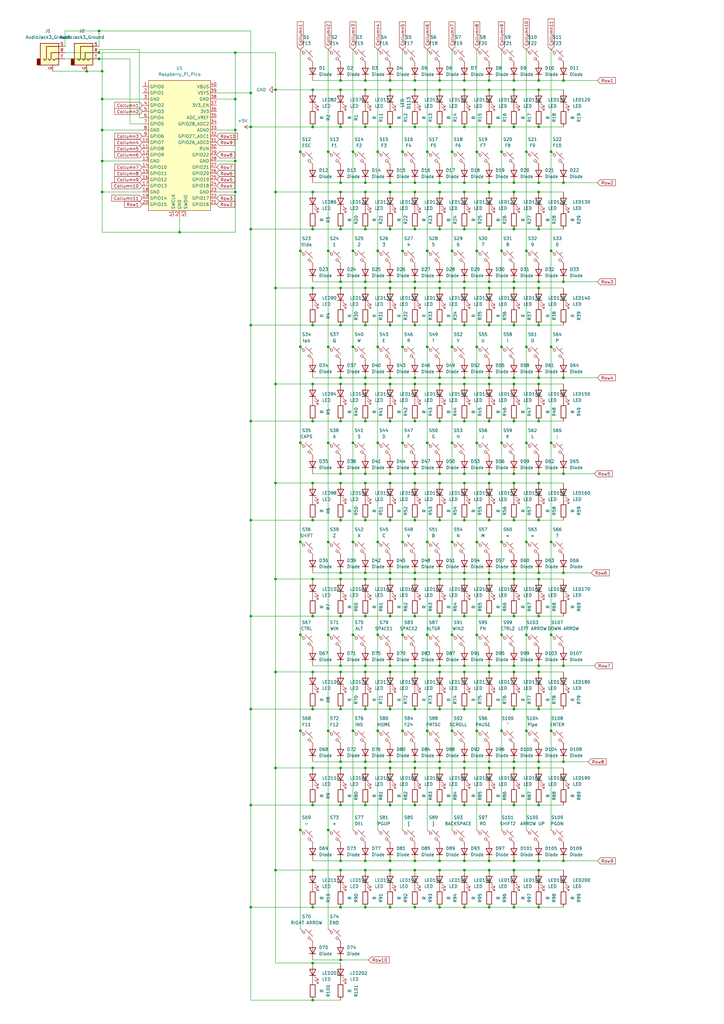
<source format=kicad_sch>
(kicad_sch (version 20230121) (generator eeschema)
  (paper "A3" portrait)
  (junction (at 200.66 237.49))
  (junction (at 210.82 157.48))
  (junction (at 154.94 299.72))
  (junction (at 160.02 115.57))
  (junction (at 170.18 273.05))
  (junction (at 170.18 198.12))
  (junction (at 190.5 93.98))
  (junction (at 139.7 115.57))
  (junction (at 185.42 299.72))
  (junction (at 195.58 102.87))
  (junction (at 149.86 36.83))
  (junction (at 149.86 290.83))
  (junction (at 215.9 142.24))
  (junction (at 170.18 78.74))
  (junction (at 160.02 213.36))
  (junction (at 200.66 353.06))
  (junction (at 200.66 52.07))
  (junction (at 170.18 157.48))
  (junction (at 190.5 115.57))
  (junction (at 149.86 353.06))
  (junction (at 231.14 194.31))
  (junction (at 175.26 62.23))
  (junction (at 180.34 252.73))
  (junction (at 220.98 237.49))
  (junction (at 139.7 157.48))
  (junction (at 220.98 312.42))
  (junction (at 220.98 198.12))
  (junction (at 190.5 118.11))
  (junction (at 210.82 275.59))
  (junction (at 165.1 181.61))
  (junction (at 190.5 33.02))
  (junction (at 205.74 260.35))
  (junction (at 123.19 299.72))
  (junction (at 102.87 213.36))
  (junction (at 40.64 21.59))
  (junction (at 139.7 356.87))
  (junction (at 160.02 330.2))
  (junction (at 160.02 273.05))
  (junction (at 160.02 312.42))
  (junction (at 231.14 33.02))
  (junction (at 128.27 314.96))
  (junction (at 149.86 237.49))
  (junction (at 195.58 222.25))
  (junction (at 200.66 290.83))
  (junction (at 149.86 252.73))
  (junction (at 170.18 133.35))
  (junction (at 205.74 181.61))
  (junction (at 149.86 194.31))
  (junction (at 134.62 340.36))
  (junction (at 215.9 102.87))
  (junction (at 190.5 198.12))
  (junction (at 170.18 312.42))
  (junction (at 41.91 53.34))
  (junction (at 149.86 213.36))
  (junction (at 220.98 353.06))
  (junction (at 195.58 142.24))
  (junction (at 160.02 74.93))
  (junction (at 128.27 198.12))
  (junction (at 139.7 36.83))
  (junction (at 102.87 252.73))
  (junction (at 190.5 74.93))
  (junction (at 210.82 314.96))
  (junction (at 220.98 93.98))
  (junction (at 231.14 273.05))
  (junction (at 215.9 181.61))
  (junction (at 180.34 52.07))
  (junction (at 180.34 36.83))
  (junction (at 210.82 154.94))
  (junction (at 200.66 275.59))
  (junction (at 185.42 142.24))
  (junction (at 102.87 52.07))
  (junction (at 200.66 74.93))
  (junction (at 154.94 102.87))
  (junction (at 113.03 198.12))
  (junction (at 190.5 234.95))
  (junction (at 180.34 353.06))
  (junction (at 180.34 314.96))
  (junction (at 190.5 353.06))
  (junction (at 149.86 273.05))
  (junction (at 113.03 118.11))
  (junction (at 139.7 252.73))
  (junction (at 139.7 33.02))
  (junction (at 170.18 213.36))
  (junction (at 154.94 181.61))
  (junction (at 102.87 290.83))
  (junction (at 40.64 24.13))
  (junction (at 210.82 237.49))
  (junction (at 139.7 118.11))
  (junction (at 190.5 172.72))
  (junction (at 96.52 66.04))
  (junction (at 160.02 234.95))
  (junction (at 134.62 142.24))
  (junction (at 180.34 234.95))
  (junction (at 149.86 330.2))
  (junction (at 210.82 115.57))
  (junction (at 170.18 353.06))
  (junction (at 180.34 133.35))
  (junction (at 149.86 172.72))
  (junction (at 160.02 118.11))
  (junction (at 200.66 78.74))
  (junction (at 128.27 356.87))
  (junction (at 220.98 372.11))
  (junction (at 190.5 52.07))
  (junction (at 149.86 33.02))
  (junction (at 139.7 133.35))
  (junction (at 113.03 314.96))
  (junction (at 170.18 356.87))
  (junction (at 200.66 33.02))
  (junction (at 134.62 62.23))
  (junction (at 170.18 33.02))
  (junction (at 96.52 78.74))
  (junction (at 128.27 93.98))
  (junction (at 149.86 314.96))
  (junction (at 220.98 194.31))
  (junction (at 149.86 372.11))
  (junction (at 102.87 330.2))
  (junction (at 210.82 133.35))
  (junction (at 154.94 62.23))
  (junction (at 160.02 237.49))
  (junction (at 210.82 194.31))
  (junction (at 41.91 66.04))
  (junction (at 41.91 40.64))
  (junction (at 200.66 312.42))
  (junction (at 134.62 260.35))
  (junction (at 96.52 40.64))
  (junction (at 165.1 222.25))
  (junction (at 185.42 222.25))
  (junction (at 220.98 52.07))
  (junction (at 180.34 198.12))
  (junction (at 220.98 275.59))
  (junction (at 180.34 213.36))
  (junction (at 195.58 299.72))
  (junction (at 170.18 237.49))
  (junction (at 190.5 356.87))
  (junction (at 102.87 38.1))
  (junction (at 226.06 222.25))
  (junction (at 139.7 275.59))
  (junction (at 220.98 133.35))
  (junction (at 226.06 142.24))
  (junction (at 190.5 273.05))
  (junction (at 144.78 260.35))
  (junction (at 175.26 181.61))
  (junction (at 170.18 52.07))
  (junction (at 226.06 299.72))
  (junction (at 128.27 36.83))
  (junction (at 190.5 252.73))
  (junction (at 128.27 78.74))
  (junction (at 160.02 154.94))
  (junction (at 200.66 172.72))
  (junction (at 170.18 234.95))
  (junction (at 170.18 330.2))
  (junction (at 200.66 356.87))
  (junction (at 190.5 312.42))
  (junction (at 210.82 213.36))
  (junction (at 215.9 299.72))
  (junction (at 170.18 290.83))
  (junction (at 128.27 213.36))
  (junction (at 180.34 330.2))
  (junction (at 144.78 181.61))
  (junction (at 195.58 181.61))
  (junction (at 139.7 194.31))
  (junction (at 200.66 115.57))
  (junction (at 200.66 154.94))
  (junction (at 149.86 93.98))
  (junction (at 170.18 275.59))
  (junction (at 190.5 133.35))
  (junction (at 139.7 172.72))
  (junction (at 123.19 222.25))
  (junction (at 128.27 237.49))
  (junction (at 215.9 222.25))
  (junction (at 175.26 142.24))
  (junction (at 160.02 133.35))
  (junction (at 170.18 36.83))
  (junction (at 160.02 314.96))
  (junction (at 170.18 74.93))
  (junction (at 113.03 157.48))
  (junction (at 128.27 330.2))
  (junction (at 134.62 222.25))
  (junction (at 180.34 356.87))
  (junction (at 220.98 252.73))
  (junction (at 149.86 356.87))
  (junction (at 134.62 181.61))
  (junction (at 123.19 142.24))
  (junction (at 190.5 330.2))
  (junction (at 220.98 157.48))
  (junction (at 134.62 102.87))
  (junction (at 180.34 194.31))
  (junction (at 190.5 154.94))
  (junction (at 210.82 252.73))
  (junction (at 139.7 213.36))
  (junction (at 128.27 157.48))
  (junction (at 165.1 62.23))
  (junction (at 139.7 353.06))
  (junction (at 190.5 372.11))
  (junction (at 160.02 172.72))
  (junction (at 210.82 356.87))
  (junction (at 180.34 118.11))
  (junction (at 231.14 234.95))
  (junction (at 220.98 154.94))
  (junction (at 160.02 290.83))
  (junction (at 139.7 52.07))
  (junction (at 41.91 78.74))
  (junction (at 210.82 36.83))
  (junction (at 190.5 157.48))
  (junction (at 160.02 78.74))
  (junction (at 170.18 118.11))
  (junction (at 149.86 275.59))
  (junction (at 175.26 299.72))
  (junction (at 185.42 181.61))
  (junction (at 139.7 234.95))
  (junction (at 170.18 115.57))
  (junction (at 149.86 115.57))
  (junction (at 123.19 260.35))
  (junction (at 139.7 78.74))
  (junction (at 134.62 299.72))
  (junction (at 123.19 340.36))
  (junction (at 154.94 260.35))
  (junction (at 210.82 172.72))
  (junction (at 190.5 275.59))
  (junction (at 226.06 102.87))
  (junction (at 165.1 299.72))
  (junction (at 200.66 36.83))
  (junction (at 190.5 290.83))
  (junction (at 139.7 273.05))
  (junction (at 185.42 62.23))
  (junction (at 96.52 21.59))
  (junction (at 180.34 372.11))
  (junction (at 160.02 36.83))
  (junction (at 180.34 115.57))
  (junction (at 160.02 52.07))
  (junction (at 210.82 330.2))
  (junction (at 128.27 252.73))
  (junction (at 144.78 222.25))
  (junction (at 231.14 312.42))
  (junction (at 102.87 172.72))
  (junction (at 190.5 78.74))
  (junction (at 160.02 93.98))
  (junction (at 144.78 62.23))
  (junction (at 220.98 213.36))
  (junction (at 175.26 222.25))
  (junction (at 113.03 275.59))
  (junction (at 144.78 102.87))
  (junction (at 180.34 157.48))
  (junction (at 185.42 260.35))
  (junction (at 226.06 62.23))
  (junction (at 149.86 52.07))
  (junction (at 128.27 52.07))
  (junction (at 123.19 102.87))
  (junction (at 180.34 172.72))
  (junction (at 205.74 299.72))
  (junction (at 200.66 234.95))
  (junction (at 210.82 234.95))
  (junction (at 113.03 356.87))
  (junction (at 180.34 74.93))
  (junction (at 180.34 237.49))
  (junction (at 139.7 198.12))
  (junction (at 149.86 118.11))
  (junction (at 231.14 154.94))
  (junction (at 170.18 172.72))
  (junction (at 231.14 74.93))
  (junction (at 210.82 52.07))
  (junction (at 139.7 330.2))
  (junction (at 170.18 194.31))
  (junction (at 180.34 78.74))
  (junction (at 210.82 74.93))
  (junction (at 226.06 260.35))
  (junction (at 205.74 222.25))
  (junction (at 220.98 234.95))
  (junction (at 128.27 372.11))
  (junction (at 149.86 154.94))
  (junction (at 170.18 93.98))
  (junction (at 220.98 290.83))
  (junction (at 205.74 142.24))
  (junction (at 200.66 157.48))
  (junction (at 220.98 314.96))
  (junction (at 160.02 33.02))
  (junction (at 220.98 172.72))
  (junction (at 200.66 314.96))
  (junction (at 190.5 36.83))
  (junction (at 180.34 93.98))
  (junction (at 144.78 142.24))
  (junction (at 123.19 181.61))
  (junction (at 165.1 102.87))
  (junction (at 220.98 33.02))
  (junction (at 200.66 198.12))
  (junction (at 190.5 213.36))
  (junction (at 200.66 372.11))
  (junction (at 200.66 133.35))
  (junction (at 210.82 312.42))
  (junction (at 149.86 157.48))
  (junction (at 220.98 36.83))
  (junction (at 190.5 237.49))
  (junction (at 195.58 260.35))
  (junction (at 139.7 154.94))
  (junction (at 210.82 118.11))
  (junction (at 160.02 353.06))
  (junction (at 113.03 36.83))
  (junction (at 180.34 290.83))
  (junction (at 139.7 312.42))
  (junction (at 210.82 290.83))
  (junction (at 154.94 142.24))
  (junction (at 200.66 93.98))
  (junction (at 160.02 275.59))
  (junction (at 180.34 312.42))
  (junction (at 185.42 102.87))
  (junction (at 128.27 275.59))
  (junction (at 139.7 93.98))
  (junction (at 149.86 198.12))
  (junction (at 210.82 353.06))
  (junction (at 170.18 372.11))
  (junction (at 149.86 312.42))
  (junction (at 195.58 62.23))
  (junction (at 220.98 74.93))
  (junction (at 200.66 194.31))
  (junction (at 175.26 102.87))
  (junction (at 154.94 222.25))
  (junction (at 231.14 115.57))
  (junction (at 149.86 133.35))
  (junction (at 210.82 273.05))
  (junction (at 149.86 74.93))
  (junction (at 220.98 118.11))
  (junction (at 175.26 260.35))
  (junction (at 139.7 314.96))
  (junction (at 35.56 29.21))
  (junction (at 215.9 62.23))
  (junction (at 220.98 273.05))
  (junction (at 160.02 157.48))
  (junction (at 170.18 314.96))
  (junction (at 231.14 353.06))
  (junction (at 139.7 237.49))
  (junction (at 96.52 53.34))
  (junction (at 139.7 372.11))
  (junction (at 139.7 290.83))
  (junction (at 190.5 194.31))
  (junction (at 205.74 62.23))
  (junction (at 170.18 252.73))
  (junction (at 139.7 74.93))
  (junction (at 200.66 213.36))
  (junction (at 200.66 118.11))
  (junction (at 41.91 29.21))
  (junction (at 210.82 78.74))
  (junction (at 102.87 372.11))
  (junction (at 190.5 314.96))
  (junction (at 220.98 356.87))
  (junction (at 123.19 62.23))
  (junction (at 128.27 410.21))
  (junction (at 180.34 275.59))
  (junction (at 128.27 118.11))
  (junction (at 180.34 273.05))
  (junction (at 200.66 252.73))
  (junction (at 180.34 154.94))
  (junction (at 102.87 93.98))
  (junction (at 220.98 78.74))
  (junction (at 113.03 78.74))
  (junction (at 128.27 290.83))
  (junction (at 160.02 372.11))
  (junction (at 170.18 154.94))
  (junction (at 144.78 299.72))
  (junction (at 160.02 252.73))
  (junction (at 220.98 330.2))
  (junction (at 149.86 78.74))
  (junction (at 200.66 330.2))
  (junction (at 160.02 194.31))
  (junction (at 226.06 181.61))
  (junction (at 220.98 115.57))
  (junction (at 205.74 102.87))
  (junction (at 128.27 394.97))
  (junction (at 165.1 260.35))
  (junction (at 73.66 95.25))
  (junction (at 128.27 172.72))
  (junction (at 128.27 133.35))
  (junction (at 210.82 93.98))
  (junction (at 210.82 33.02))
  (junction (at 180.34 33.02))
  (junction (at 40.64 12.7))
  (junction (at 160.02 198.12))
  (junction (at 200.66 273.05))
  (junction (at 160.02 356.87))
  (junction (at 139.7 393.7))
  (junction (at 113.03 237.49))
  (junction (at 210.82 198.12))
  (junction (at 215.9 260.35))
  (junction (at 149.86 234.95))
  (junction (at 210.82 372.11))
  (junction (at 165.1 142.24))
  (junction (at 102.87 133.35))
  (wire (pts (xy 149.86 213.36) (xy 160.02 213.36)))
  (wire (pts (xy 128.27 356.87) (xy 139.7 356.87)))
  (wire (pts (xy 149.86 252.73) (xy 160.02 252.73)))
  (wire (pts (xy 102.87 133.35) (xy 102.87 93.98)))
  (wire (pts (xy 113.03 394.97) (xy 113.03 356.87)))
  (wire (pts (xy 144.78 181.61) (xy 144.78 222.25)))
  (wire (pts (xy 41.91 29.21) (xy 41.91 40.64)))
  (wire (pts (xy 102.87 93.98) (xy 128.27 93.98)))
  (wire (pts (xy 144.78 260.35) (xy 144.78 299.72)))
  (wire (pts (xy 128.27 330.2) (xy 139.7 330.2)))
  (wire (pts (xy 149.86 194.31) (xy 160.02 194.31)))
  (wire (pts (xy 220.98 234.95) (xy 231.14 234.95)))
  (wire (pts (xy 185.42 222.25) (xy 185.42 260.35)))
  (wire (pts (xy 149.86 157.48) (xy 160.02 157.48)))
  (wire (pts (xy 128.27 394.97) (xy 139.7 394.97)))
  (wire (pts (xy 149.86 78.74) (xy 160.02 78.74)))
  (wire (pts (xy 170.18 273.05) (xy 180.34 273.05)))
  (wire (pts (xy 190.5 118.11) (xy 200.66 118.11)))
  (wire (pts (xy 102.87 252.73) (xy 128.27 252.73)))
  (wire (pts (xy 215.9 222.25) (xy 215.9 260.35)))
  (wire (pts (xy 170.18 275.59) (xy 180.34 275.59)))
  (wire (pts (xy 149.86 52.07) (xy 160.02 52.07)))
  (wire (pts (xy 210.82 133.35) (xy 220.98 133.35)))
  (wire (pts (xy 180.34 353.06) (xy 190.5 353.06)))
  (wire (pts (xy 113.03 237.49) (xy 128.27 237.49)))
  (wire (pts (xy 205.74 299.72) (xy 205.74 340.36)))
  (wire (pts (xy 139.7 312.42) (xy 149.86 312.42)))
  (wire (pts (xy 102.87 12.7) (xy 102.87 38.1)))
  (wire (pts (xy 41.91 40.64) (xy 58.42 40.64)))
  (wire (pts (xy 190.5 353.06) (xy 200.66 353.06)))
  (wire (pts (xy 215.9 62.23) (xy 215.9 102.87)))
  (wire (pts (xy 210.82 115.57) (xy 220.98 115.57)))
  (wire (pts (xy 210.82 234.95) (xy 220.98 234.95)))
  (wire (pts (xy 128.27 237.49) (xy 139.7 237.49)))
  (wire (pts (xy 73.66 95.25) (xy 41.91 95.25)))
  (wire (pts (xy 160.02 33.02) (xy 170.18 33.02)))
  (wire (pts (xy 215.9 102.87) (xy 215.9 142.24)))
  (wire (pts (xy 200.66 52.07) (xy 210.82 52.07)))
  (wire (pts (xy 139.7 115.57) (xy 149.86 115.57)))
  (wire (pts (xy 205.74 181.61) (xy 205.74 222.25)))
  (wire (pts (xy 165.1 260.35) (xy 165.1 299.72)))
  (wire (pts (xy 139.7 194.31) (xy 149.86 194.31)))
  (wire (pts (xy 231.14 353.06) (xy 245.11 353.06)))
  (wire (pts (xy 149.86 372.11) (xy 160.02 372.11)))
  (wire (pts (xy 128.27 157.48) (xy 139.7 157.48)))
  (wire (pts (xy 165.1 102.87) (xy 165.1 142.24)))
  (wire (pts (xy 180.34 36.83) (xy 190.5 36.83)))
  (wire (pts (xy 210.82 52.07) (xy 220.98 52.07)))
  (wire (pts (xy 200.66 353.06) (xy 210.82 353.06)))
  (wire (pts (xy 160.02 198.12) (xy 170.18 198.12)))
  (wire (pts (xy 170.18 252.73) (xy 180.34 252.73)))
  (wire (pts (xy 220.98 237.49) (xy 231.14 237.49)))
  (wire (pts (xy 170.18 115.57) (xy 180.34 115.57)))
  (wire (pts (xy 96.52 53.34) (xy 96.52 40.64)))
  (wire (pts (xy 231.14 115.57) (xy 245.11 115.57)))
  (wire (pts (xy 210.82 372.11) (xy 220.98 372.11)))
  (wire (pts (xy 128.27 194.31) (xy 139.7 194.31)))
  (wire (pts (xy 26.67 24.13) (xy 40.64 24.13)))
  (wire (pts (xy 134.62 142.24) (xy 134.62 181.61)))
  (wire (pts (xy 139.7 172.72) (xy 149.86 172.72)))
  (wire (pts (xy 149.86 356.87) (xy 160.02 356.87)))
  (wire (pts (xy 220.98 213.36) (xy 231.14 213.36)))
  (wire (pts (xy 154.94 62.23) (xy 154.94 102.87)))
  (wire (pts (xy 41.91 53.34) (xy 41.91 40.64)))
  (wire (pts (xy 170.18 372.11) (xy 180.34 372.11)))
  (wire (pts (xy 220.98 275.59) (xy 231.14 275.59)))
  (wire (pts (xy 149.86 93.98) (xy 160.02 93.98)))
  (wire (pts (xy 139.7 33.02) (xy 149.86 33.02)))
  (wire (pts (xy 190.5 273.05) (xy 200.66 273.05)))
  (wire (pts (xy 128.27 36.83) (xy 139.7 36.83)))
  (wire (pts (xy 123.19 20.32) (xy 123.19 62.23)))
  (wire (pts (xy 200.66 273.05) (xy 210.82 273.05)))
  (wire (pts (xy 205.74 102.87) (xy 205.74 142.24)))
  (wire (pts (xy 195.58 20.32) (xy 195.58 62.23)))
  (wire (pts (xy 160.02 273.05) (xy 170.18 273.05)))
  (wire (pts (xy 113.03 237.49) (xy 113.03 198.12)))
  (wire (pts (xy 190.5 213.36) (xy 200.66 213.36)))
  (wire (pts (xy 139.7 290.83) (xy 149.86 290.83)))
  (wire (pts (xy 220.98 356.87) (xy 231.14 356.87)))
  (wire (pts (xy 160.02 157.48) (xy 170.18 157.48)))
  (wire (pts (xy 134.62 340.36) (xy 134.62 381)))
  (wire (pts (xy 220.98 154.94) (xy 231.14 154.94)))
  (wire (pts (xy 102.87 133.35) (xy 128.27 133.35)))
  (wire (pts (xy 215.9 20.32) (xy 215.9 62.23)))
  (wire (pts (xy 210.82 356.87) (xy 220.98 356.87)))
  (wire (pts (xy 185.42 181.61) (xy 185.42 222.25)))
  (wire (pts (xy 210.82 33.02) (xy 220.98 33.02)))
  (wire (pts (xy 226.06 260.35) (xy 226.06 299.72)))
  (wire (pts (xy 190.5 172.72) (xy 200.66 172.72)))
  (wire (pts (xy 160.02 172.72) (xy 170.18 172.72)))
  (wire (pts (xy 180.34 290.83) (xy 190.5 290.83)))
  (wire (pts (xy 205.74 222.25) (xy 205.74 260.35)))
  (wire (pts (xy 102.87 52.07) (xy 128.27 52.07)))
  (wire (pts (xy 200.66 93.98) (xy 210.82 93.98)))
  (wire (pts (xy 226.06 222.25) (xy 226.06 260.35)))
  (wire (pts (xy 113.03 275.59) (xy 113.03 237.49)))
  (wire (pts (xy 113.03 356.87) (xy 113.03 314.96)))
  (wire (pts (xy 220.98 33.02) (xy 231.14 33.02)))
  (wire (pts (xy 215.9 299.72) (xy 215.9 340.36)))
  (wire (pts (xy 160.02 115.57) (xy 170.18 115.57)))
  (wire (pts (xy 210.82 36.83) (xy 220.98 36.83)))
  (wire (pts (xy 220.98 36.83) (xy 231.14 36.83)))
  (wire (pts (xy 128.27 154.94) (xy 139.7 154.94)))
  (wire (pts (xy 175.26 102.87) (xy 175.26 142.24)))
  (wire (pts (xy 128.27 33.02) (xy 139.7 33.02)))
  (wire (pts (xy 170.18 154.94) (xy 180.34 154.94)))
  (wire (pts (xy 128.27 314.96) (xy 139.7 314.96)))
  (wire (pts (xy 58.42 53.34) (xy 41.91 53.34)))
  (wire (pts (xy 154.94 299.72) (xy 154.94 340.36)))
  (wire (pts (xy 102.87 93.98) (xy 102.87 52.07)))
  (wire (pts (xy 190.5 36.83) (xy 200.66 36.83)))
  (wire (pts (xy 128.27 393.7) (xy 139.7 393.7)))
  (wire (pts (xy 210.82 314.96) (xy 220.98 314.96)))
  (wire (pts (xy 113.03 314.96) (xy 128.27 314.96)))
  (wire (pts (xy 231.14 273.05) (xy 243.84 273.05)))
  (wire (pts (xy 160.02 234.95) (xy 170.18 234.95)))
  (wire (pts (xy 149.86 133.35) (xy 160.02 133.35)))
  (wire (pts (xy 200.66 213.36) (xy 210.82 213.36)))
  (wire (pts (xy 165.1 20.32) (xy 165.1 62.23)))
  (wire (pts (xy 180.34 237.49) (xy 190.5 237.49)))
  (wire (pts (xy 185.42 62.23) (xy 185.42 102.87)))
  (wire (pts (xy 40.64 21.59) (xy 40.64 20.32)))
  (wire (pts (xy 134.62 62.23) (xy 134.62 102.87)))
  (wire (pts (xy 190.5 78.74) (xy 200.66 78.74)))
  (wire (pts (xy 40.64 12.7) (xy 40.64 19.05)))
  (wire (pts (xy 170.18 198.12) (xy 180.34 198.12)))
  (wire (pts (xy 180.34 74.93) (xy 190.5 74.93)))
  (wire (pts (xy 220.98 74.93) (xy 231.14 74.93)))
  (wire (pts (xy 220.98 172.72) (xy 231.14 172.72)))
  (wire (pts (xy 200.66 157.48) (xy 210.82 157.48)))
  (wire (pts (xy 210.82 237.49) (xy 220.98 237.49)))
  (wire (pts (xy 88.9 66.04) (xy 96.52 66.04)))
  (wire (pts (xy 123.19 62.23) (xy 123.19 102.87)))
  (wire (pts (xy 134.62 260.35) (xy 134.62 299.72)))
  (wire (pts (xy 195.58 222.25) (xy 195.58 260.35)))
  (wire (pts (xy 200.66 118.11) (xy 210.82 118.11)))
  (wire (pts (xy 149.86 330.2) (xy 160.02 330.2)))
  (wire (pts (xy 180.34 234.95) (xy 190.5 234.95)))
  (wire (pts (xy 102.87 252.73) (xy 102.87 213.36)))
  (wire (pts (xy 190.5 356.87) (xy 200.66 356.87)))
  (wire (pts (xy 210.82 118.11) (xy 220.98 118.11)))
  (wire (pts (xy 190.5 252.73) (xy 200.66 252.73)))
  (wire (pts (xy 160.02 133.35) (xy 170.18 133.35)))
  (wire (pts (xy 160.02 312.42) (xy 170.18 312.42)))
  (wire (pts (xy 88.9 53.34) (xy 96.52 53.34)))
  (wire (pts (xy 113.03 21.59) (xy 96.52 21.59)))
  (wire (pts (xy 128.27 115.57) (xy 139.7 115.57)))
  (wire (pts (xy 128.27 213.36) (xy 139.7 213.36)))
  (wire (pts (xy 53.34 24.13) (xy 53.34 50.8)))
  (wire (pts (xy 73.66 95.25) (xy 96.52 95.25)))
  (wire (pts (xy 149.86 154.94) (xy 160.02 154.94)))
  (wire (pts (xy 205.74 260.35) (xy 205.74 299.72)))
  (wire (pts (xy 41.91 21.59) (xy 41.91 29.21)))
  (wire (pts (xy 128.27 312.42) (xy 139.7 312.42)))
  (wire (pts (xy 200.66 78.74) (xy 210.82 78.74)))
  (wire (pts (xy 149.86 115.57) (xy 160.02 115.57)))
  (wire (pts (xy 154.94 260.35) (xy 154.94 299.72)))
  (wire (pts (xy 160.02 372.11) (xy 170.18 372.11)))
  (wire (pts (xy 175.26 20.32) (xy 175.26 62.23)))
  (wire (pts (xy 200.66 115.57) (xy 210.82 115.57)))
  (wire (pts (xy 220.98 198.12) (xy 231.14 198.12)))
  (wire (pts (xy 205.74 20.32) (xy 205.74 62.23)))
  (wire (pts (xy 226.06 62.23) (xy 226.06 102.87)))
  (wire (pts (xy 170.18 194.31) (xy 180.34 194.31)))
  (wire (pts (xy 220.98 252.73) (xy 231.14 252.73)))
  (wire (pts (xy 139.7 118.11) (xy 149.86 118.11)))
  (wire (pts (xy 123.19 260.35) (xy 123.19 299.72)))
  (wire (pts (xy 139.7 237.49) (xy 149.86 237.49)))
  (wire (pts (xy 200.66 234.95) (xy 210.82 234.95)))
  (wire (pts (xy 180.34 273.05) (xy 190.5 273.05)))
  (wire (pts (xy 170.18 353.06) (xy 180.34 353.06)))
  (wire (pts (xy 190.5 237.49) (xy 200.66 237.49)))
  (wire (pts (xy 180.34 213.36) (xy 190.5 213.36)))
  (wire (pts (xy 128.27 52.07) (xy 139.7 52.07)))
  (wire (pts (xy 170.18 234.95) (xy 180.34 234.95)))
  (wire (pts (xy 175.26 142.24) (xy 175.26 181.61)))
  (wire (pts (xy 144.78 142.24) (xy 144.78 181.61)))
  (wire (pts (xy 149.86 314.96) (xy 160.02 314.96)))
  (wire (pts (xy 220.98 312.42) (xy 231.14 312.42)))
  (wire (pts (xy 160.02 194.31) (xy 170.18 194.31)))
  (wire (pts (xy 200.66 172.72) (xy 210.82 172.72)))
  (wire (pts (xy 231.14 33.02) (xy 245.11 33.02)))
  (wire (pts (xy 190.5 198.12) (xy 200.66 198.12)))
  (wire (pts (xy 139.7 198.12) (xy 149.86 198.12)))
  (wire (pts (xy 149.86 237.49) (xy 160.02 237.49)))
  (wire (pts (xy 226.06 102.87) (xy 226.06 142.24)))
  (wire (pts (xy 200.66 372.11) (xy 210.82 372.11)))
  (wire (pts (xy 190.5 194.31) (xy 200.66 194.31)))
  (wire (pts (xy 160.02 353.06) (xy 170.18 353.06)))
  (wire (pts (xy 210.82 172.72) (xy 220.98 172.72)))
  (wire (pts (xy 144.78 222.25) (xy 144.78 260.35)))
  (wire (pts (xy 200.66 275.59) (xy 210.82 275.59)))
  (wire (pts (xy 123.19 222.25) (xy 123.19 260.35)))
  (wire (pts (xy 185.42 20.32) (xy 185.42 62.23)))
  (wire (pts (xy 215.9 260.35) (xy 215.9 299.72)))
  (wire (pts (xy 113.03 275.59) (xy 128.27 275.59)))
  (wire (pts (xy 134.62 181.61) (xy 134.62 222.25)))
  (wire (pts (xy 88.9 38.1) (xy 102.87 38.1)))
  (wire (pts (xy 128.27 234.95) (xy 139.7 234.95)))
  (wire (pts (xy 128.27 353.06) (xy 139.7 353.06)))
  (wire (pts (xy 102.87 330.2) (xy 102.87 290.83)))
  (wire (pts (xy 200.66 198.12) (xy 210.82 198.12)))
  (wire (pts (xy 21.59 29.21) (xy 35.56 29.21)))
  (wire (pts (xy 149.86 36.83) (xy 160.02 36.83)))
  (wire (pts (xy 220.98 290.83) (xy 231.14 290.83)))
  (wire (pts (xy 170.18 93.98) (xy 180.34 93.98)))
  (wire (pts (xy 139.7 372.11) (xy 149.86 372.11)))
  (wire (pts (xy 200.66 36.83) (xy 210.82 36.83)))
  (wire (pts (xy 128.27 172.72) (xy 139.7 172.72)))
  (wire (pts (xy 220.98 118.11) (xy 231.14 118.11)))
  (wire (pts (xy 113.03 118.11) (xy 113.03 78.74)))
  (wire (pts (xy 139.7 314.96) (xy 149.86 314.96)))
  (wire (pts (xy 165.1 222.25) (xy 165.1 260.35)))
  (wire (pts (xy 190.5 33.02) (xy 200.66 33.02)))
  (wire (pts (xy 128.27 275.59) (xy 139.7 275.59)))
  (wire (pts (xy 220.98 372.11) (xy 231.14 372.11)))
  (wire (pts (xy 190.5 312.42) (xy 200.66 312.42)))
  (wire (pts (xy 215.9 142.24) (xy 215.9 181.61)))
  (wire (pts (xy 96.52 78.74) (xy 96.52 95.25)))
  (wire (pts (xy 170.18 157.48) (xy 180.34 157.48)))
  (wire (pts (xy 113.03 36.83) (xy 113.03 21.59)))
  (wire (pts (xy 123.19 299.72) (xy 123.19 340.36)))
  (wire (pts (xy 113.03 78.74) (xy 113.03 36.83)))
  (wire (pts (xy 180.34 356.87) (xy 190.5 356.87)))
  (wire (pts (xy 134.62 299.72) (xy 134.62 340.36)))
  (wire (pts (xy 102.87 330.2) (xy 128.27 330.2)))
  (wire (pts (xy 149.86 33.02) (xy 160.02 33.02)))
  (wire (pts (xy 139.7 234.95) (xy 149.86 234.95)))
  (wire (pts (xy 154.94 181.61) (xy 154.94 222.25)))
  (wire (pts (xy 41.91 95.25) (xy 41.91 78.74)))
  (wire (pts (xy 102.87 372.11) (xy 128.27 372.11)))
  (wire (pts (xy 220.98 93.98) (xy 231.14 93.98)))
  (wire (pts (xy 160.02 213.36) (xy 170.18 213.36)))
  (wire (pts (xy 139.7 93.98) (xy 149.86 93.98)))
  (wire (pts (xy 26.67 19.05) (xy 26.67 12.7)))
  (wire (pts (xy 154.94 20.32) (xy 154.94 62.23)))
  (wire (pts (xy 195.58 62.23) (xy 195.58 102.87)))
  (wire (pts (xy 220.98 194.31) (xy 231.14 194.31)))
  (wire (pts (xy 128.27 74.93) (xy 139.7 74.93)))
  (wire (pts (xy 160.02 290.83) (xy 170.18 290.83)))
  (wire (pts (xy 200.66 314.96) (xy 210.82 314.96)))
  (wire (pts (xy 57.15 48.26) (xy 58.42 48.26)))
  (wire (pts (xy 144.78 20.32) (xy 144.78 62.23)))
  (wire (pts (xy 165.1 299.72) (xy 165.1 340.36)))
  (wire (pts (xy 53.34 50.8) (xy 58.42 50.8)))
  (wire (pts (xy 170.18 133.35) (xy 180.34 133.35)))
  (wire (pts (xy 210.82 290.83) (xy 220.98 290.83)))
  (wire (pts (xy 113.03 198.12) (xy 113.03 157.48)))
  (wire (pts (xy 149.86 172.72) (xy 160.02 172.72)))
  (wire (pts (xy 220.98 314.96) (xy 231.14 314.96)))
  (wire (pts (xy 139.7 36.83) (xy 149.86 36.83)))
  (wire (pts (xy 200.66 74.93) (xy 210.82 74.93)))
  (wire (pts (xy 149.86 290.83) (xy 160.02 290.83)))
  (wire (pts (xy 210.82 273.05) (xy 220.98 273.05)))
  (wire (pts (xy 190.5 133.35) (xy 200.66 133.35)))
  (wire (pts (xy 175.26 260.35) (xy 175.26 299.72)))
  (wire (pts (xy 26.67 21.59) (xy 40.64 21.59)))
  (wire (pts (xy 113.03 118.11) (xy 128.27 118.11)))
  (wire (pts (xy 231.14 154.94) (xy 245.11 154.94)))
  (wire (pts (xy 154.94 222.25) (xy 154.94 260.35)))
  (wire (pts (xy 57.15 20.32) (xy 57.15 48.26)))
  (wire (pts (xy 139.7 275.59) (xy 149.86 275.59)))
  (wire (pts (xy 113.03 356.87) (xy 128.27 356.87)))
  (wire (pts (xy 210.82 312.42) (xy 220.98 312.42)))
  (wire (pts (xy 149.86 234.95) (xy 160.02 234.95)))
  (wire (pts (xy 102.87 213.36) (xy 102.87 172.72)))
  (wire (pts (xy 170.18 33.02) (xy 180.34 33.02)))
  (wire (pts (xy 113.03 78.74) (xy 128.27 78.74)))
  (wire (pts (xy 200.66 237.49) (xy 210.82 237.49)))
  (wire (pts (xy 41.91 66.04) (xy 58.42 66.04)))
  (wire (pts (xy 170.18 118.11) (xy 180.34 118.11)))
  (wire (pts (xy 231.14 234.95) (xy 242.57 234.95)))
  (wire (pts (xy 210.82 330.2) (xy 220.98 330.2)))
  (wire (pts (xy 180.34 115.57) (xy 190.5 115.57)))
  (wire (pts (xy 190.5 93.98) (xy 200.66 93.98)))
  (wire (pts (xy 180.34 93.98) (xy 190.5 93.98)))
  (wire (pts (xy 175.26 181.61) (xy 175.26 222.25)))
  (wire (pts (xy 170.18 52.07) (xy 180.34 52.07)))
  (wire (pts (xy 190.5 275.59) (xy 200.66 275.59)))
  (wire (pts (xy 149.86 74.93) (xy 160.02 74.93)))
  (wire (pts (xy 165.1 142.24) (xy 165.1 181.61)))
  (wire (pts (xy 139.7 213.36) (xy 149.86 213.36)))
  (wire (pts (xy 180.34 172.72) (xy 190.5 172.72)))
  (wire (pts (xy 134.62 102.87) (xy 134.62 142.24)))
  (wire (pts (xy 149.86 198.12) (xy 160.02 198.12)))
  (wire (pts (xy 96.52 21.59) (xy 41.91 21.59)))
  (wire (pts (xy 200.66 252.73) (xy 210.82 252.73)))
  (wire (pts (xy 175.26 222.25) (xy 175.26 260.35)))
  (wire (pts (xy 113.03 314.96) (xy 113.03 275.59)))
  (wire (pts (xy 160.02 330.2) (xy 170.18 330.2)))
  (wire (pts (xy 180.34 118.11) (xy 190.5 118.11)))
  (wire (pts (xy 144.78 299.72) (xy 144.78 340.36)))
  (wire (pts (xy 170.18 314.96) (xy 180.34 314.96)))
  (wire (pts (xy 210.82 157.48) (xy 220.98 157.48)))
  (wire (pts (xy 123.19 181.61) (xy 123.19 222.25)))
  (wire (pts (xy 195.58 102.87) (xy 195.58 142.24)))
  (wire (pts (xy 170.18 36.83) (xy 180.34 36.83)))
  (wire (pts (xy 41.91 78.74) (xy 41.91 66.04)))
  (wire (pts (xy 180.34 154.94) (xy 190.5 154.94)))
  (wire (pts (xy 160.02 275.59) (xy 170.18 275.59)))
  (wire (pts (xy 102.87 410.21) (xy 128.27 410.21)))
  (wire (pts (xy 154.94 102.87) (xy 154.94 142.24)))
  (wire (pts (xy 210.82 194.31) (xy 220.98 194.31)))
  (wire (pts (xy 200.66 290.83) (xy 210.82 290.83)))
  (wire (pts (xy 200.66 330.2) (xy 210.82 330.2)))
  (wire (pts (xy 220.98 273.05) (xy 231.14 273.05)))
  (wire (pts (xy 96.52 40.64) (xy 96.52 21.59)))
  (wire (pts (xy 128.27 198.12) (xy 139.7 198.12)))
  (wire (pts (xy 220.98 52.07) (xy 231.14 52.07)))
  (wire (pts (xy 170.18 330.2) (xy 180.34 330.2)))
  (wire (pts (xy 149.86 273.05) (xy 160.02 273.05)))
  (wire (pts (xy 123.19 142.24) (xy 123.19 181.61)))
  (wire (pts (xy 139.7 74.93) (xy 149.86 74.93)))
  (wire (pts (xy 210.82 154.94) (xy 220.98 154.94)))
  (wire (pts (xy 139.7 393.7) (xy 151.13 393.7)))
  (wire (pts (xy 190.5 157.48) (xy 200.66 157.48)))
  (wire (pts (xy 160.02 93.98) (xy 170.18 93.98)))
  (wire (pts (xy 139.7 330.2) (xy 149.86 330.2)))
  (wire (pts (xy 226.06 20.32) (xy 226.06 62.23)))
  (wire (pts (xy 226.06 181.61) (xy 226.06 222.25)))
  (wire (pts (xy 180.34 252.73) (xy 190.5 252.73)))
  (wire (pts (xy 128.27 273.05) (xy 139.7 273.05)))
  (wire (pts (xy 220.98 78.74) (xy 231.14 78.74)))
  (wire (pts (xy 113.03 157.48) (xy 128.27 157.48)))
  (wire (pts (xy 195.58 260.35) (xy 195.58 299.72)))
  (wire (pts (xy 231.14 312.42) (xy 241.3 312.42)))
  (wire (pts (xy 139.7 157.48) (xy 149.86 157.48)))
  (wire (pts (xy 102.87 290.83) (xy 128.27 290.83)))
  (wire (pts (xy 139.7 78.74) (xy 149.86 78.74)))
  (wire (pts (xy 149.86 312.42) (xy 160.02 312.42)))
  (wire (pts (xy 180.34 52.07) (xy 190.5 52.07)))
  (wire (pts (xy 195.58 181.61) (xy 195.58 222.25)))
  (wire (pts (xy 160.02 252.73) (xy 170.18 252.73)))
  (wire (pts (xy 190.5 154.94) (xy 200.66 154.94)))
  (wire (pts (xy 41.91 66.04) (xy 41.91 53.34)))
  (wire (pts (xy 180.34 330.2) (xy 190.5 330.2)))
  (wire (pts (xy 128.27 372.11) (xy 139.7 372.11)))
  (wire (pts (xy 139.7 273.05) (xy 149.86 273.05)))
  (wire (pts (xy 210.82 74.93) (xy 220.98 74.93)))
  (wire (pts (xy 170.18 74.93) (xy 180.34 74.93)))
  (wire (pts (xy 160.02 314.96) (xy 170.18 314.96)))
  (wire (pts (xy 139.7 154.94) (xy 149.86 154.94)))
  (wire (pts (xy 160.02 74.93) (xy 170.18 74.93)))
  (wire (pts (xy 144.78 62.23) (xy 144.78 102.87)))
  (wire (pts (xy 134.62 222.25) (xy 134.62 260.35)))
  (wire (pts (xy 170.18 290.83) (xy 180.34 290.83)))
  (wire (pts (xy 210.82 93.98) (xy 220.98 93.98)))
  (wire (pts (xy 26.67 12.7) (xy 40.64 12.7)))
  (wire (pts (xy 128.27 410.21) (xy 139.7 410.21)))
  (wire (pts (xy 160.02 52.07) (xy 170.18 52.07)))
  (wire (pts (xy 170.18 312.42) (xy 180.34 312.42)))
  (wire (pts (xy 113.03 157.48) (xy 113.03 118.11)))
  (wire (pts (xy 170.18 356.87) (xy 180.34 356.87)))
  (wire (pts (xy 123.19 102.87) (xy 123.19 142.24)))
  (wire (pts (xy 220.98 330.2) (xy 231.14 330.2)))
  (wire (pts (xy 139.7 252.73) (xy 149.86 252.73)))
  (wire (pts (xy 149.86 353.06) (xy 160.02 353.06)))
  (wire (pts (xy 180.34 133.35) (xy 190.5 133.35)))
  (wire (pts (xy 73.66 88.9) (xy 73.66 95.25)))
  (wire (pts (xy 102.87 38.1) (xy 102.87 52.07)))
  (wire (pts (xy 226.06 299.72) (xy 226.06 340.36)))
  (wire (pts (xy 180.34 275.59) (xy 190.5 275.59)))
  (wire (pts (xy 58.42 78.74) (xy 41.91 78.74)))
  (wire (pts (xy 200.66 312.42) (xy 210.82 312.42)))
  (wire (pts (xy 231.14 74.93) (xy 245.11 74.93)))
  (wire (pts (xy 139.7 133.35) (xy 149.86 133.35)))
  (wire (pts (xy 165.1 62.23) (xy 165.1 102.87)))
  (wire (pts (xy 88.9 78.74) (xy 96.52 78.74)))
  (wire (pts (xy 180.34 194.31) (xy 190.5 194.31)))
  (wire (pts (xy 190.5 115.57) (xy 200.66 115.57)))
  (wire (pts (xy 200.66 154.94) (xy 210.82 154.94)))
  (wire (pts (xy 190.5 74.93) (xy 200.66 74.93)))
  (wire (pts (xy 195.58 299.72) (xy 195.58 340.36)))
  (wire (pts (xy 128.27 290.83) (xy 139.7 290.83)))
  (wire (pts (xy 35.56 29.21) (xy 41.91 29.21)))
  (wire (pts (xy 180.34 372.11) (xy 190.5 372.11)))
  (wire (pts (xy 185.42 260.35) (xy 185.42 299.72)))
  (wire (pts (xy 180.34 33.02) (xy 190.5 33.02)))
  (wire (pts (xy 190.5 330.2) (xy 200.66 330.2)))
  (wire (pts (xy 96.52 53.34) (xy 96.52 66.04)))
  (wire (pts (xy 220.98 353.06) (xy 231.14 353.06)))
  (wire (pts (xy 160.02 154.94) (xy 170.18 154.94)))
  (wire (pts (xy 200.66 356.87) (xy 210.82 356.87)))
  (wire (pts (xy 123.19 340.36) (xy 123.19 381)))
  (wire (pts (xy 96.52 66.04) (xy 96.52 78.74)))
  (wire (pts (xy 170.18 172.72) (xy 180.34 172.72)))
  (wire (pts (xy 160.02 78.74) (xy 170.18 78.74)))
  (wire (pts (xy 180.34 157.48) (xy 190.5 157.48)))
  (wire (pts (xy 149.86 118.11) (xy 160.02 118.11)))
  (wire (pts (xy 170.18 78.74) (xy 180.34 78.74)))
  (wire (pts (xy 40.64 20.32) (xy 57.15 20.32)))
  (wire (pts (xy 40.64 12.7) (xy 102.87 12.7)))
  (wire (pts (xy 175.26 62.23) (xy 175.26 102.87)))
  (wire (pts (xy 190.5 290.83) (xy 200.66 290.83)))
  (wire (pts (xy 128.27 394.97) (xy 113.03 394.97)))
  (wire (pts (xy 200.66 194.31) (xy 210.82 194.31)))
  (wire (pts (xy 128.27 78.74) (xy 139.7 78.74)))
  (wire (pts (xy 113.03 198.12) (xy 128.27 198.12)))
  (wire (pts (xy 128.27 93.98) (xy 139.7 93.98)))
  (wire (pts (xy 210.82 252.73) (xy 220.98 252.73)))
  (wire (pts (xy 139.7 52.07) (xy 149.86 52.07)))
  (wire (pts (xy 190.5 234.95) (xy 200.66 234.95)))
  (wire (pts (xy 102.87 410.21) (xy 102.87 372.11)))
  (wire (pts (xy 160.02 36.83) (xy 170.18 36.83)))
  (wire (pts (xy 180.34 198.12) (xy 190.5 198.12)))
  (wire (pts (xy 231.14 194.31) (xy 243.84 194.31)))
  (wire (pts (xy 170.18 237.49) (xy 180.34 237.49)))
  (wire (pts (xy 180.34 314.96) (xy 190.5 314.96)))
  (wire (pts (xy 96.52 40.64) (xy 88.9 40.64)))
  (wire (pts (xy 226.06 142.24) (xy 226.06 181.61)))
  (wire (pts (xy 220.98 115.57) (xy 231.14 115.57)))
  (wire (pts (xy 210.82 275.59) (xy 220.98 275.59)))
  (wire (pts (xy 102.87 372.11) (xy 102.87 330.2)))
  (wire (pts (xy 160.02 356.87) (xy 170.18 356.87)))
  (wire (pts (xy 190.5 372.11) (xy 200.66 372.11)))
  (wire (pts (xy 40.64 24.13) (xy 53.34 24.13)))
  (wire (pts (xy 200.66 33.02) (xy 210.82 33.02)))
  (wire (pts (xy 139.7 353.06) (xy 149.86 353.06)))
  (wire (pts (xy 220.98 157.48) (xy 231.14 157.48)))
  (wire (pts (xy 113.03 36.83) (xy 128.27 36.83)))
  (wire (pts (xy 170.18 213.36) (xy 180.34 213.36)))
  (wire (pts (xy 102.87 290.83) (xy 102.87 252.73)))
  (wire (pts (xy 210.82 198.12) (xy 220.98 198.12)))
  (wire (pts (xy 160.02 118.11) (xy 170.18 118.11)))
  (wire (pts (xy 205.74 62.23) (xy 205.74 102.87)))
  (wire (pts (xy 185.42 102.87) (xy 185.42 142.24)))
  (wire (pts (xy 128.27 133.35) (xy 139.7 133.35)))
  (wire (pts (xy 195.58 142.24) (xy 195.58 181.61)))
  (wire (pts (xy 180.34 312.42) (xy 190.5 312.42)))
  (wire (pts (xy 200.66 133.35) (xy 210.82 133.35)))
  (wire (pts (xy 102.87 172.72) (xy 128.27 172.72)))
  (wire (pts (xy 185.42 142.24) (xy 185.42 181.61)))
  (wire (pts (xy 128.27 118.11) (xy 139.7 118.11)))
  (wire (pts (xy 154.94 142.24) (xy 154.94 181.61)))
  (wire (pts (xy 185.42 299.72) (xy 185.42 340.36)))
  (wire (pts (xy 215.9 181.61) (xy 215.9 222.25)))
  (wire (pts (xy 160.02 237.49) (xy 170.18 237.49)))
  (wire (pts (xy 149.86 275.59) (xy 160.02 275.59)))
  (wire (pts (xy 134.62 20.32) (xy 134.62 62.23)))
  (wire (pts (xy 144.78 102.87) (xy 144.78 142.24)))
  (wire (pts (xy 210.82 353.06) (xy 220.98 353.06)))
  (wire (pts (xy 102.87 172.72) (xy 102.87 133.35)))
  (wire (pts (xy 205.74 142.24) (xy 205.74 181.61)))
  (wire (pts (xy 210.82 78.74) (xy 220.98 78.74)))
  (wire (pts (xy 165.1 181.61) (xy 165.1 222.25)))
  (wire (pts (xy 190.5 52.07) (xy 200.66 52.07)))
  (wire (pts (xy 139.7 356.87) (xy 149.86 356.87)))
  (wire (pts (xy 128.27 252.73) (xy 139.7 252.73)))
  (wire (pts (xy 180.34 78.74) (xy 190.5 78.74)))
  (wire (pts (xy 102.87 213.36) (xy 128.27 213.36)))
  (wire (pts (xy 210.82 213.36) (xy 220.98 213.36)))
  (wire (pts (xy 175.26 299.72) (xy 175.26 340.36)))
  (wire (pts (xy 190.5 314.96) (xy 200.66 314.96)))
  (wire (pts (xy 220.98 133.35) (xy 231.14 133.35)))
  (global_label "Collumn11" (shape input) (at 58.42 81.28 180) (property "Intersheetrefs" "${INTERSHEET_REFS}" (effects hide)))
  (global_label "Row2" (shape input) (at 245.11 74.93 0) (property "Intersheetrefs" "${INTERSHEET_REFS}" (effects hide)))
  (global_label "Collumn9" (shape input) (at 58.42 73.66 180) (property "Intersheetrefs" "${INTERSHEET_REFS}" (effects hide)))
  (global_label "Collumn10" (shape input) (at 215.9 20.32 90) (property "Intersheetrefs" "${INTERSHEET_REFS}" (effects hide)))
  (global_label "Collumn1" (shape input) (at 123.19 20.32 90) (property "Intersheetrefs" "${INTERSHEET_REFS}" (effects hide)))
  (global_label "Collumn8" (shape input) (at 58.42 71.12 180) (property "Intersheetrefs" "${INTERSHEET_REFS}" (effects hide)))
  (global_label "Row8" (shape input) (at 88.9 63.5 0) (property "Intersheetrefs" "${INTERSHEET_REFS}" (effects hide)))
  (global_label "Row7" (shape input) (at 88.9 68.58 0) (property "Intersheetrefs" "${INTERSHEET_REFS}" (effects hide)))
  (global_label "Collumn1" (shape input) (at 58.42 43.18 180) (property "Intersheetrefs" "${INTERSHEET_REFS}" (effects hide)))
  (global_label "Collumn10" (shape input) (at 58.42 76.2 180) (property "Intersheetrefs" "${INTERSHEET_REFS}" (effects hide)))
  (global_label "Row3" (shape input) (at 88.9 81.28 0) (property "Intersheetrefs" "${INTERSHEET_REFS}" (effects hide)))
  (global_label "Row6" (shape input) (at 88.9 71.12 0) (property "Intersheetrefs" "${INTERSHEET_REFS}" (effects hide)))
  (global_label "Collumn4" (shape input) (at 58.42 58.42 180) (property "Intersheetrefs" "${INTERSHEET_REFS}" (effects hide)))
  (global_label "Collumn4" (shape input) (at 154.94 20.32 90) (property "Intersheetrefs" "${INTERSHEET_REFS}" (effects hide)))
  (global_label "Row5" (shape input) (at 243.84 194.31 0) (property "Intersheetrefs" "${INTERSHEET_REFS}" (effects hide)))
  (global_label "Row5" (shape input) (at 88.9 73.66 0) (property "Intersheetrefs" "${INTERSHEET_REFS}" (effects hide)))
  (global_label "Row3" (shape input) (at 245.11 115.57 0) (property "Intersheetrefs" "${INTERSHEET_REFS}" (effects hide)))
  (global_label "Collumn3" (shape input) (at 58.42 55.88 180) (property "Intersheetrefs" "${INTERSHEET_REFS}" (effects hide)))
  (global_label "Row10" (shape input) (at 151.13 393.7 0) (property "Intersheetrefs" "${INTERSHEET_REFS}" (effects hide)))
  (global_label "Collumn9" (shape input) (at 205.74 20.32 90) (property "Intersheetrefs" "${INTERSHEET_REFS}" (effects hide)))
  (global_label "Collumn6" (shape input) (at 175.26 20.32 90) (property "Intersheetrefs" "${INTERSHEET_REFS}" (effects hide)))
  (global_label "Row1" (shape input) (at 58.42 83.82 180) (property "Intersheetrefs" "${INTERSHEET_REFS}" (effects hide)))
  (global_label "Collumn7" (shape input) (at 58.42 68.58 180) (property "Intersheetrefs" "${INTERSHEET_REFS}" (effects hide)))
  (global_label "Row7" (shape input) (at 243.84 273.05 0) (property "Intersheetrefs" "${INTERSHEET_REFS}" (effects hide)))
  (global_label "Row1" (shape input) (at 245.11 33.02 0) (property "Intersheetrefs" "${INTERSHEET_REFS}" (effects hide)))
  (global_label "Collumn2" (shape input) (at 134.62 20.32 90) (property "Intersheetrefs" "${INTERSHEET_REFS}" (effects hide)))
  (global_label "Collumn3" (shape input) (at 144.78 20.32 90) (property "Intersheetrefs" "${INTERSHEET_REFS}" (effects hide)))
  (global_label "Row8" (shape input) (at 241.3 312.42 0) (property "Intersheetrefs" "${INTERSHEET_REFS}" (effects hide)))
  (global_label "Collumn5" (shape input) (at 58.42 60.96 180) (property "Intersheetrefs" "${INTERSHEET_REFS}" (effects hide)))
  (global_label "Row4" (shape input) (at 88.9 76.2 0) (property "Intersheetrefs" "${INTERSHEET_REFS}" (effects hide)))
  (global_label "Collumn5" (shape input) (at 165.1 20.32 90) (property "Intersheetrefs" "${INTERSHEET_REFS}" (effects hide)))
  (global_label "Collumn2" (shape input) (at 58.42 45.72 180) (property "Intersheetrefs" "${INTERSHEET_REFS}" (effects hide)))
  (global_label "Row10" (shape input) (at 88.9 55.88 0) (property "Intersheetrefs" "${INTERSHEET_REFS}" (effects hide)))
  (global_label "Row2" (shape input) (at 88.9 83.82 0) (property "Intersheetrefs" "${INTERSHEET_REFS}" (effects hide)))
  (global_label "Row9" (shape input) (at 245.11 353.06 0) (property "Intersheetrefs" "${INTERSHEET_REFS}" (effects hide)))
  (global_label "Collumn8" (shape input) (at 195.58 20.32 90) (property "Intersheetrefs" "${INTERSHEET_REFS}" (effects hide)))
  (global_label "Row4" (shape input) (at 245.11 154.94 0) (property "Intersheetrefs" "${INTERSHEET_REFS}" (effects hide)))
  (global_label "Row6" (shape input) (at 242.57 234.95 0) (property "Intersheetrefs" "${INTERSHEET_REFS}" (effects hide)))
  (global_label "Collumn7" (shape input) (at 185.42 20.32 90) (property "Intersheetrefs" "${INTERSHEET_REFS}" (effects hide)))
  (global_label "Collumn11" (shape input) (at 226.06 20.32 90) (property "Intersheetrefs" "${INTERSHEET_REFS}" (effects hide)))
  (global_label "Row9" (shape input) (at 88.9 58.42 0) (property "Intersheetrefs" "${INTERSHEET_REFS}" (effects hide)))
  (global_label "Collumn6" (shape input) (at 58.42 63.5 180) (property "Intersheetrefs" "${INTERSHEET_REFS}" (effects hide)))
  (symbol (lib_id "Device:R") (at 190.5 90.17 0) (unit 1)
    (property "Reference" "R25" (at 196.85 90.17 90))
    (property "Value" "R" (at 194.31 90.17 90))
    (property "Footprint" "Resistor_SMD:R_0603_1608Metric_Pad0.98x0.95mm_HandSolder" (effects hide))
  )
  (symbol (lib_id "ScottoKeebs:Placeholder_Diode") (at 220.98 29.21 90) (unit 1)
    (property "Reference" "D10" (at 223.52 27.94 90) (effects (justify right)))
    (property "Value" "Diode" (at 223.52 30.48 90) (effects (justify right)))
    (property "Footprint" "adam:Nexperia_CFP3_SOD-123W_With_Silkscreen" (effects hide))
    (property "Sim.Device" "D" (effects hide))
    (property "Sim.Pins" "1=K 2=A" (effects hide))
  )
  (symbol (lib_id "Device:R") (at 231.14 168.91 0) (unit 1)
    (property "Reference" "R49" (at 237.49 168.91 90))
    (property "Value" "R" (at 234.95 168.91 90))
    (property "Footprint" "Resistor_SMD:R_0603_1608Metric_Pad0.98x0.95mm_HandSolder" (effects hide))
  )
  (symbol (lib_id "ScottoKeebs:Placeholder_Keyswitch") (at 125.73 383.54 0) (unit 1)
    (property "Reference" "S70" (at 125.73 375.92 0))
    (property "Value" "RIGHT ARROW" (at 125.73 378.46 0))
    (property "Footprint" "MX V2 MX Hotswap:MX-Hotswap-1U" (effects hide))
  )
  (symbol (lib_id "ScottoKeebs:Placeholder_Diode") (at 190.5 111.76 90) (unit 1)
    (property "Reference" "D29" (at 193.04 110.49 90) (effects (justify right)))
    (property "Value" "Diode" (at 193.04 113.03 90) (effects (justify right)))
    (property "Footprint" "adam:Nexperia_CFP3_SOD-123W_With_Silkscreen" (effects hide))
    (property "Sim.Device" "D" (effects hide))
    (property "Sim.Pins" "1=K 2=A" (effects hide))
  )
  (symbol (lib_id "ScottoKeebs:Placeholder_Keyswitch") (at 147.32 262.89 0) (unit 1)
    (property "Reference" "S75" (at 147.32 255.27 0))
    (property "Value" "ALT" (at 147.32 257.81 0))
    (property "Footprint" "MX V2 MX Hotswap:MX-Hotswap-1.25U" (effects hide))
  )
  (symbol (lib_id "Device:LED") (at 210.82 201.93 90) (unit 1)
    (property "Reference" "LED158" (at 214.63 202.2475 90) (effects (justify right)))
    (property "Value" "LED" (at 214.63 204.7875 90) (effects (justify right)))
    (property "Footprint" "MX V2 Misc:MX-LED-PolarityMarked" (effects hide))
  )
  (symbol (lib_id "ScottoKeebs:Placeholder_Keyswitch") (at 177.8 144.78 0) (unit 1)
    (property "Reference" "S49" (at 177.8 137.16 0))
    (property "Value" "T" (at 177.8 139.7 0))
    (property "Footprint" "MX V2 MX Hotswap:MX-Hotswap-1U" (effects hide))
  )
  (symbol (lib_id "Device:LED") (at 220.98 201.93 90) (unit 1)
    (property "Reference" "LED159" (at 224.79 202.2475 90) (effects (justify right)))
    (property "Value" "LED" (at 224.79 204.7875 90) (effects (justify right)))
    (property "Footprint" "MX V2 Misc:MX-LED-PolarityMarked" (effects hide))
  )
  (symbol (lib_id "ScottoKeebs:Placeholder_Keyswitch") (at 177.8 302.26 0) (unit 1)
    (property "Reference" "S88" (at 177.8 294.64 0))
    (property "Value" "PRTSC" (at 177.8 297.18 0))
    (property "Footprint" "MX V2 MX Hotswap:MX-Hotswap-1U" (effects hide))
  )
  (symbol (lib_id "ScottoKeebs:Placeholder_Diode") (at 128.27 349.25 90) (unit 1)
    (property "Reference" "D69" (at 130.81 347.98 90) (effects (justify right)))
    (property "Value" "Diode" (at 130.81 350.52 90) (effects (justify right)))
    (property "Footprint" "adam:Nexperia_CFP3_SOD-123W_With_Silkscreen" (effects hide))
    (property "Sim.Device" "D" (effects hide))
    (property "Sim.Pins" "1=K 2=A" (effects hide))
  )
  (symbol (lib_id "ScottoKeebs:Placeholder_Diode") (at 210.82 231.14 90) (unit 1)
    (property "Reference" "D60" (at 213.36 229.87 90) (effects (justify right)))
    (property "Value" "Diode" (at 213.36 232.41 90) (effects (justify right)))
    (property "Footprint" "adam:Nexperia_CFP3_SOD-123W_With_Silkscreen" (effects hide))
    (property "Sim.Device" "D" (effects hide))
    (property "Sim.Pins" "1=K 2=A" (effects hide))
  )
  (symbol (lib_id "Device:LED") (at 220.98 161.29 90) (unit 1)
    (property "Reference" "LED149" (at 224.79 161.6075 90) (effects (justify right)))
    (property "Value" "LED" (at 224.79 164.1475 90) (effects (justify right)))
    (property "Footprint" "MX V2 Misc:MX-LED-PolarityMarked" (effects hide))
  )
  (symbol (lib_id "Device:R") (at 170.18 129.54 0) (unit 1)
    (property "Reference" "R33" (at 176.53 129.54 90))
    (property "Value" "R" (at 173.99 129.54 90))
    (property "Footprint" "Resistor_SMD:R_0603_1608Metric_Pad0.98x0.95mm_HandSolder" (effects hide))
  )
  (symbol (lib_id "Device:R") (at 149.86 90.17 0) (unit 1)
    (property "Reference" "R21" (at 156.21 90.17 90))
    (property "Value" "R" (at 153.67 90.17 90))
    (property "Footprint" "Resistor_SMD:R_0603_1608Metric_Pad0.98x0.95mm_HandSolder" (effects hide))
  )
  (symbol (lib_id "Device:R") (at 180.34 209.55 0) (unit 1)
    (property "Reference" "R54" (at 186.69 209.55 90))
    (property "Value" "R" (at 184.15 209.55 90))
    (property "Footprint" "Resistor_SMD:R_0603_1608Metric_Pad0.98x0.95mm_HandSolder" (effects hide))
  )
  (symbol (lib_id "Device:R") (at 210.82 129.54 0) (unit 1)
    (property "Reference" "R37" (at 217.17 129.54 90))
    (property "Value" "R" (at 214.63 129.54 90))
    (property "Footprint" "Resistor_SMD:R_0603_1608Metric_Pad0.98x0.95mm_HandSolder" (effects hide))
  )
  (symbol (lib_id "ScottoKeebs:Placeholder_Keyswitch") (at 228.6 64.77 0) (unit 1)
    (property "Reference" "S22" (at 228.6 57.15 0))
    (property "Value" "F10" (at 228.6 59.69 0))
    (property "Footprint" "MX V2 MX Hotswap:MX-Hotswap-1U" (effects hide))
  )
  (symbol (lib_id "ScottoKeebs:Placeholder_Keyswitch") (at 167.64 342.9 0) (unit 1)
    (property "Reference" "S85" (at 167.64 335.28 0))
    (property "Value" "{" (at 167.64 337.82 0))
    (property "Footprint" "MX V2 MX Hotswap:MX-Hotswap-1U" (effects hide))
  )
  (symbol (lib_id "ScottoKeebs:Placeholder_Diode") (at 220.98 190.5 90) (unit 1)
    (property "Reference" "D62" (at 223.52 189.23 90) (effects (justify right)))
    (property "Value" "Diode" (at 223.52 191.77 90) (effects (justify right)))
    (property "Footprint" "adam:Nexperia_CFP3_SOD-123W_With_Silkscreen" (effects hide))
    (property "Sim.Device" "D" (effects hide))
    (property "Sim.Pins" "1=K 2=A" (effects hide))
  )
  (symbol (lib_id "Device:R") (at 220.98 129.54 0) (unit 1)
    (property "Reference" "R38" (at 227.33 129.54 90))
    (property "Value" "R" (at 224.79 129.54 90))
    (property "Footprint" "Resistor_SMD:R_0603_1608Metric_Pad0.98x0.95mm_HandSolder" (effects hide))
  )
  (symbol (lib_id "Device:LED") (at 160.02 161.29 90) (unit 1)
    (property "Reference" "LED143" (at 163.83 161.6075 90) (effects (justify right)))
    (property "Value" "LED" (at 163.83 164.1475 90) (effects (justify right)))
    (property "Footprint" "MX V2 Misc:MX-LED-PolarityMarked" (effects hide))
  )
  (symbol (lib_id "ScottoKeebs:Placeholder_Keyswitch") (at 208.28 22.86 0) (unit 1)
    (property "Reference" "S9" (at 208.28 15.24 0))
    (property "Value" "F21" (at 208.28 17.78 0))
    (property "Footprint" "MX V2 MX Hotswap:MX-Hotswap-1U" (effects hide))
  )
  (symbol (lib_id "ScottoKeebs:Placeholder_Diode") (at 160.02 151.13 90) (unit 1)
    (property "Reference" "D43" (at 162.56 149.86 90) (effects (justify right)))
    (property "Value" "Diode" (at 162.56 152.4 90) (effects (justify right)))
    (property "Footprint" "adam:Nexperia_CFP3_SOD-123W_With_Silkscreen" (effects hide))
    (property "Sim.Device" "D" (effects hide))
    (property "Sim.Pins" "1=K 2=A" (effects hide))
  )
  (symbol (lib_id "ScottoKeebs:Placeholder_Diode") (at 128.27 151.13 90) (unit 1)
    (property "Reference" "D34" (at 130.81 149.86 90) (effects (justify right)))
    (property "Value" "Diode" (at 130.81 152.4 90) (effects (justify right)))
    (property "Footprint" "adam:Nexperia_CFP3_SOD-123W_With_Silkscreen" (effects hide))
    (property "Sim.Device" "D" (effects hide))
    (property "Sim.Pins" "1=K 2=A" (effects hide))
  )
  (symbol (lib_id "Device:LED") (at 200.66 161.29 90) (unit 1)
    (property "Reference" "LED147" (at 204.47 161.6075 90) (effects (justify right)))
    (property "Value" "LED" (at 204.47 164.1475 90) (effects (justify right)))
    (property "Footprint" "MX V2 Misc:MX-LED-PolarityMarked" (effects hide))
  )
  (symbol (lib_id "Device:R") (at 210.82 168.91 0) (unit 1)
    (property "Reference" "R47" (at 217.17 168.91 90))
    (property "Value" "R" (at 214.63 168.91 90))
    (property "Footprint" "Resistor_SMD:R_0603_1608Metric_Pad0.98x0.95mm_HandSolder" (effects hide))
  )
  (symbol (lib_id "Device:LED") (at 128.27 82.55 90) (unit 1)
    (property "Reference" "LED86" (at 132.08 82.8675 90) (effects (justify right)))
    (property "Value" "LED" (at 132.08 85.4075 90) (effects (justify right)))
    (property "Footprint" "MX V2 Misc:MX-LED-PolarityMarked" (effects hide))
  )
  (symbol (lib_id "ScottoKeebs:Placeholder_Keyswitch") (at 147.32 144.78 0) (unit 1)
    (property "Reference" "S40" (at 147.32 137.16 0))
    (property "Value" "W" (at 147.32 139.7 0))
    (property "Footprint" "MX V2 MX Hotswap:MX-Hotswap-1U" (effects hide))
  )
  (symbol (lib_id "Device:LED") (at 220.98 82.55 90) (unit 1)
    (property "Reference" "LED129" (at 224.79 82.8675 90) (effects (justify right)))
    (property "Value" "LED" (at 224.79 85.4075 90) (effects (justify right)))
    (property "Footprint" "MX V2 Misc:MX-LED-PolarityMarked" (effects hide))
  )
  (symbol (lib_id "ScottoKeebs:Placeholder_Keyswitch") (at 167.64 184.15 0) (unit 1)
    (property "Reference" "S47" (at 167.64 176.53 0))
    (property "Value" "F" (at 167.64 179.07 0))
    (property "Footprint" "MX V2 MX Hotswap:MX-Hotswap-1U" (effects hide))
  )
  (symbol (lib_id "ScottoKeebs:Placeholder_Keyswitch") (at 137.16 64.77 0) (unit 1)
    (property "Reference" "S13" (at 137.16 57.15 0))
    (property "Value" "F1" (at 137.16 59.69 0))
    (property "Footprint" "MX V2 MX Hotswap:MX-Hotswap-1U" (effects hide))
  )
  (symbol (lib_id "ScottoKeebs:Placeholder_Keyswitch") (at 228.6 262.89 0) (unit 1)
    (property "Reference" "S107" (at 228.6 255.27 0))
    (property "Value" "DOWN ARROW" (at 231.14 257.81 0))
    (property "Footprint" "MX V2 MX Hotswap:MX-Hotswap-1U" (effects hide))
  )
  (symbol (lib_id "Device:LED") (at 231.14 82.55 90) (unit 1)
    (property "Reference" "LED130" (at 234.95 82.8675 90) (effects (justify right)))
    (property "Value" "LED" (at 234.95 85.4075 90) (effects (justify right)))
    (property "Footprint" "MX V2 Misc:MX-LED-PolarityMarked" (effects hide))
  )
  (symbol (lib_id "Device:R") (at 149.86 287.02 0) (unit 1)
    (property "Reference" "R71" (at 156.21 287.02 90))
    (property "Value" "R" (at 153.67 287.02 90))
    (property "Footprint" "Resistor_SMD:R_0603_1608Metric_Pad0.98x0.95mm_HandSolder" (effects hide))
  )
  (symbol (lib_id "ScottoKeebs:Placeholder_Keyswitch") (at 218.44 105.41 0) (unit 1)
    (property "Reference" "S32" (at 218.44 97.79 0))
    (property "Value" "9" (at 218.44 100.33 0))
    (property "Footprint" "MX V2 MX Hotswap:MX-Hotswap-1U" (effects hide))
  )
  (symbol (lib_id "Device:LED") (at 200.66 201.93 90) (unit 1)
    (property "Reference" "LED157" (at 204.47 202.2475 90) (effects (justify right)))
    (property "Value" "LED" (at 204.47 204.7875 90) (effects (justify right)))
    (property "Footprint" "MX V2 Misc:MX-LED-PolarityMarked" (effects hide))
  )
  (symbol (lib_id "Device:R") (at 128.27 168.91 0) (unit 1)
    (property "Reference" "R5" (at 134.62 168.91 90))
    (property "Value" "R" (at 132.08 168.91 90))
    (property "Footprint" "Resistor_SMD:R_0603_1608Metric_Pad0.98x0.95mm_HandSolder" (effects hide))
  )
  (symbol (lib_id "Device:R") (at 231.14 326.39 0) (unit 1)
    (property "Reference" "R89" (at 237.49 326.39 90))
    (property "Value" "R" (at 234.95 326.39 90))
    (property "Footprint" "Resistor_SMD:R_0603_1608Metric_Pad0.98x0.95mm_HandSolder" (effects hide))
  )
  (symbol (lib_id "ScottoKeebs:Placeholder_Diode") (at 231.14 190.5 90) (unit 1)
    (property "Reference" "D65" (at 233.68 189.23 90) (effects (justify right)))
    (property "Value" "Diode" (at 233.68 191.77 90) (effects (justify right)))
    (property "Footprint" "adam:Nexperia_CFP3_SOD-123W_With_Silkscreen" (effects hide))
    (property "Sim.Device" "D" (effects hide))
    (property "Sim.Pins" "1=K 2=A" (effects hide))
  )
  (symbol (lib_id "Device:LED") (at 231.14 279.4 90) (unit 1)
    (property "Reference" "LED180" (at 234.95 279.7175 90) (effects (justify right)))
    (property "Value" "LED" (at 234.95 282.2575 90) (effects (justify right)))
    (property "Footprint" "MX V2 Misc:MX-LED-PolarityMarked" (effects hide))
  )
  (symbol (lib_id "ScottoKeebs:Placeholder_Diode") (at 149.86 111.76 90) (unit 1)
    (property "Reference" "D25" (at 152.4 110.49 90) (effects (justify right)))
    (property "Value" "Diode" (at 152.4 113.03 90) (effects (justify right)))
    (property "Footprint" "adam:Nexperia_CFP3_SOD-123W_With_Silkscreen" (effects hide))
    (property "Sim.Device" "D" (effects hide))
    (property "Sim.Pins" "1=K 2=A" (effects hide))
  )
  (symbol (lib_id "Device:R") (at 139.7 406.4 0) (unit 1)
    (property "Reference" "R101" (at 146.05 406.4 90))
    (property "Value" "R" (at 143.51 406.4 90))
    (property "Footprint" "Resistor_SMD:R_0603_1608Metric_Pad0.98x0.95mm_HandSolder" (effects hide))
  )
  (symbol (lib_id "Device:LED") (at 220.98 241.3 90) (unit 1)
    (property "Reference" "LED169" (at 224.79 241.6175 90) (effects (justify right)))
    (property "Value" "LED" (at 224.79 244.1575 90) (effects (justify right)))
    (property "Footprint" "MX V2 Misc:MX-LED-PolarityMarked" (effects hide))
  )
  (symbol (lib_id "ScottoKeebs:Placeholder_Diode") (at 149.86 190.5 90) (unit 1)
    (property "Reference" "D41" (at 152.4 189.23 90) (effects (justify right)))
    (property "Value" "Diode" (at 152.4 191.77 90) (effects (justify right)))
    (property "Footprint" "adam:Nexperia_CFP3_SOD-123W_With_Silkscreen" (effects hide))
    (property "Sim.Device" "D" (effects hide))
    (property "Sim.Pins" "1=K 2=A" (effects hide))
  )
  (symbol (lib_id "ScottoKeebs:Placeholder_Keyswitch") (at 147.32 342.9 0) (unit 1)
    (property "Reference" "S77" (at 147.32 335.28 0))
    (property "Value" "DEL" (at 147.32 337.82 0))
    (property "Footprint" "MX V2 MX Hotswap:MX-Hotswap-1U" (effects hide))
  )
  (symbol (lib_id "ScottoKeebs:Placeholder_Keyswitch") (at 147.32 224.79 0) (unit 1)
    (property "Reference" "S42" (at 147.32 217.17 0))
    (property "Value" "X" (at 147.32 219.71 0))
    (property "Footprint" "MX V2 MX Hotswap:MX-Hotswap-1U" (effects hide))
  )
  (symbol (lib_id "Device:R") (at 210.82 287.02 0) (unit 1)
    (property "Reference" "R77" (at 217.17 287.02 90))
    (property "Value" "R" (at 214.63 287.02 90))
    (property "Footprint" "Resistor_SMD:R_0603_1608Metric_Pad0.98x0.95mm_HandSolder" (effects hide))
  )
  (symbol (lib_id "Device:LED") (at 160.02 82.55 90) (unit 1)
    (property "Reference" "LED123" (at 163.83 82.8675 90) (effects (justify right)))
    (property "Value" "LED" (at 163.83 85.4075 90) (effects (justify right)))
    (property "Footprint" "MX V2 Misc:MX-LED-PolarityMarked" (effects hide))
  )
  (symbol (lib_id "Device:LED") (at 200.66 121.92 90) (unit 1)
    (property "Reference" "LED137" (at 204.47 122.2375 90) (effects (justify right)))
    (property "Value" "LED" (at 204.47 124.7775 90) (effects (justify right)))
    (property "Footprint" "MX V2 Misc:MX-LED-PolarityMarked" (effects hide))
  )
  (symbol (lib_id "Device:R") (at 200.66 287.02 0) (unit 1)
    (property "Reference" "R76" (at 207.01 287.02 90))
    (property "Value" "R" (at 204.47 287.02 90))
    (property "Footprint" "Resistor_SMD:R_0603_1608Metric_Pad0.98x0.95mm_HandSolder" (effects hide))
  )
  (symbol (lib_id "Device:LED") (at 139.7 241.3 90) (unit 1)
    (property "Reference" "LED161" (at 143.51 241.6175 90) (effects (justify right)))
    (property "Value" "LED" (at 143.51 244.1575 90) (effects (justify right)))
    (property "Footprint" "MX V2 Misc:MX-LED-PolarityMarked" (effects hide))
  )
  (symbol (lib_id "ScottoKeebs:Placeholder_Keyswitch") (at 198.12 302.26 0) (unit 1)
    (property "Reference" "S96" (at 198.12 294.64 0))
    (property "Value" "PAUSE" (at 198.12 297.18 0))
    (property "Footprint" "MX V2 MX Hotswap:MX-Hotswap-1U" (effects hide))
  )
  (symbol (lib_id "ScottoKeebs:Placeholder_Diode") (at 139.7 231.14 90) (unit 1)
    (property "Reference" "D39" (at 142.24 229.87 90) (effects (justify right)))
    (property "Value" "Diode" (at 142.24 232.41 90) (effects (justify right)))
    (property "Footprint" "adam:Nexperia_CFP3_SOD-123W_With_Silkscreen" (effects hide))
    (property "Sim.Device" "D" (effects hide))
    (property "Sim.Pins" "1=K 2=A" (effects hide))
  )
  (symbol (lib_id "Device:R") (at 190.5 248.92 0) (unit 1)
    (property "Reference" "R65" (at 196.85 248.92 90))
    (property "Value" "R" (at 194.31 248.92 90))
    (property "Footprint" "Resistor_SMD:R_0603_1608Metric_Pad0.98x0.95mm_HandSolder" (effects hide))
  )
  (symbol (lib_id "ScottoKeebs:Placeholder_Keyswitch") (at 208.28 184.15 0) (unit 1)
    (property "Reference" "S59" (at 208.28 176.53 0))
    (property "Value" "K" (at 208.28 179.07 0))
    (property "Footprint" "MX V2 MX Hotswap:MX-Hotswap-1U" (effects hide))
  )
  (symbol (lib_id "ScottoKeebs:Placeholder_Keyswitch") (at 157.48 64.77 0) (unit 1)
    (property "Reference" "S15" (at 157.48 57.15 0))
    (property "Value" "F3" (at 157.48 59.69 0))
    (property "Footprint" "MX V2 MX Hotswap:MX-Hotswap-1U" (effects hide))
  )
  (symbol (lib_id "ScottoKeebs:Placeholder_Diode") (at 128.27 389.89 90) (unit 1)
    (property "Reference" "D70" (at 130.81 388.62 90) (effects (justify right)))
    (property "Value" "Diode" (at 130.81 391.16 90) (effects (justify right)))
    (property "Footprint" "adam:Nexperia_CFP3_SOD-123W_With_Silkscreen" (effects hide))
    (property "Sim.Device" "D" (effects hide))
    (property "Sim.Pins" "1=K 2=A" (effects hide))
  )
  (symbol (lib_id "Device:LED") (at 190.5 279.4 90) (unit 1)
    (property "Reference" "LED176" (at 194.31 279.7175 90) (effects (justify right)))
    (property "Value" "LED" (at 194.31 282.2575 90) (effects (justify right)))
    (property "Footprint" "MX V2 Misc:MX-LED-PolarityMarked" (effects hide))
  )
  (symbol (lib_id "Device:R") (at 139.7 48.26 0) (unit 1)
    (property "Reference" "R1" (at 146.05 48.26 90))
    (property "Value" "R" (at 143.51 48.26 90))
    (property "Footprint" "Resistor_SMD:R_0603_1608Metric_Pad0.98x0.95mm_HandSolder" (effects hide))
  )
  (symbol (lib_id "Device:R") (at 128.27 368.3 0) (unit 1)
    (property "Reference" "R10" (at 134.62 368.3 90))
    (property "Value" "R" (at 132.08 368.3 90))
    (property "Footprint" "Resistor_SMD:R_0603_1608Metric_Pad0.98x0.95mm_HandSolder" (effects hide))
  )
  (symbol (lib_id "Device:LED") (at 210.82 40.64 90) (unit 1)
    (property "Reference" "LED118" (at 214.63 40.9575 90) (effects (justify right)))
    (property "Value" "LED" (at 214.63 43.4975 90) (effects (justify right)))
    (property "Footprint" "MX V2 Misc:MX-LED-PolarityMarked" (effects hide))
  )
  (symbol (lib_id "Device:R") (at 149.86 368.3 0) (unit 1)
    (property "Reference" "R91" (at 156.21 368.3 90))
    (property "Value" "R" (at 153.67 368.3 90))
    (property "Footprint" "Resistor_SMD:R_0603_1608Metric_Pad0.98x0.95mm_HandSolder" (effects hide))
  )
  (symbol (lib_id "Device:LED") (at 128.27 318.77 90) (unit 1)
    (property "Reference" "LED110" (at 132.08 319.0875 90) (effects (justify right)))
    (property "Value" "LED" (at 132.08 321.6275 90) (effects (justify right)))
    (property "Footprint" "MX V2 Misc:MX-LED-PolarityMarked" (effects hide))
  )
  (symbol (lib_id "Device:LED") (at 210.82 360.68 90) (unit 1)
    (property "Reference" "LED198" (at 214.63 360.9975 90) (effects (justify right)))
    (property "Value" "LED" (at 214.63 363.5375 90) (effects (justify right)))
    (property "Footprint" "MX V2 Misc:MX-LED-PolarityMarked" (effects hide))
  )
  (symbol (lib_id "Device:R") (at 190.5 168.91 0) (unit 1)
    (property "Reference" "R45" (at 196.85 168.91 90))
    (property "Value" "R" (at 194.31 168.91 90))
    (property "Footprint" "Resistor_SMD:R_0603_1608Metric_Pad0.98x0.95mm_HandSolder" (effects hide))
  )
  (symbol (lib_id "ScottoKeebs:Placeholder_Diode") (at 160.02 231.14 90) (unit 1)
    (property "Reference" "D45" (at 162.56 229.87 90) (effects (justify right)))
    (property "Value" "Diode" (at 162.56 232.41 90) (effects (justify right)))
    (property "Footprint" "adam:Nexperia_CFP3_SOD-123W_With_Silkscreen" (effects hide))
    (property "Sim.Device" "D" (effects hide))
    (property "Sim.Pins" "1=K 2=A" (effects hide))
  )
  (symbol (lib_id "ScottoKeebs:Placeholder_Diode") (at 180.34 151.13 90) (unit 1)
    (property "Reference" "D49" (at 182.88 149.86 90) (effects (justify right)))
    (property "Value" "Diode" (at 182.88 152.4 90) (effects (justify right)))
    (property "Footprint" "adam:Nexperia_CFP3_SOD-123W_With_Silkscreen" (effects hide))
    (property "Sim.Device" "D" (effects hide))
    (property "Sim.Pins" "1=K 2=A" (effects hide))
  )
  (symbol (lib_id "ScottoKeebs:Placeholder_Keyswitch") (at 208.28 64.77 0) (unit 1)
    (property "Reference" "S20" (at 208.28 57.15 0))
    (property "Value" "F8" (at 208.28 59.69 0))
    (property "Footprint" "MX V2 MX Hotswap:MX-Hotswap-1U" (effects hide))
  )
  (symbol (lib_id "ScottoKeebs:Placeholder_Keyswitch") (at 228.6 105.41 0) (unit 1)
    (property "Reference" "S33" (at 228.6 97.79 0))
    (property "Value" "0" (at 228.6 100.33 0))
    (property "Footprint" "MX V2 MX Hotswap:MX-Hotswap-1U" (effects hide))
  )
  (symbol (lib_id "ScottoKeebs:Placeholder_Keyswitch") (at 218.44 302.26 0) (unit 1)
    (property "Reference" "S104" (at 218.44 294.64 0))
    (property "Value" "Pipe" (at 218.44 297.18 0))
    (property "Footprint" "MX V2 MX Hotswap:MX-Hotswap-1U" (effects hide))
  )
  (symbol (lib_id "Device:LED") (at 190.5 161.29 90) (unit 1)
    (property "Reference" "LED146" (at 194.31 161.6075 90) (effects (justify right)))
    (property "Value" "LED" (at 194.31 164.1475 90) (effects (justify right)))
    (property "Footprint" "MX V2 Misc:MX-LED-PolarityMarked" (effects hide))
  )
  (symbol (lib_id "ScottoKeebs:Placeholder_Diode") (at 180.34 231.14 90) (unit 1)
    (property "Reference" "D51" (at 182.88 229.87 90) (effects (justify right)))
    (property "Value" "Diode" (at 182.88 232.41 90) (effects (justify right)))
    (property "Footprint" "adam:Nexperia_CFP3_SOD-123W_With_Silkscreen" (effects hide))
    (property "Sim.Device" "D" (effects hide))
    (property "Sim.Pins" "1=K 2=A" (effects hide))
  )
  (symbol (lib_id "Device:R") (at 160.02 48.26 0) (unit 1)
    (property "Reference" "R12" (at 166.37 48.26 90))
    (property "Value" "R" (at 163.83 48.26 90))
    (property "Footprint" "Resistor_SMD:R_0603_1608Metric_Pad0.98x0.95mm_HandSolder" (effects hide))
  )
  (symbol (lib_id "ScottoKeebs:Placeholder_Diode") (at 170.18 190.5 90) (unit 1)
    (property "Reference" "D47" (at 172.72 189.23 90) (effects (justify right)))
    (property "Value" "Diode" (at 172.72 191.77 90) (effects (justify right)))
    (property "Footprint" "adam:Nexperia_CFP3_SOD-123W_With_Silkscreen" (effects hide))
    (property "Sim.Device" "D" (effects hide))
    (property "Sim.Pins" "1=K 2=A" (effects hide))
  )
  (symbol (lib_id "Device:LED") (at 210.82 279.4 90) (unit 1)
    (property "Reference" "LED178" (at 214.63 279.7175 90) (effects (justify right)))
    (property "Value" "LED" (at 214.63 282.2575 90) (effects (justify right)))
    (property "Footprint" "MX V2 Misc:MX-LED-PolarityMarked" (effects hide))
  )
  (symbol (lib_id "ScottoKeebs:Placeholder_Diode") (at 200.66 231.14 90) (unit 1)
    (property "Reference" "D57" (at 203.2 229.87 90) (effects (justify right)))
    (property "Value" "Diode" (at 203.2 232.41 90) (effects (justify right)))
    (property "Footprint" "adam:Nexperia_CFP3_SOD-123W_With_Silkscreen" (effects hide))
    (property "Sim.Device" "D" (effects hide))
    (property "Sim.Pins" "1=K 2=A" (effects hide))
  )
  (symbol (lib_id "Device:R") (at 128.27 90.17 0) (unit 1)
    (property "Reference" "R3" (at 134.62 90.17 90))
    (property "Value" "R" (at 132.08 90.17 90))
    (property "Footprint" "Resistor_SMD:R_0603_1608Metric_Pad0.98x0.95mm_HandSolder" (effects hide))
  )
  (symbol (lib_id "ScottoKeebs:Placeholder_Keyswitch") (at 177.8 184.15 0) (unit 1)
    (property "Reference" "S50" (at 177.8 176.53 0))
    (property "Value" "G" (at 177.8 179.07 0))
    (property "Footprint" "MX V2 MX Hotswap:MX-Hotswap-1U" (effects hide))
  )
  (symbol (lib_id "ScottoKeebs:Placeholder_Diode") (at 170.18 269.24 90) (unit 1)
    (property "Reference" "D83" (at 172.72 267.97 90) (effects (justify right)))
    (property "Value" "Diode" (at 172.72 270.51 90) (effects (justify right)))
    (property "Footprint" "adam:Nexperia_CFP3_SOD-123W_With_Silkscreen" (effects hide))
    (property "Sim.Device" "D" (effects hide))
    (property "Sim.Pins" "1=K 2=A" (effects hide))
  )
  (symbol (lib_id "Device:LED") (at 160.02 318.77 90) (unit 1)
    (property "Reference" "LED183" (at 163.83 319.0875 90) (effects (justify right)))
    (property "Value" "LED" (at 163.83 321.6275 90) (effects (justify right)))
    (property "Footprint" "MX V2 Misc:MX-LED-PolarityMarked" (effects hide))
  )
  (symbol (lib_id "ScottoKeebs:Placeholder_Diode") (at 190.5 231.14 90) (unit 1)
    (property "Reference" "D54" (at 193.04 229.87 90) (effects (justify right)))
    (property "Value" "Diode" (at 193.04 232.41 90) (effects (justify right)))
    (property "Footprint" "adam:Nexperia_CFP3_SOD-123W_With_Silkscreen" (effects hide))
    (property "Sim.Device" "D" (effects hide))
    (property "Sim.Pins" "1=K 2=A" (effects hide))
  )
  (symbol (lib_id "Device:LED") (at 160.02 360.68 90) (unit 1)
    (property "Reference" "LED193" (at 163.83 360.9975 90) (effects (justify right)))
    (property "Value" "LED" (at 163.83 363.5375 90) (effects (justify right)))
    (property "Footprint" "MX V2 Misc:MX-LED-PolarityMarked" (effects hide))
  )
  (symbol (lib_id "Device:LED") (at 170.18 201.93 90) (unit 1)
    (property "Reference" "LED154" (at 173.99 202.2475 90) (effects (justify right)))
    (property "Value" "LED" (at 173.99 204.7875 90) (effects (justify right)))
    (property "Footprint" "MX V2 Misc:MX-LED-PolarityMarked" (effects hide))
  )
  (symbol (lib_id "Device:R") (at 180.34 287.02 0) (unit 1)
    (property "Reference" "R74" (at 186.69 287.02 90))
    (property "Value" "R" (at 184.15 287.02 90))
    (property "Footprint" "Resistor_SMD:R_0603_1608Metric_Pad0.98x0.95mm_HandSolder" (effects hide))
  )
  (symbol (lib_id "ScottoKeebs:Placeholder_Keyswitch") (at 157.48 224.79 0) (unit 1)
    (property "Reference" "S45" (at 157.48 217.17 0))
    (property "Value" "C" (at 157.48 219.71 0))
    (property "Footprint" "MX V2 MX Hotswap:MX-Hotswap-1U" (effects hide))
  )
  (symbol (lib_id "ScottoKeebs:Placeholder_Keyswitch") (at 167.64 22.86 0) (unit 1)
    (property "Reference" "S5" (at 167.64 15.24 0))
    (property "Value" "F17" (at 167.64 17.78 0))
    (property "Footprint" "MX V2 MX Hotswap:MX-Hotswap-1U" (effects hide))
  )
  (symbol (lib_id "ScottoKeebs:Placeholder_Keyswitch") (at 147.32 105.41 0) (unit 1)
    (property "Reference" "S25" (at 147.32 97.79 0))
    (property "Value" "2" (at 147.32 100.33 0))
    (property "Footprint" "MX V2 MX Hotswap:MX-Hotswap-1U" (effects hide))
  )
  (symbol (lib_id "Device:LED") (at 210.82 82.55 90) (unit 1)
    (property "Reference" "LED128" (at 214.63 82.8675 90) (effects (justify right)))
    (property "Value" "LED" (at 214.63 85.4075 90) (effects (justify right)))
    (property "Footprint" "MX V2 Misc:MX-LED-PolarityMarked" (effects hide))
  )
  (symbol (lib_id "ScottoKeebs:Placeholder_Diode") (at 160.02 190.5 90) (unit 1)
    (property "Reference" "D44" (at 162.56 189.23 90) (effects (justify right)))
    (property "Value" "Diode" (at 162.56 191.77 90) (effects (justify right)))
    (property "Footprint" "adam:Nexperia_CFP3_SOD-123W_With_Silkscreen" (effects hide))
    (property "Sim.Device" "D" (effects hide))
    (property "Sim.Pins" "1=K 2=A" (effects hide))
  )
  (symbol (lib_id "ScottoKeebs:Placeholder_Diode") (at 160.02 29.21 90) (unit 1)
    (property "Reference" "D4" (at 162.56 27.94 90) (effects (justify right)))
    (property "Value" "Diode" (at 162.56 30.48 90) (effects (justify right)))
    (property "Footprint" "adam:Nexperia_CFP3_SOD-123W_With_Silkscreen" (effects hide))
    (property "Sim.Device" "D" (effects hide))
    (property "Sim.Pins" "1=K 2=A" (effects hide))
  )
  (symbol (lib_id "ScottoKeebs:Placeholder_Keyswitch") (at 208.28 342.9 0) (unit 1)
    (property "Reference" "S101" (at 208.28 335.28 0))
    (property "Value" "SHIFT2" (at 208.28 337.82 0))
    (property "Footprint" "MX V2 MX Hotswap:MX-Hotswap-1.75U" (effects hide))
  )
  (symbol (lib_id "Device:LED") (at 170.18 279.4 90) (unit 1)
    (property "Reference" "LED174" (at 173.99 279.7175 90) (effects (justify right)))
    (property "Value" "LED" (at 173.99 282.2575 90) (effects (justify right)))
    (property "Footprint" "MX V2 Misc:MX-LED-PolarityMarked" (effects hide))
  )
  (symbol (lib_id "ScottoKeebs:Placeholder_Diode") (at 210.82 308.61 90) (unit 1)
    (property "Reference" "D100" (at 213.36 307.34 90) (effects (justify right)))
    (property "Value" "Diode" (at 213.36 309.88 90) (effects (justify right)))
    (property "Footprint" "adam:Nexperia_CFP3_SOD-123W_With_Silkscreen" (effects hide))
    (property "Sim.Device" "D" (effects hide))
    (property "Sim.Pins" "1=K 2=A" (effects hide))
  )
  (symbol (lib_id "Device:R") (at 139.7 368.3 0) (unit 1)
    (property "Reference" "R90" (at 146.05 368.3 90))
    (property "Value" "R" (at 143.51 368.3 90))
    (property "Footprint" "Resistor_SMD:R_0603_1608Metric_Pad0.98x0.95mm_HandSolder" (effects hide))
  )
  (symbol (lib_id "ScottoKeebs:Placeholder_Diode") (at 220.98 71.12 90) (unit 1)
    (property "Reference" "D21" (at 223.52 69.85 90) (effects (justify right)))
    (property "Value" "Diode" (at 223.52 72.39 90) (effects (justify right)))
    (property "Footprint" "adam:Nexperia_CFP3_SOD-123W_With_Silkscreen" (effects hide))
    (property "Sim.Device" "D" (effects hide))
    (property "Sim.Pins" "1=K 2=A" (effects hide))
  )
  (symbol (lib_id "ScottoKeebs:Placeholder_Keyswitch") (at 228.6 342.9 0) (unit 1)
    (property "Reference" "S109" (at 228.6 335.28 0))
    (property "Value" "PGDN" (at 228.6 337.82 0))
    (property "Footprint" "MX V2 MX Hotswap:MX-Hotswap-1U" (effects hide))
  )
  (symbol (lib_id "Device:LED") (at 210.82 318.77 90) (unit 1)
    (property "Reference" "LED188" (at 214.63 319.0875 90) (effects (justify right)))
    (property "Value" "LED" (at 214.63 321.6275 90) (effects (justify right)))
    (property "Footprint" "MX V2 Misc:MX-LED-PolarityMarked" (effects hide))
  )
  (symbol (lib_id "ScottoKeebs:Placeholder_Keyswitch") (at 125.73 64.77 0) (unit 1)
    (property "Reference" "S12" (at 125.73 57.15 0))
    (property "Value" "ESC" (at 125.73 59.69 0))
    (property "Footprint" "MX V2 MX Hotswap:MX-Hotswap-1U" (effects hide))
  )
  (symbol (lib_id "Device:LED") (at 170.18 360.68 90) (unit 1)
    (property "Reference" "LED194" (at 173.99 360.9975 90) (effects (justify right)))
    (property "Value" "LED" (at 173.99 363.5375 90) (effects (justify right)))
    (property "Footprint" "MX V2 Misc:MX-LED-PolarityMarked" (effects hide))
  )
  (symbol (lib_id "Device:LED") (at 139.7 318.77 90) (unit 1)
    (property "Reference" "LED181" (at 143.51 319.0875 90) (effects (justify right)))
    (property "Value" "LED" (at 143.51 321.6275 90) (effects (justify right)))
    (property "Footprint" "MX V2 Misc:MX-LED-PolarityMarked" (effects hide))
  )
  (symbol (lib_id "ScottoKeebs:Placeholder_Diode") (at 210.82 111.76 90) (unit 1)
    (property "Reference" "D31" (at 213.36 110.49 90) (effects (justify right)))
    (property "Value" "Diode" (at 213.36 113.03 90) (effects (justify right)))
    (property "Footprint" "adam:Nexperia_CFP3_SOD-123W_With_Silkscreen" (effects hide))
    (property "Sim.Device" "D" (effects hide))
    (property "Sim.Pins" "1=K 2=A" (effects hide))
  )
  (symbol (lib_id "ScottoKeebs:Placeholder_Diode") (at 190.5 71.12 90) (unit 1)
    (property "Reference" "D18" (at 193.04 69.85 90) (effects (justify right)))
    (property "Value" "Diode" (at 193.04 72.39 90) (effects (justify right)))
    (property "Footprint" "adam:Nexperia_CFP3_SOD-123W_With_Silkscreen" (effects hide))
    (property "Sim.Device" "D" (effects hide))
    (property "Sim.Pins" "1=K 2=A" (effects hide))
  )
  (symbol (lib_id "ScottoKeebs:Placeholder_Diode") (at 190.5 29.21 90) (unit 1)
    (property "Reference" "D7" (at 193.04 27.94 90) (effects (justify right)))
    (property "Value" "Diode" (at 193.04 30.48 90) (effects (justify right)))
    (property "Footprint" "adam:Nexperia_CFP3_SOD-123W_With_Silkscreen" (effects hide))
    (property "Sim.Device" "D" (effects hide))
    (property "Sim.Pins" "1=K 2=A" (effects hide))
  )
  (symbol (lib_id "ScottoKeebs:Placeholder_Keyswitch") (at 218.44 144.78 0) (unit 1)
    (property "Reference" "S61" (at 218.44 137.16 0))
    (property "Value" "O" (at 218.44 139.7 0))
    (property "Footprint" "MX V2 MX Hotswap:MX-Hotswap-1U" (effects hide))
  )
  (symbol (lib_id "Device:LED") (at 139.7 121.92 90) (unit 1)
    (property "Reference" "LED131" (at 143.51 122.2375 90) (effects (justify right)))
    (property "Value" "LED" (at 143.51 124.7775 90) (effects (justify right)))
    (property "Footprint" "MX V2 Misc:MX-LED-PolarityMarked" (effects hide))
  )
  (symbol (lib_id "ScottoKeebs:Placeholder_Diode") (at 200.66 29.21 90) (unit 1)
    (property "Reference" "D8" (at 203.2 27.94 90) (effects (justify right)))
    (property "Value" "Diode" (at 203.2 30.48 90) (effects (justify right)))
    (property "Footprint" "adam:Nexperia_CFP3_SOD-123W_With_Silkscreen" (effects hide))
    (property "Sim.Device" "D" (effects hide))
    (property "Sim.Pins" "1=K 2=A" (effects hide))
  )
  (symbol (lib_id "ScottoKeebs:Placeholder_Diode") (at 160.02 269.24 90) (unit 1)
    (property "Reference" "D79" (at 162.56 267.97 90) (effects (justify right)))
    (property "Value" "Diode" (at 162.56 270.51 90) (effects (justify right)))
    (property "Footprint" "adam:Nexperia_CFP3_SOD-123W_With_Silkscreen" (effects hide))
    (property "Sim.Device" "D" (effects hide))
    (property "Sim.Pins" "1=K 2=A" (effects hide))
  )
  (symbol (lib_id "Device:LED") (at 180.34 279.4 90) (unit 1)
    (property "Reference" "LED175" (at 184.15 279.7175 90) (effects (justify right)))
    (property "Value" "LED" (at 184.15 282.2575 90) (effects (justify right)))
    (property "Footprint" "MX V2 Misc:MX-LED-PolarityMarked" (effects hide))
  )
  (symbol (lib_id "Device:R") (at 170.18 368.3 0) (unit 1)
    (property "Reference" "R93" (at 176.53 368.3 90))
    (property "Value" "R" (at 173.99 368.3 90))
    (property "Footprint" "Resistor_SMD:R_0603_1608Metric_Pad0.98x0.95mm_HandSolder" (effects hide))
  )
  (symbol (lib_id "ScottoKeebs:Placeholder_Keyswitch") (at 218.44 22.86 0) (unit 1)
    (property "Reference" "S10" (at 218.44 15.24 0))
    (property "Value" "F22" (at 218.44 17.78 0))
    (property "Footprint" "MX V2 MX Hotswap:MX-Hotswap-1U" (effects hide))
  )
  (symbol (lib_id "Device:LED") (at 180.34 241.3 90) (unit 1)
    (property "Reference" "LED165" (at 184.15 241.6175 90) (effects (justify right)))
    (property "Value" "LED" (at 184.15 244.1575 90) (effects (justify right)))
    (property "Footprint" "MX V2 Misc:MX-LED-PolarityMarked" (effects hide))
  )
  (symbol (lib_id "ScottoKeebs:Placeholder_Keyswitch") (at 147.32 22.86 0) (unit 1)
    (property "Reference" "S3" (at 147.32 15.24 0))
    (property "Value" "F15" (at 147.32 17.78 0))
    (property "Footprint" "MX V2 MX Hotswap:MX-Hotswap-1U" (effects hide))
  )
  (symbol (lib_id "Device:R") (at 139.7 168.91 0) (unit 1)
    (property "Reference" "R40" (at 146.05 168.91 90))
    (property "Value" "R" (at 143.51 168.91 90))
    (property "Footprint" "Resistor_SMD:R_0603_1608Metric_Pad0.98x0.95mm_HandSolder" (effects hide))
  )
  (symbol (lib_id "Device:R") (at 149.86 48.26 0) (unit 1)
    (property "Reference" "R11" (at 156.21 48.26 90))
    (property "Value" "R" (at 153.67 48.26 90))
    (property "Footprint" "Resistor_SMD:R_0603_1608Metric_Pad0.98x0.95mm_HandSolder" (effects hide))
  )
  (symbol (lib_id "Device:R") (at 220.98 368.3 0) (unit 1)
    (property "Reference" "R98" (at 227.33 368.3 90))
    (property "Value" "R" (at 224.79 368.3 90))
    (property "Footprint" "Resistor_SMD:R_0603_1608Metric_Pad0.98x0.95mm_HandSolder" (effects hide))
  )
  (symbol (lib_id "Device:LED") (at 128.27 398.78 90) (unit 1)
    (property "Reference" "LED201" (at 132.08 399.0975 90) (effects (justify right)))
    (property "Value" "LED" (at 132.08 401.6375 90) (effects (justify right)))
    (property "Footprint" "MX V2 Misc:MX-LED-PolarityMarked" (effects hide))
  )
  (symbol (lib_id "Device:R") (at 160.02 368.3 0) (unit 1)
    (property "Reference" "R92" (at 166.37 368.3 90))
    (property "Value" "R" (at 163.83 368.3 90))
    (property "Footprint" "Resistor_SMD:R_0603_1608Metric_Pad0.98x0.95mm_HandSolder" (effects hide))
  )
  (symbol (lib_id "ScottoKeebs:Placeholder_Keyswitch") (at 228.6 144.78 0) (unit 1)
    (property "Reference" "S64" (at 228.6 137.16 0))
    (property "Value" "P" (at 228.6 139.7 0))
    (property "Footprint" "MX V2 MX Hotswap:MX-Hotswap-1U" (effects hide))
  )
  (symbol (lib_id "ScottoKeebs:Placeholder_Diode") (at 139.7 349.25 90) (unit 1)
    (property "Reference" "D73" (at 142.24 347.98 90) (effects (justify right)))
    (property "Value" "Diode" (at 142.24 350.52 90) (effects (justify right)))
    (property "Footprint" "adam:Nexperia_CFP3_SOD-123W_With_Silkscreen" (effects hide))
    (property "Sim.Device" "D" (effects hide))
    (property "Sim.Pins" "1=K 2=A" (effects hide))
  )
  (symbol (lib_id "Device:LED") (at 149.86 241.3 90) (unit 1)
    (property "Reference" "LED162" (at 153.67 241.6175 90) (effects (justify right)))
    (property "Value" "LED" (at 153.67 244.1575 90) (effects (justify right)))
    (property "Footprint" "MX V2 Misc:MX-LED-PolarityMarked" (effects hide))
  )
  (symbol (lib_id "ScottoKeebs:Placeholder_Diode") (at 200.66 308.61 90) (unit 1)
    (property "Reference" "D96" (at 203.2 307.34 90) (effects (justify right)))
    (property "Value" "Diode" (at 203.2 309.88 90) (effects (justify right)))
    (property "Footprint" "adam:Nexperia_CFP3_SOD-123W_With_Silkscreen" (effects hide))
    (property "Sim.Device" "D" (effects hide))
    (property "Sim.Pins" "1=K 2=A" (effects hide))
  )
  (symbol (lib_id "ScottoKeebs:Placeholder_Diode") (at 220.98 308.61 90) (unit 1)
    (property "Reference" "D104" (at 223.52 307.34 90) (effects (justify right)))
    (property "Value" "Diode" (at 223.52 309.88 90) (effects (justify right)))
    (property "Footprint" "adam:Nexperia_CFP3_SOD-123W_With_Silkscreen" (effects hide))
    (property "Sim.Device" "D" (effects hide))
    (property "Sim.Pins" "1=K 2=A" (effects hide))
  )
  (symbol (lib_id "ScottoKeebs:Placeholder_Diode") (at 180.34 111.76 90) (unit 1)
    (property "Reference" "D28" (at 182.88 110.49 90) (effects (justify right)))
    (property "Value" "Diode" (at 182.88 113.03 90) (effects (justify right)))
    (property "Footprint" "adam:Nexperia_CFP3_SOD-123W_With_Silkscreen" (effects hide))
    (property "Sim.Device" "D" (effects hide))
    (property "Sim.Pins" "1=K 2=A" (effects hide))
  )
  (symbol (lib_id "ScottoKeebs:Placeholder_Keyswitch") (at 147.32 302.26 0) (unit 1)
    (property "Reference" "S76" (at 147.32 294.64 0))
    (property "Value" "INS" (at 147.32 297.18 0))
    (property "Footprint" "MX V2 MX Hotswap:MX-Hotswap-1U" (effects hide))
  )
  (symbol (lib_id "Device:LED") (at 210.82 161.29 90) (unit 1)
    (property "Reference" "LED148" (at 214.63 161.6075 90) (effects (justify right)))
    (property "Value" "LED" (at 214.63 164.1475 90) (effects (justify right)))
    (property "Footprint" "MX V2 Misc:MX-LED-PolarityMarked" (effects hide))
  )
  (symbol (lib_id "ScottoKeebs:Placeholder_Keyswitch") (at 208.28 302.26 0) (unit 1)
    (property "Reference" "S100" (at 208.28 294.64 0))
    (property "Value" "\"" (at 208.28 297.18 0))
    (property "Footprint" "MX V2 MX Hotswap:MX-Hotswap-1U" (effects hide))
  )
  (symbol (lib_id "Device:LED") (at 160.02 121.92 90) (unit 1)
    (property "Reference" "LED133" (at 163.83 122.2375 90) (effects (justify right)))
    (property "Value" "LED" (at 163.83 124.7775 90) (effects (justify right)))
    (property "Footprint" "MX V2 Misc:MX-LED-PolarityMarked" (effects hide))
  )
  (symbol (lib_id "ScottoKeebs:Placeholder_Keyswitch") (at 228.6 184.15 0) (unit 1)
    (property "Reference" "S65" (at 228.6 176.53 0))
    (property "Value" ";" (at 228.6 179.07 0))
    (property "Footprint" "MX V2 MX Hotswap:MX-Hotswap-1U" (effects hide))
  )
  (symbol (lib_id "ScottoKeebs:Placeholder_Keyswitch") (at 137.16 342.9 0) (unit 1)
    (property "Reference" "S73" (at 137.16 335.28 0))
    (property "Value" "+" (at 137.16 337.82 0))
    (property "Footprint" "MX V2 MX Hotswap:MX-Hotswap-1U" (effects hide))
  )
  (symbol (lib_id "ScottoKeebs:Placeholder_Keyswitch") (at 187.96 342.9 0) (unit 1)
    (property "Reference" "S93" (at 187.96 335.28 0))
    (property "Value" "BACKSPACE" (at 187.96 337.82 0))
    (property "Footprint" "MX V2 MX Hotswap:MX-Hotswap-2U" (effects hide))
  )
  (symbol (lib_id "Device:R") (at 149.86 209.55 0) (unit 1)
    (property "Reference" "R51" (at 156.21 209.55 90))
    (property "Value" "R" (at 153.67 209.55 90))
    (property "Footprint" "Resistor_SMD:R_0603_1608Metric_Pad0.98x0.95mm_HandSolder" (effects hide))
  )
  (symbol (lib_id "ScottoKeebs:Placeholder_Diode") (at 220.98 269.24 90) (unit 1)
    (property "Reference" "D103" (at 223.52 267.97 90) (effects (justify right)))
    (property "Value" "Diode" (at 223.52 270.51 90) (effects (justify right)))
    (property "Footprint" "adam:Nexperia_CFP3_SOD-123W_With_Silkscreen" (effects hide))
    (property "Sim.Device" "D" (effects hide))
    (property "Sim.Pins" "1=K 2=A" (effects hide))
  )
  (symbol (lib_id "ScottoKeebs:Placeholder_Diode") (at 149.86 29.21 90) (unit 1)
    (property "Reference" "D3" (at 152.4 27.94 90) (effects (justify right)))
    (property "Value" "Diode" (at 152.4 30.48 90) (effects (justify right)))
    (property "Footprint" "adam:Nexperia_CFP3_SOD-123W_With_Silkscreen" (effects hide))
    (property "Sim.Device" "D" (effects hide))
    (property "Sim.Pins" "1=K 2=A" (effects hide))
  )
  (symbol (lib_id "ScottoKeebs:Placeholder_Diode") (at 190.5 349.25 90) (unit 1)
    (property "Reference" "D93" (at 193.04 347.98 90) (effects (justify right)))
    (property "Value" "Diode" (at 193.04 350.52 90) (effects (justify right)))
    (property "Footprint" "adam:Nexperia_CFP3_SOD-123W_With_Silkscreen" (effects hide))
    (property "Sim.Device" "D" (effects hide))
    (property "Sim.Pins" "1=K 2=A" (effects hide))
  )
  (symbol (lib_id "Device:R") (at 170.18 287.02 0) (unit 1)
    (property "Reference" "R73" (at 176.53 287.02 90))
    (property "Value" "R" (at 173.99 287.02 90))
    (property "Footprint" "Resistor_SMD:R_0603_1608Metric_Pad0.98x0.95mm_HandSolder" (effects hide))
  )
  (symbol (lib_id "Device:LED") (at 231.14 201.93 90) (unit 1)
    (property "Reference" "LED160" (at 234.95 202.2475 90) (effects (justify right)))
    (property "Value" "LED" (at 234.95 204.7875 90) (effects (justify right)))
    (property "Footprint" "MX V2 Misc:MX-LED-PolarityMarked" (effects hide))
  )
  (symbol (lib_id "Device:R") (at 149.86 326.39 0) (unit 1)
    (property "Reference" "R81" (at 156.21 326.39 90))
    (property "Value" "R" (at 153.67 326.39 90))
    (property "Footprint" "Resistor_SMD:R_0603_1608Metric_Pad0.98x0.95mm_HandSolder" (effects hide))
  )
  (symbol (lib_id "Device:LED") (at 160.02 279.4 90) (unit 1)
    (property "Reference" "LED173" (at 163.83 279.7175 90) (effects (justify right)))
    (property "Value" "LED" (at 163.83 282.2575 90) (effects (justify right)))
    (property "Footprint" "MX V2 Misc:MX-LED-PolarityMarked" (effects hide))
  )
  (symbol (lib_id "ScottoKeebs:Placeholder_Diode") (at 149.86 71.12 90) (unit 1)
    (property "Reference" "D14" (at 152.4 69.85 90) (effects (justify right)))
    (property "Value" "Diode" (at 152.4 72.39 90) (effects (justify right)))
    (property "Footprint" "adam:Nexperia_CFP3_SOD-123W_With_Silkscreen" (effects hide))
    (property "Sim.Device" "D" (effects hide))
    (property "Sim.Pins" "1=K 2=A" (effects hide))
  )
  (symbol (lib_id "Device:R") (at 170.18 48.26 0) (unit 1)
    (property "Reference" "R13" (at 176.53 48.26 90))
    (property "Value" "R" (at 173.99 48.26 90))
    (property "Footprint" "Resistor_SMD:R_0603_1608Metric_Pad0.98x0.95mm_HandSolder" (effects hide))
  )
  (symbol (lib_id "Device:R") (at 210.82 248.92 0) (unit 1)
    (property "Reference" "R67" (at 217.17 248.92 90))
    (property "Value" "R" (at 214.63 248.92 90))
    (property "Footprint" "Resistor_SMD:R_0603_1608Metric_Pad0.98x0.95mm_HandSolder" (effects hide))
  )
  (symbol (lib_id "ScottoKeebs:Placeholder_Keyswitch") (at 167.64 105.41 0) (unit 1)
    (property "Reference" "S27" (at 167.64 97.79 0))
    (property "Value" "4" (at 167.64 100.33 0))
    (property "Footprint" "MX V2 MX Hotswap:MX-Hotswap-1U" (effects hide))
  )
  (symbol (lib_id "Device:LED") (at 139.7 279.4 90) (unit 1)
    (property "Reference" "LED171" (at 143.51 279.7175 90) (effects (justify right)))
    (property "Value" "LED" (at 143.51 282.2575 90) (effects (justify right)))
    (property "Footprint" "MX V2 Misc:MX-LED-PolarityMarked" (effects hide))
  )
  (symbol (lib_id "Device:LED") (at 139.7 360.68 90) (unit 1)
    (property "Reference" "LED191" (at 143.51 360.9975 90) (effects (justify right)))
    (property "Value" "LED" (at 143.51 363.5375 90) (effects (justify right)))
    (property "Footprint" "MX V2 Misc:MX-LED-PolarityMarked" (effects hide))
  )
  (symbol (lib_id "ScottoKeebs:MCU_Raspberry_Pi_Pico") (at 73.66 59.69 0) (unit 1)
    (property "Reference" "U1" (at 73.66 27.94 0))
    (property "Value" "Raspberry_Pi_Pico" (at 73.66 30.48 0))
    (property "Footprint" "ScottoKeebs_MCU:Raspberry_Pi_Pico" (effects hide))
  )
  (symbol (lib_id "Device:R") (at 210.82 209.55 0) (unit 1)
    (property "Reference" "R57" (at 217.17 209.55 90))
    (property "Value" "R" (at 214.63 209.55 90))
    (property "Footprint" "Resistor_SMD:R_0603_1608Metric_Pad0.98x0.95mm_HandSolder" (effects hide))
  )
  (symbol (lib_id "ScottoKeebs:Placeholder_Diode") (at 210.82 71.12 90) (unit 1)
    (property "Reference" "D20" (at 213.36 69.85 90) (effects (justify right)))
    (property "Value" "Diode" (at 213.36 72.39 90) (effects (justify right)))
    (property "Footprint" "adam:Nexperia_CFP3_SOD-123W_With_Silkscreen" (effects hide))
    (property "Sim.Device" "D" (effects hide))
    (property "Sim.Pins" "1=K 2=A" (effects hide))
  )
  (symbol (lib_id "ScottoKeebs:Placeholder_Keyswitch") (at 137.16 144.78 0) (unit 1)
    (property "Reference" "S37" (at 137.16 137.16 0))
    (property "Value" "Q" (at 137.16 139.7 0))
    (property "Footprint" "MX V2 MX Hotswap:MX-Hotswap-1U" (effects hide))
  )
  (symbol (lib_id "Device:LED") (at 149.86 40.64 90) (unit 1)
    (property "Reference" "LED112" (at 153.67 40.9575 90) (effects (justify right)))
    (property "Value" "LED" (at 153.67 43.4975 90) (effects (justify right)))
    (property "Footprint" "MX V2 Misc:MX-LED-PolarityMarked" (effects hide))
  )
  (symbol (lib_id "Device:LED") (at 139.7 201.93 90) (unit 1)
    (property "Reference" "LED151" (at 143.51 202.2475 90) (effects (justify right)))
    (property "Value" "LED" (at 143.51 204.7875 90) (effects (justify right)))
    (property "Footprint" "MX V2 Misc:MX-LED-PolarityMarked" (effects hide))
  )
  (symbol (lib_id "Device:R") (at 139.7 287.02 0) (unit 1)
    (property "Reference" "R70" (at 146.05 287.02 90))
    (property "Value" "R" (at 143.51 287.02 90))
    (property "Footprint" "Resistor_SMD:R_0603_1608Metric_Pad0.98x0.95mm_HandSolder" (effects hide))
  )
  (symbol (lib_id "Device:LED") (at 190.5 201.93 90) (unit 1)
    (property "Reference" "LED156" (at 194.31 202.2475 90) (effects (justify right)))
    (property "Value" "LED" (at 194.31 204.7875 90) (effects (justify right)))
    (property "Footprint" "MX V2 Misc:MX-LED-PolarityMarked" (effects hide))
  )
  (symbol (lib_id "ScottoKeebs:Placeholder_Keyswitch") (at 157.48 184.15 0) (unit 1)
    (property "Reference" "S44" (at 157.48 176.53 0))
    (property "Value" "D" (at 157.48 179.07 0))
    (property "Footprint" "MX V2 MX Hotswap:MX-Hotswap-1U" (effects hide))
  )
  (symbol (lib_id "Device:LED") (at 149.86 360.68 90) (unit 1)
    (property "Reference" "LED192" (at 153.67 360.9975 90) (effects (justify right)))
    (property "Value" "LED" (at 153.67 363.5375 90) (effects (justify right)))
    (property "Footprint" "MX V2 Misc:MX-LED-PolarityMarked" (effects hide))
  )
  (symbol (lib_id "ScottoKeebs:Placeholder_Keyswitch") (at 147.32 184.15 0) (unit 1)
    (property "Reference" "S41" (at 147.32 176.53 0))
    (property "Value" "S" (at 147.32 179.07 0))
    (property "Footprint" "MX V2 MX Hotswap:MX-Hotswap-1U" (effects hide))
  )
  (symbol (lib_id "Device:LED") (at 149.86 318.77 90) (unit 1)
    (property "Reference" "LED182" (at 153.67 319.0875 90) (effects (justify right)))
    (property "Value" "LED" (at 153.67 321.6275 90) (effects (justify right)))
    (property "Footprint" "MX V2 Misc:MX-LED-PolarityMarked" (effects hide))
  )
  (symbol (lib_id "ScottoKeebs:Placeholder_Keyswitch") (at 157.48 105.41 0) (unit 1)
    (property "Reference" "S26" (at 157.48 97.79 0))
    (property "Value" "3" (at 157.48 100.33 0))
    (property "Footprint" "MX V2 MX Hotswap:MX-Hotswap-1U" (effects hide))
  )
  (symbol (lib_id "Device:R") (at 220.98 287.02 0) (unit 1)
    (property "Reference" "R78" (at 227.33 287.02 90))
    (property "Value" "R" (at 224.79 287.02 90))
    (property "Footprint" "Resistor_SMD:R_0603_1608Metric_Pad0.98x0.95mm_HandSolder" (effects hide))
  )
  (symbol (lib_id "ScottoKeebs:Placeholder_Keyswitch") (at 157.48 302.26 0) (unit 1)
    (property "Reference" "S80" (at 157.48 294.64 0))
    (property "Value" "HOME" (at 157.48 297.18 0))
    (property "Footprint" "MX V2 MX Hotswap:MX-Hotswap-1U" (effects hide))
  )
  (symbol (lib_id "Device:LED") (at 170.18 82.55 90) (unit 1)
    (property "Reference" "LED124" (at 173.99 82.8675 90) (effects (justify right)))
    (property "Value" "LED" (at 173.99 85.4075 90) (effects (justify right)))
    (property "Footprint" "MX V2 Misc:MX-LED-PolarityMarked" (effects hide))
  )
  (symbol (lib_id "Device:R") (at 220.98 168.91 0) (unit 1)
    (property "Reference" "R48" (at 227.33 168.91 90))
    (property "Value" "R" (at 224.79 168.91 90))
    (property "Footprint" "Resistor_SMD:R_0603_1608Metric_Pad0.98x0.95mm_HandSolder" (effects hide))
  )
  (symbol (lib_id "ScottoKeebs:Placeholder_Keyswitch") (at 125.73 105.41 0) (unit 1)
    (property "Reference" "S23" (at 125.73 97.79 0))
    (property "Value" "tilda" (at 125.73 100.33 0))
    (property "Footprint" "MX V2 MX Hotswap:MX-Hotswap-1U" (effects hide))
  )
  (symbol (lib_id "ScottoKeebs:Placeholder_Keyswitch") (at 177.8 224.79 0) (unit 1)
    (property "Reference" "S51" (at 177.8 217.17 0))
    (property "Value" "B" (at 177.8 219.71 0))
    (property "Footprint" "MX V2 MX Hotswap:MX-Hotswap-1U" (effects hide))
  )
  (symbol (lib_id "Device:R") (at 160.02 90.17 0) (unit 1)
    (property "Reference" "R22" (at 166.37 90.17 90))
    (property "Value" "R" (at 163.83 90.17 90))
    (property "Footprint" "Resistor_SMD:R_0603_1608Metric_Pad0.98x0.95mm_HandSolder" (effects hide))
  )
  (symbol (lib_id "Device:LED") (at 180.34 40.64 90) (unit 1)
    (property "Reference" "LED115" (at 184.15 40.9575 90) (effects (justify right)))
    (property "Value" "LED" (at 184.15 43.4975 90) (effects (justify right)))
    (property "Footprint" "MX V2 Misc:MX-LED-PolarityMarked" (effects hide))
  )
  (symbol (lib_id "ScottoKeebs:Placeholder_Keyswitch") (at 187.96 64.77 0) (unit 1)
    (property "Reference" "S18" (at 187.96 57.15 0))
    (property "Value" "F6" (at 187.96 59.69 0))
    (property "Footprint" "MX V2 MX Hotswap:MX-Hotswap-1U" (effects hide))
  )
  (symbol (lib_id "Device:R") (at 210.82 368.3 0) (unit 1)
    (property "Reference" "R97" (at 217.17 368.3 90))
    (property "Value" "R" (at 214.63 368.3 90))
    (property "Footprint" "Resistor_SMD:R_0603_1608Metric_Pad0.98x0.95mm_HandSolder" (effects hide))
  )
  (symbol (lib_id "Device:LED") (at 200.66 40.64 90) (unit 1)
    (property "Reference" "LED117" (at 204.47 40.9575 90) (effects (justify right)))
    (property "Value" "LED" (at 204.47 43.4975 90) (effects (justify right)))
    (property "Footprint" "MX V2 Misc:MX-LED-PolarityMarked" (effects hide))
  )
  (symbol (lib_id "Device:LED") (at 220.98 121.92 90) (unit 1)
    (property "Reference" "LED139" (at 224.79 122.2375 90) (effects (justify right)))
    (property "Value" "LED" (at 224.79 124.7775 90) (effects (justify right)))
    (property "Footprint" "MX V2 Misc:MX-LED-PolarityMarked" (effects hide))
  )
  (symbol (lib_id "ScottoKeebs:Placeholder_Keyswitch") (at 125.73 302.26 0) (unit 1)
    (property "Reference" "S68" (at 125.73 294.64 0))
    (property "Value" "F11" (at 125.73 297.18 0))
    (property "Footprint" "MX V2 MX Hotswap:MX-Hotswap-1U" (effects hide))
  )
  (symbol (lib_id "ScottoKeebs:Placeholder_Diode") (at 210.82 190.5 90) (unit 1)
    (property "Reference" "D59" (at 213.36 189.23 90) (effects (justify right)))
    (property "Value" "Diode" (at 213.36 191.77 90) (effects (justify right)))
    (property "Footprint" "adam:Nexperia_CFP3_SOD-123W_With_Silkscreen" (effects hide))
    (property "Sim.Device" "D" (effects hide))
    (property "Sim.Pins" "1=K 2=A" (effects hide))
  )
  (symbol (lib_id "ScottoKeebs:Placeholder_Diode") (at 190.5 190.5 90) (unit 1)
    (property "Reference" "D53" (at 193.04 189.23 90) (effects (justify right)))
    (property "Value" "Diode" (at 193.04 191.77 90) (effects (justify right)))
    (property "Footprint" "adam:Nexperia_CFP3_SOD-123W_With_Silkscreen" (effects hide))
    (property "Sim.Device" "D" (effects hide))
    (property "Sim.Pins" "1=K 2=A" (effects hide))
  )
  (symbol (lib_id "ScottoKeebs:Placeholder_Keyswitch") (at 187.96 302.26 0) (unit 1)
    (property "Reference" "S92" (at 187.96 294.64 0))
    (property "Value" "SCROLL" (at 187.96 297.18 0))
    (property "Footprint" "MX V2 MX Hotswap:MX-Hotswap-1U" (effects hide))
  )
  (symbol (lib_id "Device:LED") (at 220.98 279.4 90) (unit 1)
    (property "Reference" "LED179" (at 224.79 279.7175 90) (effects (justify right)))
    (property "Value" "LED" (at 224.79 282.2575 90) (effects (justify right)))
    (property "Footprint" "MX V2 Misc:MX-LED-PolarityMarked" (effects hide))
  )
  (symbol (lib_id "Device:R") (at 170.18 326.39 0) (unit 1)
    (property "Reference" "R83" (at 176.53 326.39 90))
    (property "Value" "R" (at 173.99 326.39 90))
    (property "Footprint" "Resistor_SMD:R_0603_1608Metric_Pad0.98x0.95mm_HandSolder" (effects hide))
  )
  (symbol (lib_id "ScottoKeebs:Placeholder_Keyswitch") (at 137.16 383.54 0) (unit 1)
    (property "Reference" "S74" (at 137.16 375.92 0))
    (property "Value" "END" (at 137.16 378.46 0))
    (property "Footprint" "MX V2 MX Hotswap:MX-Hotswap-1U" (effects hide))
  )
  (symbol (lib_id "ScottoKeebs:Placeholder_Diode") (at 170.18 308.61 90) (unit 1)
    (property "Reference" "D84" (at 172.72 307.34 90) (effects (justify right)))
    (property "Value" "Diode" (at 172.72 309.88 90) (effects (justify right)))
    (property "Footprint" "adam:Nexperia_CFP3_SOD-123W_With_Silkscreen" (effects hide))
    (property "Sim.Device" "D" (effects hide))
    (property "Sim.Pins" "1=K 2=A" (effects hide))
  )
  (symbol (lib_id "Device:LED") (at 180.34 360.68 90) (unit 1)
    (property "Reference" "LED195" (at 184.15 360.9975 90) (effects (justify right)))
    (property "Value" "LED" (at 184.15 363.5375 90) (effects (justify right)))
    (property "Footprint" "MX V2 Misc:MX-LED-PolarityMarked" (effects hide))
  )
  (symbol (lib_id "Device:R") (at 180.34 326.39 0) (unit 1)
    (property "Reference" "R84" (at 186.69 326.39 90))
    (property "Value" "R" (at 184.15 326.39 90))
    (property "Footprint" "Resistor_SMD:R_0603_1608Metric_Pad0.98x0.95mm_HandSolder" (effects hide))
  )
  (symbol (lib_id "ScottoKeebs:Placeholder_Diode") (at 180.34 349.25 90) (unit 1)
    (property "Reference" "D89" (at 182.88 347.98 90) (effects (justify right)))
    (property "Value" "Diode" (at 182.88 350.52 90) (effects (justify right)))
    (property "Footprint" "adam:Nexperia_CFP3_SOD-123W_With_Silkscreen" (effects hide))
    (property "Sim.Device" "D" (effects hide))
    (property "Sim.Pins" "1=K 2=A" (effects hide))
  )
  (symbol (lib_id "Device:LED") (at 210.82 241.3 90) (unit 1)
    (property "Reference" "LED168" (at 214.63 241.6175 90) (effects (justify right)))
    (property "Value" "LED" (at 214.63 244.1575 90) (effects (justify right)))
    (property "Footprint" "MX V2 Misc:MX-LED-PolarityMarked" (effects hide))
  )
  (symbol (lib_id "Device:R") (at 190.5 129.54 0) (unit 1)
    (property "Reference" "R35" (at 196.85 129.54 90))
    (property "Value" "R" (at 194.31 129.54 90))
    (property "Footprint" "Resistor_SMD:R_0603_1608Metric_Pad0.98x0.95mm_HandSolder" (effects hide))
  )
  (symbol (lib_id "Device:R") (at 210.82 48.26 0) (unit 1)
    (property "Reference" "R17" (at 217.17 48.26 90))
    (property "Value" "R" (at 214.63 48.26 90))
    (property "Footprint" "Resistor_SMD:R_0603_1608Metric_Pad0.98x0.95mm_HandSolder" (effects hide))
  )
  (symbol (lib_id "Connector_Audio:AudioJack3_Ground") (at 21.59 21.59 0) (unit 1)
    (property "Reference" "J1" (at 19.685 12.7 0))
    (property "Value" "AudioJack3_Ground" (at 19.685 15.24 0))
    (property "Footprint" "Connector_Audio:Jack_3.5mm_KoreanHropartsElec_PJ-320D-4A_Horizontal" (effects hide))
  )
  (symbol (lib_id "ScottoKeebs:Placeholder_Keyswitch") (at 187.96 105.41 0) (unit 1)
    (property "Reference" "S29" (at 187.96 97.79 0))
    (property "Value" "6" (at 187.96 100.33 0))
    (property "Footprint" "MX V2 MX Hotswap:MX-Hotswap-1U" (effects hide))
  )
  (symbol (lib_id "ScottoKeebs:Placeholder_Keyswitch") (at 177.8 64.77 0) (unit 1)
    (property "Reference" "S17" (at 177.8 57.15 0))
    (property "Value" "F5" (at 177.8 59.69 0))
    (property "Footprint" "MX V2 MX Hotswap:MX-Hotswap-1U" (effects hide))
  )
  (symbol (lib_id "Device:LED") (at 200.66 279.4 90) (unit 1)
    (property "Reference" "LED177" (at 204.47 279.7175 90) (effects (justify right)))
    (property "Value" "LED" (at 204.47 282.2575 90) (effects (justify right)))
    (property "Footprint" "MX V2 Misc:MX-LED-PolarityMarked" (effects hide))
  )
  (symbol (lib_id "ScottoKeebs:Placeholder_Keyswitch") (at 157.48 22.86 0) (unit 1)
    (property "Reference" "S4" (at 157.48 15.24 0))
    (property "Value" "F16" (at 157.48 17.78 0))
    (property "Footprint" "MX V2 MX Hotswap:MX-Hotswap-1U" (effects hide))
  )
  (symbol (lib_id "ScottoKeebs:Placeholder_Keyswitch") (at 125.73 262.89 0) (unit 1)
    (property "Reference" "S67" (at 125.73 255.27 0))
    (property "Value" "CTRL" (at 125.73 257.81 0))
    (property "Footprint" "MX V2 MX Hotswap:MX-Hotswap-1.25U" (effects hide))
  )
  (symbol (lib_id "Device:R") (at 231.14 209.55 0) (unit 1)
    (property "Reference" "R59" (at 237.49 209.55 90))
    (property "Value" "R" (at 234.95 209.55 90))
    (property "Footprint" "Resistor_SMD:R_0603_1608Metric_Pad0.98x0.95mm_HandSolder" (effects hide))
  )
  (symbol (lib_id "ScottoKeebs:Placeholder_Keyswitch") (at 187.96 144.78 0) (unit 1)
    (property "Reference" "S52" (at 187.96 137.16 0))
    (property "Value" "Y" (at 187.96 139.7 0))
    (property "Footprint" "MX V2 MX Hotswap:MX-Hotswap-1U" (effects hide))
  )
  (symbol (lib_id "ScottoKeebs:Placeholder_Diode") (at 190.5 269.24 90) (unit 1)
    (property "Reference" "D91" (at 193.04 267.97 90) (effects (justify right)))
    (property "Value" "Diode" (at 193.04 270.51 90) (effects (justify right)))
    (property "Footprint" "adam:Nexperia_CFP3_SOD-123W_With_Silkscreen" (effects hide))
    (property "Sim.Device" "D" (effects hide))
    (property "Sim.Pins" "1=K 2=A" (effects hide))
  )
  (symbol (lib_id "ScottoKeebs:Placeholder_Keyswitch") (at 167.64 262.89 0) (unit 1)
    (property "Reference" "S83" (at 167.64 255.27 0))
    (property "Value" "SPACE2" (at 167.64 257.81 0))
    (property "Footprint" "MX V2 MX Hotswap:MX-Hotswap-3U" (effects hide))
  )
  (symbol (lib_id "ScottoKeebs:Placeholder_Diode") (at 180.34 190.5 90) (unit 1)
    (property "Reference" "D50" (at 182.88 189.23 90) (effects (justify right)))
    (property "Value" "Diode" (at 182.88 191.77 90) (effects (justify right)))
    (property "Footprint" "adam:Nexperia_CFP3_SOD-123W_With_Silkscreen" (effects hide))
    (property "Sim.Device" "D" (effects hide))
    (property "Sim.Pins" "1=K 2=A" (effects hide))
  )
  (symbol (lib_id "ScottoKeebs:Placeholder_Keyswitch") (at 198.12 144.78 0) (unit 1)
    (property "Reference" "S55" (at 198.12 137.16 0))
    (property "Value" "U" (at 198.12 139.7 0))
    (property "Footprint" "MX V2 MX Hotswap:MX-Hotswap-1U" (effects hide))
  )
  (symbol (lib_id "Device:LED") (at 128.27 40.64 90) (unit 1)
    (property "Reference" "LED82" (at 132.08 40.9575 90) (effects (justify right)))
    (property "Value" "LED" (at 132.08 43.4975 90) (effects (justify right)))
    (property "Footprint" "MX V2 Misc:MX-LED-PolarityMarked" (effects hide))
  )
  (symbol (lib_id "ScottoKeebs:Placeholder_Diode") (at 139.7 111.76 90) (unit 1)
    (property "Reference" "D24" (at 142.24 110.49 90) (effects (justify right)))
    (property "Value" "Diode" (at 142.24 113.03 90) (effects (justify right)))
    (property "Footprint" "adam:Nexperia_CFP3_SOD-123W_With_Silkscreen" (effects hide))
    (property "Sim.Device" "D" (effects hide))
    (property "Sim.Pins" "1=K 2=A" (effects hide))
  )
  (symbol (lib_id "ScottoKeebs:Placeholder_Keyswitch") (at 198.12 64.77 0) (unit 1)
    (property "Reference" "S19" (at 198.12 57.15 0))
    (property "Value" "F7" (at 198.12 59.69 0))
    (property "Footprint" "MX V2 MX Hotswap:MX-Hotswap-1U" (effects hide))
  )
  (symbol (lib_id "Device:LED") (at 231.14 318.77 90) (unit 1)
    (property "Reference" "LED190" (at 234.95 319.0875 90) (effects (justify right)))
    (property "Value" "LED" (at 234.95 321.6275 90) (effects (justify right)))
    (property "Footprint" "MX V2 Misc:MX-LED-PolarityMarked" (effects hide))
  )
  (symbol (lib_id "Device:LED") (at 190.5 40.64 90) (unit 1)
    (property "Reference" "LED116" (at 194.31 40.9575 90) (effects (justify right)))
    (property "Value" "LED" (at 194.31 43.4975 90) (effects (justify right)))
    (property "Footprint" "MX V2 Misc:MX-LED-PolarityMarked" (effects hide))
  )
  (symbol (lib_id "Device:LED") (at 149.86 201.93 90) (unit 1)
    (property "Reference" "LED152" (at 153.67 202.2475 90) (effects (justify right)))
    (property "Value" "LED" (at 153.67 204.7875 90) (effects (justify right)))
    (property "Footprint" "MX V2 Misc:MX-LED-PolarityMarked" (effects hide))
  )
  (symbol (lib_id "ScottoKeebs:Placeholder_Keyswitch") (at 198.12 22.86 0) (unit 1)
    (property "Reference" "S8" (at 198.12 15.24 0))
    (property "Value" "F20" (at 198.12 17.78 0))
    (property "Footprint" "MX V2 MX Hotswap:MX-Hotswap-1U" (effects hide))
  )
  (symbol (lib_id "ScottoKeebs:Placeholder_Diode") (at 170.18 349.25 90) (unit 1)
    (property "Reference" "D85" (at 172.72 347.98 90) (effects (justify right)))
    (property "Value" "Diode" (at 172.72 350.52 90) (effects (justify right)))
    (property "Footprint" "adam:Nexperia_CFP3_SOD-123W_With_Silkscreen" (effects hide))
    (property "Sim.Device" "D" (effects hide))
    (property "Sim.Pins" "1=K 2=A" (effects hide))
  )
  (symbol (lib_id "ScottoKeebs:Placeholder_Diode") (at 200.66 190.5 90) (unit 1)
    (property "Reference" "D56" (at 203.2 189.23 90) (effects (justify right)))
    (property "Value" "Diode" (at 203.2 191.77 90) (effects (justify right)))
    (property "Footprint" "adam:Nexperia_CFP3_SOD-123W_With_Silkscreen" (effects hide))
    (property "Sim.Device" "D" (effects hide))
    (property "Sim.Pins" "1=K 2=A" (effects hide))
  )
  (symbol (lib_id "ScottoKeebs:Placeholder_Keyswitch") (at 167.64 224.79 0) (unit 1)
    (property "Reference" "S48" (at 167.64 217.17 0))
    (property "Value" "V" (at 167.64 219.71 0))
    (property "Footprint" "MX V2 MX Hotswap:MX-Hotswap-1U" (effects hide))
  )
  (symbol (lib_id "Device:LED") (at 160.02 40.64 90) (unit 1)
    (property "Reference" "D113" (at 167.64 42.2275 0))
    (property "Value" "LED" (at 165.1 42.2275 0))
    (property "Footprint" "MX V2 Misc:MX-LED-PolarityMarked" (effects hide))
  )
  (symbol (lib_id "Device:LED") (at 231.14 360.68 90) (unit 1)
    (property "Reference" "LED200" (at 234.95 360.9975 90) (effects (justify right)))
    (property "Value" "LED" (at 234.95 363.5375 90) (effects (justify right)))
    (property "Footprint" "MX V2 Misc:MX-LED-PolarityMarked" (effects hide))
  )
  (symbol (lib_id "Device:LED") (at 149.86 82.55 90) (unit 1)
    (property "Reference" "LED122" (at 153.67 82.8675 90) (effects (justify right)))
    (property "Value" "LED" (at 153.67 85.4075 90) (effects (justify right)))
    (property "Footprint" "MX V2 Misc:MX-LED-PolarityMarked" (effects hide))
  )
  (symbol (lib_id "Device:LED") (at 180.34 121.92 90) (unit 1)
    (property "Reference" "LED135" (at 184.15 122.2375 90) (effects (justify right)))
    (property "Value" "LED" (at 184.15 124.7775 90) (effects (justify right)))
    (property "Footprint" "MX V2 Misc:MX-LED-PolarityMarked" (effects hide))
  )
  (symbol (lib_id "ScottoKeebs:Placeholder_Keyswitch") (at 137.16 262.89 0) (unit 1)
    (property "Reference" "S71" (at 137.16 255.27 0))
    (property "Value" "WIN" (at 137.16 257.81 0))
    (property "Footprint" "MX V2 MX Hotswap:MX-Hotswap-1.25U" (effects hide))
  )
  (symbol (lib_id "ScottoKeebs:Placeholder_Diode") (at 200.66 151.13 90) (unit 1)
    (property "Reference" "D55" (at 203.2 149.86 90) (effects (justify right)))
    (property "Value" "Diode" (at 203.2 152.4 90) (effects (justify right)))
    (property "Footprint" "adam:Nexperia_CFP3_SOD-123W_With_Silkscreen" (effects hide))
    (property "Sim.Device" "D" (effects hide))
    (property "Sim.Pins" "1=K 2=A" (effects hide))
  )
  (symbol (lib_id "Device:R") (at 220.98 248.92 0) (unit 1)
    (property "Reference" "R68" (at 227.33 248.92 90))
    (property "Value" "R" (at 224.79 248.92 90))
    (property "Footprint" "Resistor_SMD:R_0603_1608Metric_Pad0.98x0.95mm_HandSolder" (effects hide))
  )
  (symbol (lib_id "Connector_Audio:AudioJack3_Ground") (at 35.56 21.59 0) (unit 1)
    (property "Reference" "J2" (at 33.655 12.7 0))
    (property "Value" "AudioJack3_Ground" (at 33.655 15.24 0))
    (property "Footprint" "Connector_Audio:Jack_3.5mm_KoreanHropartsElec_PJ-320D-4A_Horizontal" (effects hide))
  )
  (symbol (lib_id "Device:LED") (at 231.14 241.3 90) (unit 1)
    (property "Reference" "LED170" (at 234.95 241.6175 90) (effects (justify right)))
    (property "Value" "LED" (at 234.95 244.1575 90) (effects (justify right)))
    (property "Footprint" "MX V2 Misc:MX-LED-PolarityMarked" (effects hide))
  )
  (symbol (lib_id "Device:R") (at 180.34 168.91 0) (unit 1)
    (property "Reference" "R44" (at 186.69 168.91 90))
    (property "Value" "R" (at 184.15 168.91 90))
    (property "Footprint" "Resistor_SMD:R_0603_1608Metric_Pad0.98x0.95mm_HandSolder" (effects hide))
  )
  (symbol (lib_id "Device:LED") (at 139.7 82.55 90) (unit 1)
    (property "Reference" "LED121" (at 143.51 82.8675 90) (effects (justify right)))
    (property "Value" "LED" (at 143.51 85.4075 90) (effects (justify right)))
    (property "Footprint" "MX V2 Misc:MX-LED-PolarityMarked" (effects hide))
  )
  (symbol (lib_id "ScottoKeebs:Placeholder_Keyswitch") (at 218.44 262.89 0) (unit 1)
    (property "Reference" "S103" (at 218.44 255.27 0))
    (property "Value" "LEFT ARROW" (at 218.44 257.81 0))
    (property "Footprint" "MX V2 MX Hotswap:MX-Hotswap-1U" (effects hide))
  )
  (symbol (lib_id "Device:R") (at 139.7 129.54 0) (unit 1)
    (property "Reference" "R30" (at 146.05 129.54 90))
    (property "Value" "R" (at 143.51 129.54 90))
    (property "Footprint" "Resistor_SMD:R_0603_1608Metric_Pad0.98x0.95mm_HandSolder" (effects hide))
  )
  (symbol (lib_id "ScottoKeebs:Placeholder_Diode") (at 149.86 231.14 90) (unit 1)
    (property "Reference" "D42" (at 152.4 229.87 90) (effects (justify right)))
    (property "Value" "Diode" (at 152.4 232.41 90) (effects (justify right)))
    (property "Footprint" "adam:Nexperia_CFP3_SOD-123W_With_Silkscreen" (effects hide))
    (property "Sim.Device" "D" (effects hide))
    (property "Sim.Pins" "1=K 2=A" (effects hide))
  )
  (symbol (lib_id "ScottoKeebs:Placeholder_Diode") (at 128.27 190.5 90) (unit 1)
    (property "Reference" "D35" (at 130.81 189.23 90) (effects (justify right)))
    (property "Value" "Diode" (at 130.81 191.77 90) (effects (justify right)))
    (property "Footprint" "adam:Nexperia_CFP3_SOD-123W_With_Silkscreen" (effects hide))
    (property "Sim.Device" "D" (effects hide))
    (property "Sim.Pins" "1=K 2=A" (effects hide))
  )
  (symbol (lib_id "ScottoKeebs:Placeholder_Diode") (at 200.66 71.12 90) (unit 1)
    (property "Reference" "D19" (at 203.2 69.85 90) (effects (justify right)))
    (property "Value" "Diode" (at 203.2 72.39 90) (effects (justify right)))
    (property "Footprint" "adam:Nexperia_CFP3_SOD-123W_With_Silkscreen" (effects hide))
    (property "Sim.Device" "D" (effects hide))
    (property "Sim.Pins" "1=K 2=A" (effects hide))
  )
  (symbol (lib_id "ScottoKeebs:Placeholder_Diode") (at 210.82 151.13 90) (unit 1)
    (property "Reference" "D58" (at 213.36 149.86 90) (effects (justify right)))
    (property "Value" "Diode" (at 213.36 152.4 90) (effects (justify right)))
    (property "Footprint" "adam:Nexperia_CFP3_SOD-123W_With_Silkscreen" (effects hide))
    (property "Sim.Device" "D" (effects hide))
    (property "Sim.Pins" "1=K 2=A" (effects hide))
  )
  (symbol (lib_id "Device:R") (at 190.5 326.39 0) (unit 1)
    (property "Reference" "R85" (at 196.85 326.39 90))
    (property "Value" "R" (at 194.31 326.39 90))
    (property "Footprint" "Resistor_SMD:R_0603_1608Metric_Pad0.98x0.95mm_HandSolder" (effects hide))
  )
  (symbol (lib_id "Device:R") (at 180.34 48.26 0) (unit 1)
    (property "Reference" "R14" (at 186.69 48.26 90))
    (property "Value" "R" (at 184.15 48.26 90))
    (property "Footprint" "Resistor_SMD:R_0603_1608Metric_Pad0.98x0.95mm_HandSolder" (effects hide))
  )
  (symbol (lib_id "Device:LED") (at 190.5 360.68 90) (unit 1)
    (property "Reference" "LED196" (at 194.31 360.9975 90) (effects (justify right)))
    (property "Value" "LED" (at 194.31 363.5375 90) (effects (justify right)))
    (property "Footprint" "MX V2 Misc:MX-LED-PolarityMarked" (effects hide))
  )
  (symbol (lib_id "ScottoKeebs:Placeholder_Keyswitch") (at 125.73 224.79 0) (unit 1)
    (property "Reference" "S36" (at 125.73 217.17 0))
    (property "Value" "SHIFT" (at 125.73 219.71 0))
    (property "Footprint" "MX V2 MX Hotswap:MX-Hotswap-2.25U" (effects hide))
  )
  (symbol (lib_id "ScottoKeebs:Placeholder_Diode") (at 231.14 308.61 90) (unit 1)
    (property "Reference" "D108" (at 233.68 307.34 90) (effects (justify right)))
    (property "Value" "Diode" (at 233.68 309.88 90) (effects (justify right)))
    (property "Footprint" "adam:Nexperia_CFP3_SOD-123W_With_Silkscreen" (effects hide))
    (property "Sim.Device" "D" (effects hide))
    (property "Sim.Pins" "1=K 2=A" (effects hide))
  )
  (symbol (lib_id "Device:R") (at 231.14 368.3 0) (unit 1)
    (property "Reference" "R99" (at 237.49 368.3 90))
    (property "Value" "R" (at 234.95 368.3 90))
    (property "Footprint" "Resistor_SMD:R_0603_1608Metric_Pad0.98x0.95mm_HandSolder" (effects hide))
  )
  (symbol (lib_id "ScottoKeebs:Placeholder_Keyswitch") (at 137.16 22.86 0) (unit 1)
    (property "Reference" "S2" (at 137.16 15.24 0))
    (property "Value" "F14" (at 137.16 17.78 0))
    (property "Footprint" "MX V2 MX Hotswap:MX-Hotswap-1U" (effects hide))
  )
  (symbol (lib_id "ScottoKeebs:Placeholder_Diode") (at 128.27 231.14 90) (unit 1)
    (property "Reference" "D36" (at 130.81 229.87 90) (effects (justify right)))
    (property "Value" "Diode" (at 130.81 232.41 90) (effects (justify right)))
    (property "Footprint" "adam:Nexperia_CFP3_SOD-123W_With_Silkscreen" (effects hide))
    (property "Sim.Device" "D" (effects hide))
    (property "Sim.Pins" "1=K 2=A" (effects hide))
  )
  (symbol (lib_id "Device:R") (at 170.18 90.17 0) (unit 1)
    (property "Reference" "R23" (at 176.53 90.17 90))
    (property "Value" "R" (at 173.99 90.17 90))
    (property "Footprint" "Resistor_SMD:R_0603_1608Metric_Pad0.98x0.95mm_HandSolder" (effects hide))
  )
  (symbol (lib_id "Device:R") (at 128.27 248.92 0) (unit 1)
    (property "Reference" "R7" (at 134.62 248.92 90))
    (property "Value" "R" (at 132.08 248.92 90))
    (property "Footprint" "Resistor_SMD:R_0603_1608Metric_Pad0.98x0.95mm_HandSolder" (effects hide))
  )
  (symbol (lib_id "Device:R") (at 190.5 209.55 0) (unit 1)
    (property "Reference" "R55" (at 196.85 209.55 90))
    (property "Value" "R" (at 194.31 209.55 90))
    (property "Footprint" "Resistor_SMD:R_0603_1608Metric_Pad0.98x0.95mm_HandSolder" (effects hide))
  )
  (symbol (lib_id "ScottoKeebs:Placeholder_Keyswitch") (at 177.8 262.89 0) (unit 1)
    (property "Reference" "S87" (at 177.8 255.27 0))
    (property "Value" "ALTGR" (at 177.8 257.81 0))
    (property "Footprint" "MX V2 MX Hotswap:MX-Hotswap-1.25U" (effects hide))
  )
  (symbol (lib_id "ScottoKeebs:Placeholder_Diode") (at 180.34 269.24 90) (unit 1)
    (property "Reference" "D87" (at 182.88 267.97 90) (effects (justify right)))
    (property "Value" "Diode" (at 182.88 270.51 90) (effects (justify right)))
    (property "Footprint" "adam:Nexperia_CFP3_SOD-123W_With_Silkscreen" (effects hide))
    (property "Sim.Device" "D" (effects hide))
    (property "Sim.Pins" "1=K 2=A" (effects hide))
  )
  (symbol (lib_id "Device:LED") (at 190.5 318.77 90) (unit 1)
    (property "Reference" "LED186" (at 194.31 319.0875 90) (effects (justify right)))
    (property "Value" "LED" (at 194.31 321.6275 90) (effects (justify right)))
    (property "Footprint" "MX V2 Misc:MX-LED-PolarityMarked" (effects hide))
  )
  (symbol (lib_id "Device:LED") (at 180.34 82.55 90) (unit 1)
    (property "Reference" "LED125" (at 184.15 82.8675 90) (effects (justify right)))
    (property "Value" "LED" (at 184.15 85.4075 90) (effects (justify right)))
    (property "Footprint" "MX V2 Misc:MX-LED-PolarityMarked" (effects hide))
  )
  (symbol (lib_id "ScottoKeebs:Placeholder_Diode") (at 128.27 269.24 90) (unit 1)
    (property "Reference" "D67" (at 130.81 267.97 90) (effects (justify right)))
    (property "Value" "Diode" (at 130.81 270.51 90) (effects (justify right)))
    (property "Footprint" "adam:Nexperia_CFP3_SOD-123W_With_Silkscreen" (effects hide))
    (property "Sim.Device" "D" (effects hide))
    (property "Sim.Pins" "1=K 2=A" (effects hide))
  )
  (symbol (lib_id "Device:R") (at 149.86 168.91 0) (unit 1)
    (property "Reference" "R41" (at 156.21 168.91 90))
    (property "Value" "R" (at 153.67 168.91 90))
    (property "Footprint" "Resistor_SMD:R_0603_1608Metric_Pad0.98x0.95mm_HandSolder" (effects hide))
  )
  (symbol (lib_id "ScottoKeebs:Placeholder_Diode") (at 139.7 151.13 90) (unit 1)
    (property "Reference" "D37" (at 142.24 149.86 90) (effects (justify right)))
    (property "Value" "Diode" (at 142.24 152.4 90) (effects (justify right)))
    (property "Footprint" "adam:Nexperia_CFP3_SOD-123W_With_Silkscreen" (effects hide))
    (property "Sim.Device" "D" (effects hide))
    (property "Sim.Pins" "1=K 2=A" (effects hide))
  )
  (symbol (lib_id "Device:R") (at 200.66 48.26 0) (unit 1)
    (property "Reference" "R16" (at 207.01 48.26 90))
    (property "Value" "R" (at 204.47 48.26 90))
    (property "Footprint" "Resistor_SMD:R_0603_1608Metric_Pad0.98x0.95mm_HandSolder" (effects hide))
  )
  (symbol (lib_id "ScottoKeebs:Placeholder_Keyswitch") (at 125.73 144.78 0) (unit 1)
    (property "Reference" "S34" (at 125.73 137.16 0))
    (property "Value" "tab" (at 125.73 139.7 0))
    (property "Footprint" "MX V2 MX Hotswap:MX-Hotswap-1.5U" (effects hide))
  )
  (symbol (lib_id "Device:LED") (at 128.27 161.29 90) (unit 1)
    (property "Reference" "LED94" (at 132.08 161.6075 90) (effects (justify right)))
    (property "Value" "LED" (at 132.08 164.1475 90) (effects (justify right)))
    (property "Footprint" "MX V2 Misc:MX-LED-PolarityMarked" (effects hide))
  )
  (symbol (lib_id "Device:LED") (at 180.34 201.93 90) (unit 1)
    (property "Reference" "LED155" (at 184.15 202.2475 90) (effects (justify right)))
    (property "Value" "LED" (at 184.15 204.7875 90) (effects (justify right)))
    (property "Footprint" "MX V2 Misc:MX-LED-PolarityMarked" (effects hide))
  )
  (symbol (lib_id "ScottoKeebs:Placeholder_Keyswitch") (at 218.44 342.9 0) (unit 1)
    (property "Reference" "S105" (at 218.44 335.28 0))
    (property "Value" "ARROW UP" (at 218.44 337.82 0))
    (property "Footprint" "MX V2 MX Hotswap:MX-Hotswap-1U" (effects hide))
  )
  (symbol (lib_id "Device:LED") (at 220.98 360.68 90) (unit 1)
    (property "Reference" "LED199" (at 224.79 360.9975 90) (effects (justify right)))
    (property "Value" "LED" (at 224.79 363.5375 90) (effects (justify right)))
    (property "Footprint" "MX V2 Misc:MX-LED-PolarityMarked" (effects hide))
  )
  (symbol (lib_id "ScottoKeebs:Placeholder_Diode") (at 128.27 308.61 90) (unit 1)
    (property "Reference" "D68" (at 130.81 307.34 90) (effects (justify right)))
    (property "Value" "Diode" (at 130.81 309.88 90) (effects (justify right)))
    (property "Footprint" "adam:Nexperia_CFP3_SOD-123W_With_Silkscreen" (effects hide))
    (property "Sim.Device" "D" (effects hide))
    (property "Sim.Pins" "1=K 2=A" (effects hide))
  )
  (symbol (lib_id "Device:R") (at 128.27 287.02 0) (unit 1)
    (property "Reference" "R8" (at 134.62 287.02 90))
    (property "Value" "R" (at 132.08 287.02 90))
    (property "Footprint" "Resistor_SMD:R_0603_1608Metric_Pad0.98x0.95mm_HandSolder" (effects hide))
  )
  (symbol (lib_id "ScottoKeebs:Placeholder_Diode") (at 170.18 231.14 90) (unit 1)
    (property "Reference" "D48" (at 172.72 229.87 90) (effects (justify right)))
    (property "Value" "Diode" (at 172.72 232.41 90) (effects (justify right)))
    (property "Footprint" "adam:Nexperia_CFP3_SOD-123W_With_Silkscreen" (effects hide))
    (property "Sim.Device" "D" (effects hide))
    (property "Sim.Pins" "1=K 2=A" (effects hide))
  )
  (symbol (lib_id "Device:R") (at 128.27 326.39 0) (unit 1)
    (property "Reference" "R9" (at 134.62 326.39 90))
    (property "Value" "R" (at 132.08 326.39 90))
    (property "Footprint" "Resistor_SMD:R_0603_1608Metric_Pad0.98x0.95mm_HandSolder" (effects hide))
  )
  (symbol (lib_id "Device:R") (at 220.98 209.55 0) (unit 1)
    (property "Reference" "R58" (at 227.33 209.55 90))
    (property "Value" "R" (at 224.79 209.55 90))
    (property "Footprint" "Resistor_SMD:R_0603_1608Metric_Pad0.98x0.95mm_HandSolder" (effects hide))
  )
  (symbol (lib_id "ScottoKeebs:Placeholder_Diode") (at 170.18 71.12 90) (unit 1)
    (property "Reference" "D16" (at 172.72 69.85 90) (effects (justify right)))
    (property "Value" "Diode" (at 172.72 72.39 90) (effects (justify right)))
    (property "Footprint" "adam:Nexperia_CFP3_SOD-123W_With_Silkscreen" (effects hide))
    (property "Sim.Device" "D" (effects hide))
    (property "Sim.Pins" "1=K 2=A" (effects hide))
  )
  (symbol (lib_id "Device:R") (at 231.14 90.17 0) (unit 1)
    (property "Reference" "R29" (at 237.49 90.17 90))
    (property "Value" "R" (at 234.95 90.17 90))
    (property "Footprint" "Resistor_SMD:R_0603_1608Metric_Pad0.98x0.95mm_HandSolder" (effects hide))
  )
  (symbol (lib_id "ScottoKeebs:Placeholder_Diode") (at 149.86 269.24 90) (unit 1)
    (property "Reference" "D75" (at 152.4 267.97 90) (effects (justify right)))
    (property "Value" "Diode" (at 152.4 270.51 90) (effects (justify right)))
    (property "Footprint" "adam:Nexperia_CFP3_SOD-123W_With_Silkscreen" (effects hide))
    (property "Sim.Device" "D" (effects hide))
    (property "Sim.Pins" "1=K 2=A" (effects hide))
  )
  (symbol (lib_id "Device:LED") (at 200.66 360.68 90) (unit 1)
    (property "Reference" "LED197" (at 204.47 360.9975 90) (effects (justify right)))
    (property "Value" "LED" (at 204.47 363.5375 90) (effects (justify right)))
    (property "Footprint" "MX V2 Misc:MX-LED-PolarityMarked" (effects hide))
  )
  (symbol (lib_id "Device:R") (at 128.27 129.54 0) (unit 1)
    (property "Reference" "R4" (at 134.62 129.54 90))
    (property "Value" "R" (at 132.08 129.54 90))
    (property "Footprint" "Resistor_SMD:R_0603_1608Metric_Pad0.98x0.95mm_HandSolder" (effects hide))
  )
  (symbol (lib_id "ScottoKeebs:Placeholder_Diode") (at 139.7 389.89 90) (unit 1)
    (property "Reference" "D74" (at 142.24 388.62 90) (effects (justify right)))
    (property "Value" "Diode" (at 142.24 391.16 90) (effects (justify right)))
    (property "Footprint" "adam:Nexperia_CFP3_SOD-123W_With_Silkscreen" (effects hide))
    (property "Sim.Device" "D" (effects hide))
    (property "Sim.Pins" "1=K 2=A" (effects hide))
  )
  (symbol (lib_id "ScottoKeebs:Placeholder_Diode") (at 128.27 111.76 90) (unit 1)
    (property "Reference" "D23" (at 130.81 110.49 90) (effects (justify right)))
    (property "Value" "Diode" (at 130.81 113.03 90) (effects (justify right)))
    (property "Footprint" "adam:Nexperia_CFP3_SOD-123W_With_Silkscreen" (effects hide))
    (property "Sim.Device" "D" (effects hide))
    (property "Sim.Pins" "1=K 2=A" (effects hide))
  )
  (symbol (lib_id "ScottoKeebs:Placeholder_Diode") (at 190.5 308.61 90) (unit 1)
    (property "Reference" "D92" (at 193.04 307.34 90) (effects (justify right)))
    (property "Value" "Diode" (at 193.04 309.88 90) (effects (justify right)))
    (property "Footprint" "adam:Nexperia_CFP3_SOD-123W_With_Silkscreen" (effects hide))
    (property "Sim.Device" "D" (effects hide))
    (property "Sim.Pins" "1=K 2=A" (effects hide))
  )
  (symbol (lib_id "ScottoKeebs:Placeholder_Keyswitch") (at 137.16 184.15 0) (unit 1)
    (property "Reference" "S38" (at 137.16 176.53 0))
    (property "Value" "A" (at 137.16 179.07 0))
    (property "Footprint" "MX V2 MX Hotswap:MX-Hotswap-1U" (effects hide))
  )
  (symbol (lib_id "Device:LED") (at 160.02 241.3 90) (unit 1)
    (property "Reference" "LED163" (at 163.83 241.6175 90) (effects (justify right)))
    (property "Value" "LED" (at 163.83 244.1575 90) (effects (justify right)))
    (property "Footprint" "MX V2 Misc:MX-LED-PolarityMarked" (effects hide))
  )
  (symbol (lib_id "Device:R") (at 180.34 368.3 0) (unit 1)
    (property "Reference" "R94" (at 186.69 368.3 90))
    (property "Value" "R" (at 184.15 368.3 90))
    (property "Footprint" "Resistor_SMD:R_0603_1608Metric_Pad0.98x0.95mm_HandSolder" (effects hide))
  )
  (symbol (lib_id "ScottoKeebs:Placeholder_Diode") (at 231.14 269.24 90) (unit 1)
    (property "Reference" "D107" (at 233.68 267.97 90) (effects (justify right)))
    (property "Value" "Diode" (at 233.68 270.51 90) (effects (justify right)))
    (property "Footprint" "adam:Nexperia_CFP3_SOD-123W_With_Silkscreen" (effects hide))
    (property "Sim.Device" "D" (effects hide))
    (property "Sim.Pins" "1=K 2=A" (effects hide))
  )
  (symbol (lib_id "Device:LED") (at 190.5 82.55 90) (unit 1)
    (property "Reference" "LED126" (at 194.31 82.8675 90) (effects (justify right)))
    (property "Value" "LED" (at 194.31 85.4075 90) (effects (justify right)))
    (property "Footprint" "MX V2 Misc:MX-LED-PolarityMarked" (effects hide))
  )
  (symbol (lib_id "ScottoKeebs:Placeholder_Keyswitch") (at 198.12 262.89 0) (unit 1)
    (property "Reference" "S95" (at 198.12 255.27 0))
    (property "Value" "FN" (at 198.12 257.81 0))
    (property "Footprint" "MX V2 MX Hotswap:MX-Hotswap-1.25U" (effects hide))
  )
  (symbol (lib_id "Device:R") (at 170.18 209.55 0) (unit 1)
    (property "Reference" "R53" (at 176.53 209.55 90))
    (property "Value" "R" (at 173.99 209.55 90))
    (property "Footprint" "Resistor_SMD:R_0603_1608Metric_Pad0.98x0.95mm_HandSolder" (effects hide))
  )
  (symbol (lib_id "Device:LED") (at 139.7 161.29 90) (unit 1)
    (property "Reference" "LED141" (at 143.51 161.6075 90) (effects (justify right)))
    (property "Value" "LED" (at 143.51 164.1475 90) (effects (justify right)))
    (property "Footprint" "MX V2 Misc:MX-LED-PolarityMarked" (effects hide))
  )
  (symbol (lib_id "ScottoKeebs:Placeholder_Keyswitch") (at 218.44 184.15 0) (unit 1)
    (property "Reference" "S62" (at 218.44 176.53 0))
    (property "Value" "L" (at 218.44 179.07 0))
    (property "Footprint" "MX V2 MX Hotswap:MX-Hotswap-1U" (effects hide))
  )
  (symbol (lib_id "Device:R") (at 139.7 326.39 0) (unit 1)
    (property "Reference" "R80" (at 146.05 326.39 90))
    (property "Value" "R" (at 143.51 326.39 90))
    (property "Footprint" "Resistor_SMD:R_0603_1608Metric_Pad0.98x0.95mm_HandSolder" (effects hide))
  )
  (symbol (lib_id "power:+5V") (at 102.87 52.07 90) (unit 1)
    (property "Reference" "#PWR01" (effects hide))
    (property "Value" "+5V" (at 101.6 49.53 90) (effects (justify left)))
  )
  (symbol (lib_id "Device:R") (at 139.7 90.17 0) (unit 1)
    (property "Reference" "R20" (at 146.05 90.17 90))
    (property "Value" "R" (at 143.51 90.17 90))
    (property "Footprint" "Resistor_SMD:R_0603_1608Metric_Pad0.98x0.95mm_HandSolder" (effects hide))
  )
  (symbol (lib_id "ScottoKeebs:Placeholder_Keyswitch") (at 167.64 302.26 0) (unit 1)
    (property "Reference" "S84" (at 167.64 294.64 0))
    (property "Value" "F24" (at 167.64 297.18 0))
    (property "Footprint" "MX V2 MX Hotswap:MX-Hotswap-1U" (effects hide))
  )
  (symbol (lib_id "ScottoKeebs:Placeholder_Keyswitch") (at 125.73 342.9 0) (unit 1)
    (property "Reference" "S69" (at 125.73 335.28 0))
    (property "Value" "-" (at 125.73 337.82 0))
    (property "Footprint" "MX V2 MX Hotswap:MX-Hotswap-1U" (effects hide))
  )
  (symbol (lib_id "ScottoKeebs:Placeholder_Keyswitch") (at 157.48 144.78 0) (unit 1)
    (property "Reference" "S43" (at 157.48 137.16 0))
    (property "Value" "E" (at 157.48 139.7 0))
    (property "Footprint" "MX V2 MX Hotswap:MX-Hotswap-1U" (effects hide))
  )
  (symbol (lib_id "Device:R") (at 128.27 209.55 0) (unit 1)
    (property "Reference" "R6" (at 134.62 209.55 90))
    (property "Value" "R" (at 132.08 209.55 90))
    (property "Footprint" "Resistor_SMD:R_0603_1608Metric_Pad0.98x0.95mm_HandSolder" (effects hide))
  )
  (symbol (lib_id "Device:R") (at 200.66 129.54 0) (unit 1)
    (property "Reference" "R36" (at 207.01 129.54 90))
    (property "Value" "R" (at 204.47 129.54 90))
    (property "Footprint" "Resistor_SMD:R_0603_1608Metric_Pad0.98x0.95mm_HandSolder" (effects hide))
  )
  (symbol (lib_id "Device:LED") (at 170.18 40.64 90) (unit 1)
    (property "Reference" "LED114" (at 173.99 40.9575 90) (effects (justify right)))
    (property "Value" "LED" (at 173.99 43.4975 90) (effects (justify right)))
    (property "Footprint" "MX V2 Misc:MX-LED-PolarityMarked" (effects hide))
  )
  (symbol (lib_id "ScottoKeebs:Placeholder_Keyswitch") (at 177.8 105.41 0) (unit 1)
    (property "Reference" "S28" (at 177.8 97.79 0))
    (property "Value" "5" (at 177.8 100.33 0))
    (property "Footprint" "MX V2 MX Hotswap:MX-Hotswap-1U" (effects hide))
  )
  (symbol (lib_id "ScottoKeebs:Placeholder_Diode") (at 180.34 71.12 90) (unit 1)
    (property "Reference" "D17" (at 182.88 69.85 90) (effects (justify right)))
    (property "Value" "Diode" (at 182.88 72.39 90) (effects (justify right)))
    (property "Footprint" "adam:Nexperia_CFP3_SOD-123W_With_Silkscreen" (effects hide))
    (property "Sim.Device" "D" (effects hide))
    (property "Sim.Pins" "1=K 2=A" (effects hide))
  )
  (symbol (lib_id "ScottoKeebs:Placeholder_Diode") (at 231.14 71.12 90) (unit 1)
    (property "Reference" "D22" (at 233.68 69.85 90) (effects (justify right)))
    (property "Value" "Diode" (at 233.68 72.39 90) (effects (justify right)))
    (property "Footprint" "adam:Nexperia_CFP3_SOD-123W_With_Silkscreen" (effects hide))
    (property "Sim.Device" "D" (effects hide))
    (property "Sim.Pins" "1=K 2=A" (effects hide))
  )
  (symbol (lib_id "ScottoKeebs:Placeholder_Diode") (at 231.14 231.14 90) (unit 1)
    (property "Reference" "D66" (at 233.68 229.87 90) (effects (justify right)))
    (property "Value" "Diode" (at 233.68 232.41 90) (effects (justify right)))
    (property "Footprint" "adam:Nexperia_CFP3_SOD-123W_With_Silkscreen" (effects hide))
    (property "Sim.Device" "D" (effects hide))
    (property "Sim.Pins" "1=K 2=A" (effects hide))
  )
  (symbol (lib_id "Device:R") (at 170.18 168.91 0) (unit 1)
    (property "Reference" "R43" (at 176.53 168.91 90))
    (property "Value" "R" (at 173.99 168.91 90))
    (property "Footprint" "Resistor_SMD:R_0603_1608Metric_Pad0.98x0.95mm_HandSolder" (effects hide))
  )
  (symbol (lib_id "Device:LED") (at 139.7 40.64 90) (unit 1)
    (property "Reference" "LED78" (at 143.51 40.9575 90) (effects (justify right)))
    (property "Value" "LED" (at 143.51 43.4975 90) (effects (justify right)))
    (property "Footprint" "MX V2 Misc:MX-LED-PolarityMarked" (effects hide))
  )
  (symbol (lib_id "Device:LED") (at 231.14 121.92 90) (unit 1)
    (property "Reference" "LED140" (at 234.95 122.2375 90) (effects (justify right)))
    (property "Value" "LED" (at 234.95 124.7775 90) (effects (justify right)))
    (property "Footprint" "MX V2 Misc:MX-LED-PolarityMarked" (effects hide))
  )
  (symbol (lib_id "ScottoKeebs:Placeholder_Keyswitch") (at 187.96 184.15 0) (unit 1)
    (property "Reference" "S53" (at 187.96 176.53 0))
    (property "Value" "H" (at 187.96 179.07 0))
    (property "Footprint" "MX V2 MX Hotswap:MX-Hotswap-1U" (effects hide))
  )
  (symbol (lib_id "ScottoKeebs:Placeholder_Diode") (at 210.82 269.24 90) (unit 1)
    (property "Reference" "D99" (at 213.36 267.97 90) (effects (justify right)))
    (property "Value" "Diode" (at 213.36 270.51 90) (effects (justify right)))
    (property "Footprint" "adam:Nexperia_CFP3_SOD-123W_With_Silkscreen" (effects hide))
    (property "Sim.Device" "D" (effects hide))
    (property "Sim.Pins" "1=K 2=A" (effects hide))
  )
  (symbol (lib_id "Device:LED") (at 149.86 161.29 90) (unit 1)
    (property "Reference" "LED142" (at 153.67 161.6075 90) (effects (justify right)))
    (property "Value" "LED" (at 153.67 164.1475 90) (effects (justify right)))
    (property "Footprint" "MX V2 Misc:MX-LED-PolarityMarked" (effects hide))
  )
  (symbol (lib_id "Device:LED") (at 128.27 201.93 90) (unit 1)
    (property "Reference" "LED98" (at 132.08 202.2475 90) (effects (justify right)))
    (property "Value" "LED" (at 132.08 204.7875 90) (effects (justify right)))
    (property "Footprint" "MX V2 Misc:MX-LED-PolarityMarked" (effects hide))
  )
  (symbol (lib_id "Device:LED") (at 200.66 318.77 90) (unit 1)
    (property "Reference" "LED187" (at 204.47 319.0875 90) (effects (justify right)))
    (property "Value" "LED" (at 204.47 321.6275 90) (effects (justify right)))
    (property "Footprint" "MX V2 Misc:MX-LED-PolarityMarked" (effects hide))
  )
  (symbol (lib_id "Device:R") (at 231.14 129.54 0) (unit 1)
    (property "Reference" "R39" (at 237.49 129.54 90))
    (property "Value" "R" (at 234.95 129.54 90))
    (property "Footprint" "Resistor_SMD:R_0603_1608Metric_Pad0.98x0.95mm_HandSolder" (effects hide))
  )
  (symbol (lib_id "ScottoKeebs:Placeholder_Diode") (at 220.98 231.14 90) (unit 1)
    (property "Reference" "D63" (at 223.52 229.87 90) (effects (justify right)))
    (property "Value" "Diode" (at 223.52 232.41 90) (effects (justify right)))
    (property "Footprint" "adam:Nexperia_CFP3_SOD-123W_With_Silkscreen" (effects hide))
    (property "Sim.Device" "D" (effects hide))
    (property "Sim.Pins" "1=K 2=A" (effects hide))
  )
  (symbol (lib_id "Device:LED") (at 200.66 241.3 90) (unit 1)
    (property "Reference" "LED167" (at 204.47 241.6175 90) (effects (justify right)))
    (property "Value" "LED" (at 204.47 244.1575 90) (effects (justify right)))
    (property "Footprint" "MX V2 Misc:MX-LED-PolarityMarked" (effects hide))
  )
  (symbol (lib_id "Device:R") (at 220.98 90.17 0) (unit 1)
    (property "Reference" "R28" (at 227.33 90.17 90))
    (property "Value" "R" (at 224.79 90.17 90))
    (property "Footprint" "Resistor_SMD:R_0603_1608Metric_Pad0.98x0.95mm_HandSolder" (effects hide))
  )
  (symbol (lib_id "ScottoKeebs:Placeholder_Keyswitch") (at 187.96 22.86 0) (unit 1)
    (property "Reference" "S7" (at 187.96 15.24 0))
    (property "Value" "F19" (at 187.96 17.78 0))
    (property "Footprint" "MX V2 MX Hotswap:MX-Hotswap-1U" (effects hide))
  )
  (symbol (lib_id "ScottoKeebs:Placeholder_Keyswitch") (at 187.96 224.79 0) (unit 1)
    (property "Reference" "S54" (at 187.96 217.17 0))
    (property "Value" "N" (at 187.96 219.71 0))
    (property "Footprint" "MX V2 MX Hotswap:MX-Hotswap-1U" (effects hide))
  )
  (symbol (lib_id "ScottoKeebs:Placeholder_Keyswitch") (at 198.12 224.79 0) (unit 1)
    (property "Reference" "S57" (at 198.12 217.17 0))
    (property "Value" "M" (at 198.12 219.71 0))
    (property "Footprint" "MX V2 MX Hotswap:MX-Hotswap-1U" (effects hide))
  )
  (symbol (lib_id "Device:R") (at 190.5 287.02 0) (unit 1)
    (property "Reference" "R75" (at 196.85 287.02 90))
    (property "Value" "R" (at 194.31 287.02 90))
    (property "Footprint" "Resistor_SMD:R_0603_1608Metric_Pad0.98x0.95mm_HandSolder" (effects hide))
  )
  (symbol (lib_id "Device:LED") (at 170.18 161.29 90) (unit 1)
    (property "Reference" "LED144" (at 173.99 161.6075 90) (effects (justify right)))
    (property "Value" "LED" (at 173.99 164.1475 90) (effects (justify right)))
    (property "Footprint" "MX V2 Misc:MX-LED-PolarityMarked" (effects hide))
  )
  (symbol (lib_id "Device:R") (at 128.27 48.26 0) (unit 1)
    (property "Reference" "R2" (at 134.62 48.26 90))
    (property "Value" "R" (at 132.08 48.26 90))
    (property "Footprint" "Resistor_SMD:R_0603_1608Metric_Pad0.98x0.95mm_HandSolder" (effects hide))
  )
  (symbol (lib_id "Device:R") (at 170.18 248.92 0) (unit 1)
    (property "Reference" "R63" (at 176.53 248.92 90))
    (property "Value" "R" (at 173.99 248.92 90))
    (property "Footprint" "Resistor_SMD:R_0603_1608Metric_Pad0.98x0.95mm_HandSolder" (effects hide))
  )
  (symbol (lib_id "ScottoKeebs:Placeholder_Diode") (at 210.82 29.21 90) (unit 1)
    (property "Reference" "D9" (at 213.36 27.94 90) (effects (justify right)))
    (property "Value" "Diode" (at 213.36 30.48 90) (effects (justify right)))
    (property "Footprint" "adam:Nexperia_CFP3_SOD-123W_With_Silkscreen" (effects hide))
    (property "Sim.Device" "D" (effects hide))
    (property "Sim.Pins" "1=K 2=A" (effects hide))
  )
  (symbol (lib_id "Device:R") (at 231.14 48.26 0) (unit 1)
    (property "Reference" "R19" (at 237.49 48.26 90))
    (property "Value" "R" (at 234.95 48.26 90))
    (property "Footprint" "Resistor_SMD:R_0603_1608Metric_Pad0.98x0.95mm_HandSolder" (effects hide))
  )
  (symbol (lib_id "ScottoKeebs:Placeholder_Keyswitch") (at 167.64 144.78 0) (unit 1)
    (property "Reference" "S46" (at 167.64 137.16 0))
    (property "Value" "R" (at 167.64 139.7 0))
    (property "Footprint" "MX V2 MX Hotswap:MX-Hotswap-1U" (effects hide))
  )
  (symbol (lib_id "Device:R") (at 231.14 248.92 0) (unit 1)
    (property "Reference" "R69" (at 237.49 248.92 90))
    (property "Value" "R" (at 234.95 248.92 90))
    (property "Footprint" "Resistor_SMD:R_0603_1608Metric_Pad0.98x0.95mm_HandSolder" (effects hide))
  )
  (symbol (lib_id "ScottoKeebs:Placeholder_Diode") (at 231.14 349.25 90) (unit 1)
    (property "Reference" "D109" (at 233.68 347.98 90) (effects (justify right)))
    (property "Value" "Diode" (at 233.68 350.52 90) (effects (justify right)))
    (property "Footprint" "adam:Nexperia_CFP3_SOD-123W_With_Silkscreen" (effects hide))
    (property "Sim.Device" "D" (effects hide))
    (property "Sim.Pins" "1=K 2=A" (effects hide))
  )
  (symbol (lib_id "Device:LED") (at 190.5 241.3 90) (unit 1)
    (property "Reference" "LED166" (at 194.31 241.6175 90) (effects (justify right)))
    (property "Value" "LED" (at 194.31 244.1575 90) (effects (justify right)))
    (property "Footprint" "MX V2 Misc:MX-LED-PolarityMarked" (effects hide))
  )
  (symbol (lib_id "ScottoKeebs:Placeholder_Diode") (at 190.5 151.13 90) (unit 1)
    (property "Reference" "D52" (at 193.04 149.86 90) (effects (justify right)))
    (property "Value" "Diode" (at 193.04 152.4 90) (effects (justify right)))
    (property "Footprint" "adam:Nexperia_CFP3_SOD-123W_With_Silkscreen" (effects hide))
    (property "Sim.Device" "D" (effects hide))
    (property "Sim.Pins" "1=K 2=A" (effects hide))
  )
  (symbol (lib_id "ScottoKeebs:Placeholder_Keyswitch") (at 177.8 22.86 0) (unit 1)
    (property "Reference" "S6" (at 177.8 15.24 0))
    (property "Value" "F18" (at 177.8 17.78 0))
    (property "Footprint" "MX V2 MX Hotswap:MX-Hotswap-1U" (effects hide))
  )
  (symbol (lib_id "Device:R") (at 160.02 287.02 0) (unit 1)
    (property "Reference" "R72" (at 166.37 287.02 90))
    (property "Value" "R" (at 163.83 287.02 90))
    (property "Footprint" "Resistor_SMD:R_0603_1608Metric_Pad0.98x0.95mm_HandSolder" (effects hide))
  )
  (symbol (lib_id "Device:LED") (at 128.27 121.92 90) (unit 1)
    (property "Reference" "LED90" (at 132.08 122.2375 90) (effects (justify right)))
    (property "Value" "LED" (at 132.08 124.7775 90) (effects (justify right)))
    (property "Footprint" "MX V2 Misc:MX-LED-PolarityMarked" (effects hide))
  )
  (symbol (lib_id "ScottoKeebs:Placeholder_Keyswitch") (at 157.48 342.9 0) (unit 1)
    (property "Reference" "S81" (at 157.48 335.28 0))
    (property "Value" "PGUP" (at 157.48 337.82 0))
    (property "Footprint" "MX V2 MX Hotswap:MX-Hotswap-1U" (effects hide))
  )
  (symbol (lib_id "ScottoKeebs:Placeholder_Diode") (at 200.66 349.25 90) (unit 1)
    (property "Reference" "D97" (at 203.2 347.98 90) (effects (justify right)))
    (property "Value" "Diode" (at 203.2 350.52 90) (effects (justify right)))
    (property "Footprint" "adam:Nexperia_CFP3_SOD-123W_With_Silkscreen" (effects hide))
    (property "Sim.Device" "D" (effects hide))
    (property "Sim.Pins" "1=K 2=A" (effects hide))
  )
  (symbol (lib_id "ScottoKeebs:Placeholder_Keyswitch") (at 157.48 262.89 0) (unit 1)
    (property "Reference" "S79" (at 157.48 255.27 0))
    (property "Value" "SPACE1" (at 157.48 257.81 0))
    (property "Footprint" "MX V2 MX Hotswap:MX-Hotswap-3U" (effects hide))
  )
  (symbol (lib_id "ScottoKeebs:Placeholder_Diode") (at 149.86 151.13 90) (unit 1)
    (property "Reference" "D40" (at 152.4 149.86 90) (effects (justify right)))
    (property "Value" "Diode" (at 152.4 152.4 90) (effects (justify right)))
    (property "Footprint" "adam:Nexperia_CFP3_SOD-123W_With_Silkscreen" (effects hide))
    (property "Sim.Device" "D" (effects hide))
    (property "Sim.Pins" "1=K 2=A" (effects hide))
  )
  (symbol (lib_id "Device:R") (at 190.5 368.3 0) (unit 1)
    (property "Reference" "R95" (at 196.85 368.3 90))
    (property "Value" "R" (at 194.31 368.3 90))
    (property "Footprint" "Resistor_SMD:R_0603_1608Metric_Pad0.98x0.95mm_HandSolder" (effects hide))
  )
  (symbol (lib_id "Device:LED") (at 210.82 121.92 90) (unit 1)
    (property "Reference" "LED138" (at 214.63 122.2375 90) (effects (justify right)))
    (property "Value" "LED" (at 214.63 124.7775 90) (effects (justify right)))
    (property "Footprint" "MX V2 Misc:MX-LED-PolarityMarked" (effects hide))
  )
  (symbol (lib_id "Device:R") (at 149.86 129.54 0) (unit 1)
    (property "Reference" "R31" (at 156.21 129.54 90))
    (property "Value" "R" (at 153.67 129.54 90))
    (property "Footprint" "Resistor_SMD:R_0603_1608Metric_Pad0.98x0.95mm_HandSolder" (effects hide))
  )
  (symbol (lib_id "Device:LED") (at 139.7 398.78 90) (unit 1)
    (property "Reference" "LED202" (at 143.51 399.0975 90) (effects (justify right)))
    (property "Value" "LED" (at 143.51 401.6375 90) (effects (justify right)))
    (property "Footprint" "MX V2 Misc:MX-LED-PolarityMarked" (effects hide))
  )
  (symbol (lib_id "ScottoKeebs:Placeholder_Diode") (at 200.66 111.76 90) (unit 1)
    (property "Reference" "D30" (at 203.2 110.49 90) (effects (justify right)))
    (property "Value" "Diode" (at 203.2 113.03 90) (effects (justify right)))
    (property "Footprint" "adam:Nexperia_CFP3_SOD-123W_With_Silkscreen" (effects hide))
    (property "Sim.Device" "D" (effects hide))
    (property "Sim.Pins" "1=K 2=A" (effects hide))
  )
  (symbol (lib_id "ScottoKeebs:Placeholder_Diode") (at 139.7 269.24 90) (unit 1)
    (property "Reference" "D71" (at 142.24 267.97 90) (effects (justify right)))
    (property "Value" "Diode" (at 142.24 270.51 90) (effects (justify right)))
    (property "Footprint" "adam:Nexperia_CFP3_SOD-123W_With_Silkscreen" (effects hide))
    (property "Sim.Device" "D" (effects hide))
    (property "Sim.Pins" "1=K 2=A" (effects hide))
  )
  (symbol (lib_id "Device:LED") (at 180.34 161.29 90) (unit 1)
    (property "Reference" "LED145" (at 184.15 161.6075 90) (effects (justify right)))
    (property "Value" "LED" (at 184.15 164.1475 90) (effects (justify right)))
    (property "Footprint" "MX V2 Misc:MX-LED-PolarityMarked" (effects hide))
  )
  (symbol (lib_id "Device:LED") (at 231.14 40.64 90) (unit 1)
    (property "Reference" "LED120" (at 234.95 40.9575 90) (effects (justify right)))
    (property "Value" "LED" (at 234.95 43.4975 90) (effects (justify right)))
    (property "Footprint" "MX V2 Misc:MX-LED-PolarityMarked" (effects hide))
  )
  (symbol (lib_id "Device:LED") (at 220.98 318.77 90) (unit 1)
    (property "Reference" "LED189" (at 224.79 319.0875 90) (effects (justify right)))
    (property "Value" "LED" (at 224.79 321.6275 90) (effects (justify right)))
    (property "Footprint" "MX V2 Misc:MX-LED-PolarityMarked" (effects hide))
  )
  (symbol (lib_id "ScottoKeebs:Placeholder_Diode") (at 139.7 71.12 90) (unit 1)
    (property "Reference" "D13" (at 142.24 69.85 90) (effects (justify right)))
    (property "Value" "Diode" (at 142.24 72.39 90) (effects (justify right)))
    (property "Footprint" "adam:Nexperia_CFP3_SOD-123W_With_Silkscreen" (effects hide))
    (property "Sim.Device" "D" (effects hide))
    (property "Sim.Pins" "1=K 2=A" (effects hide))
  )
  (symbol (lib_id "ScottoKeebs:Placeholder_Diode") (at 139.7 308.61 90) (unit 1)
    (property "Reference" "D72" (at 142.24 307.34 90) (effects (justify right)))
    (property "Value" "Diode" (at 142.24 309.88 90) (effects (justify right)))
    (property "Footprint" "adam:Nexperia_CFP3_SOD-123W_With_Silkscreen" (effects hide))
    (property "Sim.Device" "D" (effects hide))
    (property "Sim.Pins" "1=K 2=A" (effects hide))
  )
  (symbol (lib_id "Device:LED") (at 149.86 279.4 90) (unit 1)
    (property "Reference" "LED172" (at 153.67 279.7175 90) (effects (justify right)))
    (property "Value" "LED" (at 153.67 282.2575 90) (effects (justify right)))
    (property "Footprint" "MX V2 Misc:MX-LED-PolarityMarked" (effects hide))
  )
  (symbol (lib_id "Device:R") (at 180.34 90.17 0) (unit 1)
    (property "Reference" "R24" (at 186.69 90.17 90))
    (property "Value" "R" (at 184.15 90.17 90))
    (property "Footprint" "Resistor_SMD:R_0603_1608Metric_Pad0.98x0.95mm_HandSolder" (effects hide))
  )
  (symbol (lib_id "Device:R") (at 160.02 248.92 0) (unit 1)
    (property "Reference" "R62" (at 166.37 248.92 90))
    (property "Value" "R" (at 163.83 248.92 90))
    (property "Footprint" "Resistor_SMD:R_0603_1608Metric_Pad0.98x0.95mm_HandSolder" (effects hide))
  )
  (symbol (lib_id "Device:LED") (at 170.18 121.92 90) (unit 1)
    (property "Reference" "LED134" (at 173.99 122.2375 90) (effects (justify right)))
    (property "Value" "LED" (at 173.99 124.7775 90) (effects (justify right)))
    (property "Footprint" "MX V2 Misc:MX-LED-PolarityMarked" (effects hide))
  )
  (symbol (lib_id "Device:LED") (at 160.02 201.93 90) (unit 1)
    (property "Reference" "LED153" (at 163.83 202.2475 90) (effects (justify right)))
    (property "Value" "LED" (at 163.83 204.7875 90) (effects (justify right)))
    (property "Footprint" "MX V2 Misc:MX-LED-PolarityMarked" (effects hide))
  )
  (symbol (lib_id "ScottoKeebs:Placeholder_Diode") (at 210.82 349.25 90) (unit 1)
    (property "Reference" "D101" (at 213.36 347.98 90) (effects (justify right)))
    (property "Value" "Diode" (at 213.36 350.52 90) (effects (justify right)))
    (property "Footprint" "adam:Nexperia_CFP3_SOD-123W_With_Silkscreen" (effects hide))
    (property "Sim.Device" "D" (effects hide))
    (property "Sim.Pins" "1=K 2=A" (effects hide))
  )
  (symbol (lib_id "Device:R") (at 160.02 209.55 0) (unit 1)
    (property "Reference" "R52" (at 166.37 209.55 90))
    (property "Value" "R" (at 163.83 209.55 90))
    (property "Footprint" "Resistor_SMD:R_0603_1608Metric_Pad0.98x0.95mm_HandSolder" (effects hide))
  )
  (symbol (lib_id "ScottoKeebs:Placeholder_Keyswitch") (at 137.16 302.26 0) (unit 1)
    (property "Reference" "S72" (at 137.16 294.64 0))
    (property "Value" "F12" (at 137.16 297.18 0))
    (property "Footprint" "MX V2 MX Hotswap:MX-Hotswap-1U" (effects hide))
  )
  (symbol (lib_id "ScottoKeebs:Placeholder_Keyswitch") (at 125.73 22.86 0) (unit 1)
    (property "Reference" "S1" (at 125.73 15.24 0))
    (property "Value" "F13" (at 125.73 17.78 0))
    (property "Footprint" "MX V2 MX Hotswap:MX-Hotswap-1U" (effects hide))
  )
  (symbol (lib_id "Device:R") (at 200.66 90.17 0) (unit 1)
    (property "Reference" "R26" (at 207.01 90.17 90))
    (property "Value" "R" (at 204.47 90.17 90))
    (property "Footprint" "Resistor_SMD:R_0603_1608Metric_Pad0.98x0.95mm_HandSolder" (effects hide))
  )
  (symbol (lib_id "ScottoKeebs:Placeholder_Keyswitch") (at 125.73 184.15 0) (unit 1)
    (property "Reference" "S35" (at 125.73 176.53 0))
    (property "Value" "CAPS" (at 125.73 179.07 0))
    (property "Footprint" "MX V2 MX Hotswap:MX-Hotswap-1.75U" (effects hide))
  )
  (symbol (lib_id "ScottoKeebs:Placeholder_Keyswitch") (at 147.32 64.77 0) (unit 1)
    (property "Reference" "S14" (at 147.32 57.15 0))
    (property "Value" "F2" (at 147.32 59.69 0))
    (property "Footprint" "MX V2 MX Hotswap:MX-Hotswap-1U" (effects hide))
  )
  (symbol (lib_id "ScottoKeebs:Placeholder_Keyswitch") (at 177.8 342.9 0) (unit 1)
    (property "Reference" "S89" (at 177.8 335.28 0))
    (property "Value" "}" (at 177.8 337.82 0))
    (property "Footprint" "MX V2 MX Hotswap:MX-Hotswap-1U" (effects hide))
  )
  (symbol (lib_id "ScottoKeebs:Placeholder_Diode") (at 231.14 151.13 90) (unit 1)
    (property "Reference" "D64" (at 233.68 149.86 90) (effects (justify right)))
    (property "Value" "Diode" (at 233.68 152.4 90) (effects (justify right)))
    (property "Footprint" "adam:Nexperia_CFP3_SOD-123W_With_Silkscreen" (effects hide))
    (property "Sim.Device" "D" (effects hide))
    (property "Sim.Pins" "1=K 2=A" (effects hide))
  )
  (symbol (lib_id "Device:R") (at 160.02 129.54 0) (unit 1)
    (property "Reference" "R32" (at 166.37 129.54 90))
    (property "Value" "R" (at 163.83 129.54 90))
    (property "Footprint" "Resistor_SMD:R_0603_1608Metric_Pad0.98x0.95mm_HandSolder" (effects hide))
  )
  (symbol (lib_id "ScottoKeebs:Placeholder_Diode") (at 231.14 29.21 90) (unit 1)
    (property "Reference" "D11" (at 233.68 27.94 90) (effects (justify right)))
    (property "Value" "Diode" (at 233.68 30.48 90) (effects (justify right)))
    (property "Footprint" "adam:Nexperia_CFP3_SOD-123W_With_Silkscreen" (effects hide))
    (property "Sim.Device" "D" (effects hide))
    (property "Sim.Pins" "1=K 2=A" (effects hide))
  )
  (symbol (lib_id "ScottoKeebs:Placeholder_Keyswitch") (at 137.16 224.79 0) (unit 1)
    (property "Reference" "S39" (at 137.16 217.17 0))
    (property "Value" "Z" (at 137.16 219.71 0))
    (property "Footprint" "MX V2 MX Hotswap:MX-Hotswap-1U" (effects hide))
  )
  (symbol (lib_id "ScottoKeebs:Placeholder_Diode") (at 170.18 29.21 90) (unit 1)
    (property "Reference" "D5" (at 172.72 27.94 90) (effects (justify right)))
    (property "Value" "Diode" (at 172.72 30.48 90) (effects (justify right)))
    (property "Footprint" "adam:Nexperia_CFP3_SOD-123W_With_Silkscreen" (effects hide))
    (property "Sim.Device" "D" (effects hide))
    (property "Sim.Pins" "1=K 2=A" (effects hide))
  )
  (symbol (lib_id "ScottoKeebs:Placeholder_Keyswitch") (at 137.16 105.41 0) (unit 1)
    (property "Reference" "S24" (at 137.16 97.79 0))
    (property "Value" "1" (at 137.16 100.33 0))
    (property "Footprint" "MX V2 MX Hotswap:MX-Hotswap-1U" (effects hide))
  )
  (symbol (lib_id "Device:R") (at 200.66 326.39 0) (unit 1)
    (property "Reference" "R86" (at 207.01 326.39 90))
    (property "Value" "R" (at 204.47 326.39 90))
    (property "Footprint" "Resistor_SMD:R_0603_1608Metric_Pad0.98x0.95mm_HandSolder" (effects hide))
  )
  (symbol (lib_id "ScottoKeebs:Placeholder_Keyswitch") (at 218.44 224.79 0) (unit 1)
    (property "Reference" "S63" (at 218.44 217.17 0))
    (property "Value" ">" (at 218.44 219.71 0))
    (property "Footprint" "MX V2 MX Hotswap:MX-Hotswap-1U" (effects hide))
  )
  (symbol (lib_id "ScottoKeebs:Placeholder_Diode") (at 231.14 111.76 90) (unit 1)
    (property "Reference" "D33" (at 233.68 110.49 90) (effects (justify right)))
    (property "Value" "Diode" (at 233.68 113.03 90) (effects (justify right)))
    (property "Footprint" "adam:Nexperia_CFP3_SOD-123W_With_Silkscreen" (effects hide))
    (property "Sim.Device" "D" (effects hide))
    (property "Sim.Pins" "1=K 2=A" (effects hide))
  )
  (symbol (lib_id "ScottoKeebs:Placeholder_Diode") (at 139.7 190.5 90) (unit 1)
    (property "Reference" "D38" (at 142.24 189.23 90) (effects (justify right)))
    (property "Value" "Diode" (at 142.24 191.77 90) (effects (justify right)))
    (property "Footprint" "adam:Nexperia_CFP3_SOD-123W_With_Silkscreen" (effects hide))
    (property "Sim.Device" "D" (effects hide))
    (property "Sim.Pins" "1=K 2=A" (effects hide))
  )
  (symbol (lib_id "ScottoKeebs:Placeholder_Diode") (at 180.34 308.61 90) (unit 1)
    (property "Reference" "D88" (at 182.88 307.34 90) (effects (justify right)))
    (property "Value" "Diode" (at 182.88 309.88 90) (effects (justify right)))
    (property "Footprint" "adam:Nexperia_CFP3_SOD-123W_With_Silkscreen" (effects hide))
    (property "Sim.Device" "D" (effects hide))
    (property "Sim.Pins" "1=K 2=A" (effects hide))
  )
  (symbol (lib_id "ScottoKeebs:Placeholder_Diode") (at 170.18 151.13 90) (unit 1)
    (property "Reference" "D46" (at 172.72 149.86 90) (effects (justify right)))
    (property "Value" "Diode" (at 172.72 152.4 90) (effects (justify right)))
    (property "Footprint" "adam:Nexperia_CFP3_SOD-123W_With_Silkscreen" (effects hide))
    (property "Sim.Device" "D" (effects hide))
    (property "Sim.Pins" "1=K 2=A" (effects hide))
  )
  (symbol (lib_id "Device:LED") (at 220.98 40.64 90) (unit 1)
    (property "Reference" "LED119" (at 224.79 40.9575 90) (effects (justify right)))
    (property "Value" "LED" (at 224.79 43.4975 90) (effects (justify right)))
    (property "Footprint" "MX V2 Misc:MX-LED-PolarityMarked" (effects hide))
  )
  (symbol (lib_id "Device:R") (at 220.98 326.39 0) (unit 1)
    (property "Reference" "R88" (at 227.33 326.39 90))
    (property "Value" "R" (at 224.79 326.39 90))
    (property "Footprint" "Resistor_SMD:R_0603_1608Metric_Pad0.98x0.95mm_HandSolder" (effects hide))
  )
  (symbol (lib_id "ScottoKeebs:Placeholder_Keyswitch") (at 208.28 105.41 0) (unit 1)
    (property "Reference" "S31" (at 208.28 97.79 0))
    (property "Value" "8" (at 208.28 100.33 0))
    (property "Footprint" "MX V2 MX Hotswap:MX-Hotswap-1U" (effects hide))
  )
  (symbol (lib_id "ScottoKeebs:Placeholder_Diode") (at 220.98 349.25 90) (unit 1)
    (property "Reference" "D105" (at 223.52 347.98 90) (effects (justify right)))
    (property "Value" "Diode" (at 223.52 350.52 90) (effects (justify right)))
    (property "Footprint" "adam:Nexperia_CFP3_SOD-123W_With_Silkscreen" (effects hide))
    (property "Sim.Device" "D" (effects hide))
    (property "Sim.Pins" "1=K 2=A" (effects hide))
  )
  (symbol (lib_id "ScottoKeebs:Placeholder_Keyswitch") (at 208.28 224.79 0) (unit 1)
    (property "Reference" "S60" (at 208.28 217.17 0))
    (property "Value" "<" (at 208.28 219.71 0))
    (property "Footprint" "MX V2 MX Hotswap:MX-Hotswap-1U" (effects hide))
  )
  (symbol (lib_id "ScottoKeebs:Placeholder_Diode") (at 139.7 29.21 90) (unit 1)
    (property "Reference" "D2" (at 142.24 27.94 90) (effects (justify right)))
    (property "Value" "Diode" (at 142.24 30.48 90) (effects (justify right)))
    (property "Footprint" "adam:Nexperia_CFP3_SOD-123W_With_Silkscreen" (effects hide))
    (property "Sim.Device" "D" (effects hide))
    (property "Sim.Pins" "1=K 2=A" (effects hide))
  )
  (symbol (lib_id "ScottoKeebs:Placeholder_Diode") (at 149.86 349.25 90) (unit 1)
    (property "Reference" "D77" (at 152.4 347.98 90) (effects (justify right)))
    (property "Value" "Diode" (at 152.4 350.52 90) (effects (justify right)))
    (property "Footprint" "adam:Nexperia_CFP3_SOD-123W_With_Silkscreen" (effects hide))
    (property "Sim.Device" "D" (effects hide))
    (property "Sim.Pins" "1=K 2=A" (effects hide))
  )
  (symbol (lib_id "ScottoKeebs:Placeholder_Keyswitch") (at 167.64 64.77 0) (unit 1)
    (property "Reference" "S16" (at 167.64 57.15 0))
    (property "Value" "F4" (at 167.64 59.69 0))
    (property "Footprint" "MX V2 MX Hotswap:MX-Hotswap-1U" (effects hide))
  )
  (symbol (lib_id "Device:R") (at 139.7 209.55 0) (unit 1)
    (property "Reference" "R50" (at 146.05 209.55 90))
    (property "Value" "R" (at 143.51 209.55 90))
    (property "Footprint" "Resistor_SMD:R_0603_1608Metric_Pad0.98x0.95mm_HandSolder" (effects hide))
  )
  (symbol (lib_id "Device:LED") (at 128.27 279.4 90) (unit 1)
    (property "Reference" "LED106" (at 132.08 279.7175 90) (effects (justify right)))
    (property "Value" "LED" (at 132.08 282.2575 90) (effects (justify right)))
    (property "Footprint" "MX V2 Misc:MX-LED-PolarityMarked" (effects hide))
  )
  (symbol (lib_id "Device:R") (at 160.02 168.91 0) (unit 1)
    (property "Reference" "R42" (at 166.37 168.91 90))
    (property "Value" "R" (at 163.83 168.91 90))
    (property "Footprint" "Resistor_SMD:R_0603_1608Metric_Pad0.98x0.95mm_HandSolder" (effects hide))
  )
  (symbol (lib_id "ScottoKeebs:Placeholder_Diode") (at 128.27 29.21 90) (unit 1)
    (property "Reference" "D1" (at 130.81 27.94 90) (effects (justify right)))
    (property "Value" "Diode" (at 130.81 30.48 90) (effects (justify right)))
    (property "Footprint" "adam:Nexperia_CFP3_SOD-123W_With_Silkscreen" (effects hide))
    (property "Sim.Device" "D" (effects hide))
    (property "Sim.Pins" "1=K 2=A" (effects hide))
  )
  (symbol (lib_id "Device:R") (at 149.86 248.92 0) (unit 1)
    (property "Reference" "R61" (at 156.21 248.92 90))
    (property "Value" "R" (at 153.67 248.92 90))
    (property "Footprint" "Resistor_SMD:R_0603_1608Metric_Pad0.98x0.95mm_HandSolder" (effects hide))
  )
  (symbol (lib_id "ScottoKeebs:Placeholder_Diode") (at 200.66 269.24 90) (unit 1)
    (property "Reference" "D95" (at 203.2 267.97 90) (effects (justify right)))
    (property "Value" "Diode" (at 203.2 270.51 90) (effects (justify right)))
    (property "Footprint" "adam:Nexperia_CFP3_SOD-123W_With_Silkscreen" (effects hide))
    (property "Sim.Device" "D" (effects hide))
    (property "Sim.Pins" "1=K 2=A" (effects hide))
  )
  (symbol (lib_id "Device:R") (at 210.82 326.39 0) (unit 1)
    (property "Reference" "R87" (at 217.17 326.39 90))
    (property "Value" "R" (at 214.63 326.39 90))
    (property "Footprint" "Resistor_SMD:R_0603_1608Metric_Pad0.98x0.95mm_HandSolder" (effects hide))
  )
  (symbol (lib_id "Device:R") (at 200.66 209.55 0) (unit 1)
    (property "Reference" "R56" (at 207.01 209.55 90))
    (property "Value" "R" (at 204.47 209.55 90))
    (property "Footprint" "Resistor_SMD:R_0603_1608Metric_Pad0.98x0.95mm_HandSolder" (effects hide))
  )
  (symbol (lib_id "Device:LED") (at 128.27 360.68 90) (unit 1)
    (property "Reference" "LED111" (at 132.08 360.9975 90) (effects (justify right)))
    (property "Value" "LED" (at 132.08 363.5375 90) (effects (justify right)))
    (property "Footprint" "MX V2 Misc:MX-LED-PolarityMarked" (effects hide))
  )
  (symbol (lib_id "ScottoKeebs:Placeholder_Keyswitch") (at 187.96 262.89 0) (unit 1)
    (property "Reference" "S91" (at 187.96 255.27 0))
    (property "Value" "WIN2" (at 187.96 257.81 0))
    (property "Footprint" "MX V2 MX Hotswap:MX-Hotswap-1.25U" (effects hide))
  )
  (symbol (lib_id "ScottoKeebs:Placeholder_Keyswitch") (at 208.28 144.78 0) (unit 1)
    (property "Reference" "S58" (at 208.28 137.16 0))
    (property "Value" "I" (at 208.28 139.7 0))
    (property "Footprint" "MX V2 MX Hotswap:MX-Hotswap-1U" (effects hide))
  )
  (symbol (lib_id "ScottoKeebs:Placeholder_Keyswitch") (at 228.6 224.79 0) (unit 1)
    (property "Reference" "S66" (at 228.6 217.17 0))
    (property "Value" "?" (at 228.6 219.71 0))
    (property "Footprint" "MX V2 MX Hotswap:MX-Hotswap-1U" (effects hide))
  )
  (symbol (lib_id "Device:LED") (at 170.18 241.3 90) (unit 1)
    (property "Reference" "LED164" (at 173.99 241.6175 90) (effects (justify right)))
    (property "Value" "LED" (at 173.99 244.1575 90) (effects (justify right)))
    (property "Footprint" "MX V2 Misc:MX-LED-PolarityMarked" (effects hide))
  )
  (symbol (lib_id "Device:LED") (at 231.14 161.29 90) (unit 1)
    (property "Reference" "LED150" (at 234.95 161.6075 90) (effects (justify right)))
    (property "Value" "LED" (at 234.95 164.1475 90) (effects (justify right)))
    (property "Footprint" "MX V2 Misc:MX-LED-PolarityMarked" (effects hide))
  )
  (symbol (lib_id "ScottoKeebs:Placeholder_Keyswitch") (at 228.6 22.86 0) (unit 1)
    (property "Reference" "S11" (at 228.6 15.24 0))
    (property "Value" "F23" (at 228.6 17.78 0))
    (property "Footprint" "MX V2 MX Hotswap:MX-Hotswap-1U" (effects hide))
  )
  (symbol (lib_id "Device:LED") (at 170.18 318.77 90) (unit 1)
    (property "Reference" "LED184" (at 173.99 319.0875 90) (effects (justify right)))
    (property "Value" "LED" (at 173.99 321.6275 90) (effects (justify right)))
    (property "Footprint" "MX V2 Misc:MX-LED-PolarityMarked" (effects hide))
  )
  (symbol (lib_id "ScottoKeebs:Placeholder_Keyswitch") (at 198.12 184.15 0) (unit 1)
    (property "Reference" "S56" (at 198.12 176.53 0))
    (property "Value" "J" (at 198.12 179.07 0))
    (property "Footprint" "MX V2 MX Hotswap:MX-Hotswap-1U" (effects hide))
  )
  (symbol (lib_id "Device:R") (at 200.66 248.92 0) (unit 1)
    (property "Reference" "R66" (at 207.01 248.92 90))
    (property "Value" "R" (at 204.47 248.92 90))
    (property "Footprint" "Resistor_SMD:R_0603_1608Metric_Pad0.98x0.95mm_HandSolder" (effects hide))
  )
  (symbol (lib_id "Device:LED") (at 128.27 241.3 90) (unit 1)
    (property "Reference" "LED102" (at 132.08 241.6175 90) (effects (justify right)))
    (property "Value" "LED" (at 132.08 244.1575 90) (effects (justify right)))
    (property "Footprint" "MX V2 Misc:MX-LED-PolarityMarked" (effects hide))
  )
  (symbol (lib_id "Device:R") (at 210.82 90.17 0) (unit 1)
    (property "Reference" "R27" (at 217.17 90.17 90))
    (property "Value" "R" (at 214.63 90.17 90))
    (property "Footprint" "Resistor_SMD:R_0603_1608Metric_Pad0.98x0.95mm_HandSolder" (effects hide))
  )
  (symbol (lib_id "Device:LED") (at 200.66 82.55 90) (unit 1)
    (property "Reference" "LED127" (at 204.47 82.8675 90) (effects (justify right)))
    (property "Value" "LED" (at 204.47 85.4075 90) (effects (justify right)))
    (property "Footprint" "MX V2 Misc:MX-LED-PolarityMarked" (effects hide))
  )
  (symbol (lib_id "Device:R") (at 180.34 129.54 0) (unit 1)
    (property "Reference" "R34" (at 186.69 129.54 90))
    (property "Value" "R" (at 184.15 129.54 90))
    (property "Footprint" "Resistor_SMD:R_0603_1608Metric_Pad0.98x0.95mm_HandSolder" (effects hide))
  )
  (symbol (lib_id "ScottoKeebs:Placeholder_Keyswitch") (at 228.6 302.26 0) (unit 1)
    (property "Reference" "S108" (at 228.6 294.64 0))
    (property "Value" "ENTER" (at 228.6 297.18 0))
    (property "Footprint" "MX V2 MX Hotswap:MX-Hotswap-ISO" (effects hide))
  )
  (symbol (lib_id "ScottoKeebs:Placeholder_Diode") (at 170.18 111.76 90) (unit 1)
    (property "Reference" "D27" (at 172.72 110.49 90) (effects (justify right)))
    (property "Value" "Diode" (at 172.72 113.03 90) (effects (justify right)))
    (property "Footprint" "adam:Nexperia_CFP3_SOD-123W_With_Silkscreen" (effects hide))
    (property "Sim.Device" "D" (effects hide))
    (property "Sim.Pins" "1=K 2=A" (effects hide))
  )
  (symbol (lib_id "Device:R") (at 160.02 326.39 0) (unit 1)
    (property "Reference" "R82" (at 166.37 326.39 90))
    (property "Value" "R" (at 163.83 326.39 90))
    (property "Footprint" "Resistor_SMD:R_0603_1608Metric_Pad0.98x0.95mm_HandSolder" (effects hide))
  )
  (symbol (lib_id "Device:R") (at 190.5 48.26 0) (unit 1)
    (property "Reference" "R15" (at 196.85 48.26 90))
    (property "Value" "R" (at 194.31 48.26 90))
    (property "Footprint" "Resistor_SMD:R_0603_1608Metric_Pad0.98x0.95mm_HandSolder" (effects hide))
  )
  (symbol (lib_id "Device:R") (at 200.66 168.91 0) (unit 1)
    (property "Reference" "R46" (at 207.01 168.91 90))
    (property "Value" "R" (at 204.47 168.91 90))
    (property "Footprint" "Resistor_SMD:R_0603_1608Metric_Pad0.98x0.95mm_HandSolder" (effects hide))
  )
  (symbol (lib_id "ScottoKeebs:Placeholder_Keyswitch") (at 198.12 105.41 0) (unit 1)
    (property "Reference" "S30" (at 198.12 97.79 0))
    (property "Value" "7" (at 198.12 100.33 0))
    (property "Footprint" "MX V2 MX Hotswap:MX-Hotswap-1U" (effects hide))
  )
  (symbol (lib_id "Device:R") (at 200.66 368.3 0) (unit 1)
    (property "Reference" "R96" (at 207.01 368.3 90))
    (property "Value" "R" (at 204.47 368.3 90))
    (property "Footprint" "Resistor_SMD:R_0603_1608Metric_Pad0.98x0.95mm_HandSolder" (effects hide))
  )
  (symbol (lib_id "Device:R") (at 139.7 248.92 0) (unit 1)
    (property "Reference" "R60" (at 146.05 248.92 90))
    (property "Value" "R" (at 143.51 248.92 90))
    (property "Footprint" "Resistor_SMD:R_0603_1608Metric_Pad0.98x0.95mm_HandSolder" (effects hide))
  )
  (symbol (lib_id "ScottoKeebs:Placeholder_Diode") (at 160.02 349.25 90) (unit 1)
    (property "Reference" "D81" (at 162.56 347.98 90) (effects (justify right)))
    (property "Value" "Diode" (at 162.56 350.52 90) (effects (justify right)))
    (property "Footprint" "adam:Nexperia_CFP3_SOD-123W_With_Silkscreen" (effects hide))
    (property "Sim.Device" "D" (effects hide))
    (property "Sim.Pins" "1=K 2=A" (effects hide))
  )
  (symbol (lib_id "Device:R") (at 231.14 287.02 0) (unit 1)
    (property "Reference" "R79" (at 237.49 287.02 90))
    (property "Value" "R" (at 234.95 287.02 90))
    (property "Footprint" "Resistor_SMD:R_0603_1608Metric_Pad0.98x0.95mm_HandSolder" (effects hide))
  )
  (symbol (lib_id "ScottoKeebs:Placeholder_Keyswitch") (at 218.44 64.77 0) (unit 1)
    (property "Reference" "S21" (at 218.44 57.15 0))
    (property "Value" "F9" (at 218.44 59.69 0))
    (property "Footprint" "MX V2 MX Hotswap:MX-Hotswap-1U" (effects hide))
  )
  (symbol (lib_id "ScottoKeebs:Placeholder_Diode") (at 220.98 111.76 90) (unit 1)
    (property "Reference" "D32" (at 223.52 110.49 90) (effects (justify right)))
    (property "Value" "Diode" (at 223.52 113.03 90) (effects (justify right)))
    (property "Footprint" "adam:Nexperia_CFP3_SOD-123W_With_Silkscreen" (effects hide))
    (property "Sim.Device" "D" (effects hide))
    (property "Sim.Pins" "1=K 2=A" (effects hide))
  )
  (symbol (lib_id "Device:LED") (at 149.86 121.92 90) (unit 1)
    (property "Reference" "LED132" (at 153.67 122.2375 90) (effects (justify right)))
    (property "Value" "LED" (at 153.67 124.7775 90) (effects (justify right)))
    (property "Footprint" "MX V2 Misc:MX-LED-PolarityMarked" (effects hide))
  )
  (symbol (lib_id "ScottoKeebs:Placeholder_Keyswitch") (at 208.28 262.89 0) (unit 1)
    (property "Reference" "S99" (at 208.28 255.27 0))
    (property "Value" "CTRL2" (at 208.28 257.81 0))
    (property "Footprint" "MX V2 MX Hotswap:MX-Hotswap-1.25U" (effects hide))
  )
  (symbol (lib_id "Device:R") (at 128.27 406.4 0) (unit 1)
    (property "Reference" "R100" (at 134.62 406.4 90))
    (property "Value" "R" (at 132.08 406.4 90))
    (property "Footprint" "Resistor_SMD:R_0603_1608Metric_Pad0.98x0.95mm_HandSolder" (effects hide))
  )
  (symbol (lib_id "ScottoKeebs:Placeholder_Keyswitch") (at 198.12 342.9 0) (unit 1)
    (property "Reference" "S97" (at 198.12 335.28 0))
    (property "Value" "RO" (at 198.12 337.82 0))
    (property "Footprint" "MX V2 MX Hotswap:MX-Hotswap-1U" (effects hide))
  )
  (symbol (lib_id "Device:LED") (at 180.34 318.77 90) (unit 1)
    (property "Reference" "LED185" (at 184.15 319.0875 90) (effects (justify right)))
    (property "Value" "LED" (at 184.15 321.6275 90) (effects (justify right)))
    (property "Footprint" "MX V2 Misc:MX-LED-PolarityMarked" (effects hide))
  )
  (symbol (lib_id "power:GND") (at 113.03 36.83 270) (unit 1)
    (property "Reference" "#PWR02" (effects hide))
    (property "Value" "GND" (at 109.22 36.83 90) (effects (justify right)))
  )
  (symbol (lib_id "ScottoKeebs:Placeholder_Diode") (at 160.02 308.61 90) (unit 1)
    (property "Reference" "D80" (at 162.56 307.34 90) (effects (justify right)))
    (property "Value" "Diode" (at 162.56 309.88 90) (effects (justify right)))
    (property "Footprint" "adam:Nexperia_CFP3_SOD-123W_With_Silkscreen" (effects hide))
    (property "Sim.Device" "D" (effects hide))
    (property "Sim.Pins" "1=K 2=A" (effects hide))
  )
  (symbol (lib_id "ScottoKeebs:Placeholder_Diode") (at 220.98 151.13 90) (unit 1)
    (property "Reference" "D61" (at 223.52 149.86 90) (effects (justify right)))
    (property "Value" "Diode" (at 223.52 152.4 90) (effects (justify right)))
    (property "Footprint" "adam:Nexperia_CFP3_SOD-123W_With_Silkscreen" (effects hide))
    (property "Sim.Device" "D" (effects hide))
    (property "Sim.Pins" "1=K 2=A" (effects hide))
  )
  (symbol (lib_id "ScottoKeebs:Placeholder_Diode") (at 180.34 29.21 90) (unit 1)
    (property "Reference" "D6" (at 182.88 27.94 90) (effects (justify right)))
    (property "Value" "Diode" (at 182.88 30.48 90) (effects (justify right)))
    (property "Footprint" "adam:Nexperia_CFP3_SOD-123W_With_Silkscreen" (effects hide))
    (property "Sim.Device" "D" (effects hide))
    (property "Sim.Pins" "1=K 2=A" (effects hide))
  )
  (symbol (lib_id "ScottoKeebs:Placeholder_Diode") (at 149.86 308.61 90) (unit 1)
    (property "Reference" "D76" (at 152.4 307.34 90) (effects (justify right)))
    (property "Value" "Diode" (at 152.4 309.88 90) (effects (justify right)))
    (property "Footprint" "adam:Nexperia_CFP3_SOD-123W_With_Silkscreen" (effects hide))
    (property "Sim.Device" "D" (effects hide))
    (property "Sim.Pins" "1=K 2=A" (effects hide))
  )
  (symbol (lib_id "ScottoKeebs:Placeholder_Diode") (at 160.02 71.12 90) (unit 1)
    (property "Reference" "D15" (at 162.56 69.85 90) (effects (justify right)))
    (property "Value" "Diode" (at 162.56 72.39 90) (effects (justify right)))
    (property "Footprint" "adam:Nexperia_CFP3_SOD-123W_With_Silkscreen" (effects hide))
    (property "Sim.Device" "D" (effects hide))
    (property "Sim.Pins" "1=K 2=A" (effects hide))
  )
  (symbol (lib_id "Device:R") (at 220.98 48.26 0) (unit 1)
    (property "Reference" "R18" (at 227.33 48.26 90))
    (property "Value" "R" (at 224.79 48.26 90))
    (property "Footprint" "Resistor_SMD:R_0603_1608Metric_Pad0.98x0.95mm_HandSolder" (effects hide))
  )
  (symbol (lib_id "ScottoKeebs:Placeholder_Diode") (at 128.27 71.12 90) (unit 1)
    (property "Reference" "D12" (at 130.81 69.85 90) (effects (justify right)))
    (property "Value" "Diode" (at 130.81 72.39 90) (effects (justify right)))
    (property "Footprint" "adam:Nexperia_CFP3_SOD-123W_With_Silkscreen" (effects hide))
    (property "Sim.Device" "D" (effects hide))
    (property "Sim.Pins" "1=K 2=A" (effects hide))
  )
  (symbol (lib_id "ScottoKeebs:Placeholder_Diode") (at 160.02 111.76 90) (unit 1)
    (property "Reference" "D26" (at 162.56 110.49 90) (effects (justify right)))
    (property "Value" "Diode" (at 162.56 113.03 90) (effects (justify right)))
    (property "Footprint" "adam:Nexperia_CFP3_SOD-123W_With_Silkscreen" (effects hide))
    (property "Sim.Device" "D" (effects hide))
    (property "Sim.Pins" "1=K 2=A" (effects hide))
  )
  (symbol (lib_id "Device:LED") (at 190.5 121.92 90) (unit 1)
    (property "Reference" "LED136" (at 194.31 122.2375 90) (effects (justify right)))
    (property "Value" "LED" (at 194.31 124.7775 90) (effects (justify right)))
    (property "Footprint" "MX V2 Misc:MX-LED-PolarityMarked" (effects hide))
  )
  (symbol (lib_id "Device:R") (at 180.34 248.92 0) (unit 1)
    (property "Reference" "R64" (at 186.69 248.92 90))
    (property "Value" "R" (at 184.15 248.92 90))
    (property "Footprint" "Resistor_SMD:R_0603_1608Metric_Pad0.98x0.95mm_HandSolder" (effects hide))
  )
)
</source>
